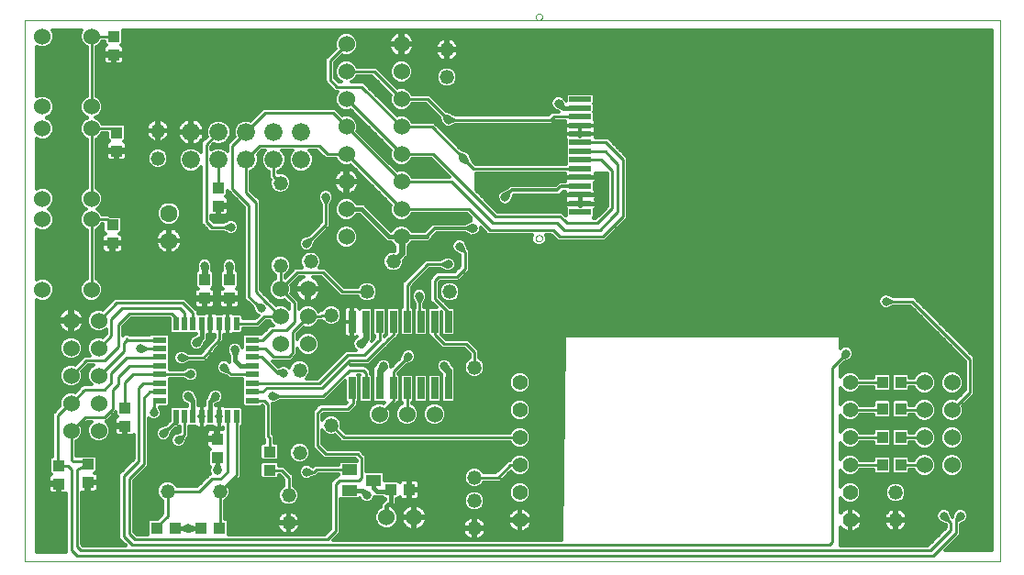
<source format=gtl>
G75*
%MOIN*%
%OFA0B0*%
%FSLAX24Y24*%
%IPPOS*%
%LPD*%
%AMOC8*
5,1,8,0,0,1.08239X$1,22.5*
%
%ADD10C,0.0000*%
%ADD11C,0.0520*%
%ADD12R,0.0425X0.0413*%
%ADD13C,0.0660*%
%ADD14R,0.0433X0.0394*%
%ADD15C,0.0600*%
%ADD16C,0.0630*%
%ADD17R,0.0413X0.0425*%
%ADD18R,0.0260X0.0800*%
%ADD19R,0.0551X0.0394*%
%ADD20R,0.0394X0.0433*%
%ADD21C,0.0554*%
%ADD22R,0.0220X0.0500*%
%ADD23R,0.0500X0.0220*%
%ADD24R,0.0787X0.0197*%
%ADD25C,0.0160*%
%ADD26C,0.0317*%
%ADD27C,0.0240*%
%ADD28C,0.0120*%
%ADD29C,0.0100*%
D10*
X000280Y001107D02*
X035713Y001107D01*
X035713Y001157D02*
X035713Y020792D01*
X000280Y020792D01*
X000280Y001107D01*
X018858Y012845D02*
X018860Y012866D01*
X018866Y012886D01*
X018875Y012906D01*
X018887Y012923D01*
X018902Y012937D01*
X018920Y012949D01*
X018940Y012957D01*
X018960Y012962D01*
X018981Y012963D01*
X019002Y012960D01*
X019022Y012954D01*
X019041Y012943D01*
X019058Y012930D01*
X019071Y012914D01*
X019082Y012896D01*
X019090Y012876D01*
X019094Y012856D01*
X019094Y012834D01*
X019090Y012814D01*
X019082Y012794D01*
X019071Y012776D01*
X019058Y012760D01*
X019041Y012747D01*
X019022Y012736D01*
X019002Y012730D01*
X018981Y012727D01*
X018960Y012728D01*
X018940Y012733D01*
X018920Y012741D01*
X018902Y012753D01*
X018887Y012767D01*
X018875Y012784D01*
X018866Y012804D01*
X018860Y012824D01*
X018858Y012845D01*
X018858Y020896D02*
X018860Y020917D01*
X018866Y020937D01*
X018875Y020957D01*
X018887Y020974D01*
X018902Y020988D01*
X018920Y021000D01*
X018940Y021008D01*
X018960Y021013D01*
X018981Y021014D01*
X019002Y021011D01*
X019022Y021005D01*
X019041Y020994D01*
X019058Y020981D01*
X019071Y020965D01*
X019082Y020947D01*
X019090Y020927D01*
X019094Y020907D01*
X019094Y020885D01*
X019090Y020865D01*
X019082Y020845D01*
X019071Y020827D01*
X019058Y020811D01*
X019041Y020798D01*
X019022Y020787D01*
X019002Y020781D01*
X018981Y020778D01*
X018960Y020779D01*
X018940Y020784D01*
X018920Y020792D01*
X018902Y020804D01*
X018887Y020818D01*
X018875Y020835D01*
X018866Y020855D01*
X018860Y020875D01*
X018858Y020896D01*
D11*
X015630Y019707D03*
X015630Y018707D03*
X009580Y014857D03*
X010680Y012007D03*
X009580Y011857D03*
X011430Y010057D03*
X012730Y010907D03*
X013680Y012007D03*
X015730Y010907D03*
X016630Y008157D03*
X011430Y006057D03*
X010280Y005057D03*
X009880Y003507D03*
X009880Y002507D03*
X007380Y003657D03*
X005480Y003657D03*
X010280Y008057D03*
X016630Y004157D03*
X016630Y003307D03*
X016630Y002307D03*
X031930Y002607D03*
X031930Y003607D03*
X005130Y015757D03*
X005130Y016757D03*
D12*
X006830Y011351D03*
X006830Y010662D03*
X007730Y010662D03*
X007730Y011351D03*
X007280Y005551D03*
X007280Y004862D03*
D13*
X007330Y015707D03*
X006330Y015707D03*
X006330Y016707D03*
X007330Y016707D03*
X008330Y016707D03*
X009330Y016707D03*
X010330Y016707D03*
X010330Y015707D03*
X009330Y015707D03*
X008330Y015707D03*
D14*
X007330Y014692D03*
X007330Y014022D03*
X003480Y013342D03*
X003480Y012672D03*
X003630Y016022D03*
X003630Y016692D03*
X003530Y019522D03*
X003530Y020192D03*
X003930Y006692D03*
X003930Y006022D03*
X002580Y004642D03*
X002580Y003972D03*
X001530Y003922D03*
X001530Y004592D03*
X009180Y004422D03*
X009180Y005092D03*
D15*
X013180Y006457D03*
X014180Y006457D03*
X015180Y006457D03*
X010580Y009007D03*
X010580Y010007D03*
X009580Y010007D03*
X009580Y009007D03*
X009580Y011007D03*
X010580Y011007D03*
X011980Y012907D03*
X011980Y013907D03*
X011980Y014907D03*
X011980Y015907D03*
X011980Y016907D03*
X011980Y017907D03*
X011980Y018907D03*
X011980Y019907D03*
X013980Y019907D03*
X013980Y018907D03*
X013980Y017907D03*
X013980Y016907D03*
X013980Y015907D03*
X013980Y014907D03*
X013980Y013907D03*
X013980Y012907D03*
X002980Y009857D03*
X001980Y009857D03*
X001980Y008857D03*
X002980Y008857D03*
X002980Y007857D03*
X001980Y007857D03*
X001980Y006857D03*
X002980Y006857D03*
X002980Y005857D03*
X001980Y005857D03*
X002720Y010977D03*
X000940Y010977D03*
X000940Y013537D03*
X000940Y014277D03*
X002720Y014277D03*
X002720Y013537D03*
X002720Y016837D03*
X002720Y017627D03*
X000940Y017627D03*
X000940Y016837D03*
X000940Y020187D03*
X002720Y020187D03*
X013430Y002707D03*
X014430Y002707D03*
X032980Y004607D03*
X033980Y004607D03*
X033980Y005607D03*
X032980Y005607D03*
X032980Y006607D03*
X033980Y006607D03*
X033980Y007607D03*
X032980Y007607D03*
D16*
X005530Y012757D03*
X005530Y013757D03*
D17*
X005774Y002307D03*
X005086Y002307D03*
X006686Y002307D03*
X007374Y002307D03*
D18*
X012180Y007397D03*
X012680Y007397D03*
X013180Y007397D03*
X013680Y007397D03*
X014180Y007397D03*
X014680Y007397D03*
X015180Y007397D03*
X015680Y007397D03*
X015680Y009817D03*
X015180Y009817D03*
X014680Y009817D03*
X014180Y009817D03*
X013680Y009817D03*
X013180Y009817D03*
X012680Y009817D03*
X012180Y009817D03*
D19*
X012097Y004431D03*
X012097Y003683D03*
X012963Y004057D03*
D20*
X013595Y003707D03*
X014265Y003707D03*
X031445Y004607D03*
X032115Y004607D03*
X032115Y005607D03*
X031445Y005607D03*
X031445Y006657D03*
X032115Y006657D03*
X032115Y007607D03*
X031445Y007607D03*
D21*
X030280Y007607D03*
X030280Y006607D03*
X030280Y005607D03*
X030280Y004607D03*
X030280Y003607D03*
X030280Y002607D03*
X018280Y002607D03*
X018280Y003607D03*
X018280Y004607D03*
X018280Y005607D03*
X018280Y006607D03*
X018280Y007607D03*
D22*
X007982Y006367D03*
X007667Y006367D03*
X007352Y006367D03*
X007037Y006367D03*
X006723Y006367D03*
X006408Y006367D03*
X006093Y006367D03*
X005778Y006367D03*
X005778Y009747D03*
X006093Y009747D03*
X006408Y009747D03*
X006723Y009747D03*
X007037Y009747D03*
X007352Y009747D03*
X007667Y009747D03*
X007982Y009747D03*
D23*
X008570Y009159D03*
X008570Y008844D03*
X008570Y008529D03*
X008570Y008214D03*
X008570Y007899D03*
X008570Y007584D03*
X008570Y007270D03*
X008570Y006955D03*
X005190Y006955D03*
X005190Y007270D03*
X005190Y007584D03*
X005190Y007899D03*
X005190Y008214D03*
X005190Y008529D03*
X005190Y008844D03*
X005190Y009159D03*
D24*
X020473Y013810D03*
X020473Y014125D03*
X020473Y014440D03*
X020473Y014755D03*
X020473Y015070D03*
X020473Y015384D03*
X020473Y015699D03*
X020473Y016014D03*
X020473Y016329D03*
X020473Y016644D03*
X020473Y016959D03*
X020473Y017274D03*
X020473Y017589D03*
X020473Y017904D03*
D25*
X020473Y017589D02*
X019848Y017589D01*
X019680Y017757D01*
X019648Y017685D01*
X019860Y017589D01*
X019749Y017794D01*
X019680Y017757D01*
X019900Y015194D02*
X016680Y015194D01*
X016680Y014626D01*
X017459Y013847D01*
X019551Y013847D01*
X019651Y013847D01*
X019809Y013847D01*
X019939Y013717D01*
X019939Y013912D01*
X019935Y013916D01*
X019911Y013957D01*
X019899Y014003D01*
X019899Y014125D01*
X020473Y014125D01*
X021046Y014125D01*
X021046Y014247D01*
X021037Y014282D01*
X021046Y014317D01*
X021046Y014440D01*
X021046Y014562D01*
X021034Y014607D01*
X021010Y014649D01*
X021006Y014653D01*
X021006Y014857D01*
X021010Y014861D01*
X021034Y014902D01*
X021046Y014947D01*
X021046Y015070D01*
X021046Y015192D01*
X021042Y015207D01*
X021440Y015207D01*
X021440Y014036D01*
X021190Y013786D01*
X021190Y013786D01*
X021001Y013597D01*
X020950Y013597D01*
X021006Y013653D01*
X021006Y013912D01*
X021010Y013916D01*
X021034Y013957D01*
X021046Y014003D01*
X021046Y014125D01*
X020473Y014125D01*
X020473Y014125D01*
X020473Y014125D01*
X020473Y014440D01*
X021046Y014440D01*
X020473Y014440D01*
X020473Y014440D01*
X019863Y014440D01*
X019530Y014157D01*
X019548Y014081D01*
X019775Y014133D01*
X019562Y014228D01*
X019530Y014157D01*
X019597Y014116D01*
X019718Y014316D01*
X019501Y014230D01*
X019530Y014157D01*
X019862Y014125D01*
X020473Y014125D01*
X020473Y014403D01*
X020473Y014440D01*
X020473Y014440D01*
X020473Y014440D01*
X019899Y014440D01*
X019899Y014555D01*
X019860Y014555D01*
X019813Y014507D01*
X019813Y014507D01*
X019713Y014407D01*
X018070Y014407D01*
X018028Y014300D01*
X018028Y014298D01*
X018007Y014245D01*
X017998Y014223D01*
X017978Y014171D01*
X017978Y014171D01*
X017978Y014171D01*
X017957Y014162D01*
X017899Y014104D01*
X019899Y014104D01*
X019899Y014125D02*
X020473Y014125D01*
X020473Y014048D01*
X020473Y014048D01*
X020473Y014125D01*
X020473Y014125D01*
X020473Y014125D01*
X020473Y014104D02*
X020473Y014104D01*
X020473Y014262D02*
X020473Y014262D01*
X020473Y014421D02*
X020473Y014421D01*
X020473Y014440D02*
X019899Y014440D01*
X019899Y014317D01*
X019908Y014282D01*
X019899Y014247D01*
X019899Y014125D01*
X019903Y014262D02*
X018014Y014262D01*
X017899Y014104D02*
X017789Y014058D01*
X017671Y014058D01*
X017561Y014104D01*
X017202Y014104D01*
X017360Y013945D02*
X019918Y013945D01*
X019939Y013787D02*
X019869Y013787D01*
X019899Y014421D02*
X019727Y014421D01*
X019547Y014807D02*
X017897Y014807D01*
X017792Y014702D01*
X017674Y014655D01*
X017671Y014655D01*
X017618Y014634D01*
X017596Y014625D01*
X017544Y014604D01*
X017535Y014584D01*
X017477Y014526D01*
X017432Y014416D01*
X017432Y014298D01*
X017477Y014188D01*
X017561Y014104D01*
X017446Y014262D02*
X017043Y014262D01*
X016885Y014421D02*
X017434Y014421D01*
X017530Y014579D02*
X016726Y014579D01*
X016680Y014738D02*
X017828Y014738D01*
X017544Y014604D02*
X017544Y014604D01*
X017544Y014604D01*
X016680Y014896D02*
X019637Y014896D01*
X019695Y014955D02*
X019547Y014807D01*
X019486Y014902D02*
X019430Y014957D01*
X019418Y015034D01*
X019649Y015070D01*
X019486Y014902D01*
X019430Y014957D02*
X019543Y015070D01*
X020473Y015070D01*
X021046Y015070D01*
X020473Y015070D01*
X020473Y015070D01*
X020473Y015070D01*
X019899Y015070D01*
X019899Y015192D01*
X019900Y015194D01*
X019899Y015070D02*
X019899Y014955D01*
X019695Y014955D01*
X019899Y015055D02*
X016680Y015055D01*
X014880Y012907D02*
X013980Y012907D01*
X013530Y012907D01*
X013280Y013157D01*
X012530Y013907D01*
X011980Y013907D01*
X006723Y009747D02*
X006723Y009249D01*
X006530Y009057D01*
X006600Y009022D01*
X006704Y009231D01*
X006495Y009127D01*
X006530Y009057D01*
X007856Y008782D02*
X007930Y008561D01*
X008004Y008782D01*
X007930Y008807D01*
X007856Y008782D01*
X007930Y008807D02*
X007930Y008407D01*
X008080Y008257D01*
X008123Y008214D01*
X008570Y008214D01*
X007230Y007107D02*
X007160Y007142D01*
X007056Y006933D01*
X007265Y007037D01*
X007230Y007107D01*
X007037Y006914D01*
X007037Y006367D01*
X006408Y006367D02*
X006408Y006929D01*
X006230Y007107D01*
X006195Y007037D01*
X006404Y006933D01*
X006300Y007142D01*
X006230Y007107D01*
X007280Y004862D02*
X007280Y004407D01*
X007354Y004432D01*
X007280Y004653D01*
X007206Y004432D01*
X007280Y004407D01*
X006686Y002307D02*
X006230Y002307D01*
X006255Y002233D01*
X006476Y002307D01*
X006255Y002381D01*
X006230Y002307D01*
X006205Y002381D01*
X005984Y002307D01*
X006205Y002233D01*
X006230Y002307D01*
X005774Y002307D01*
X012097Y003683D02*
X012554Y003683D01*
X012730Y003507D01*
X012765Y003577D01*
X012556Y003681D01*
X012660Y003472D01*
X012730Y003507D01*
X012963Y003774D02*
X013080Y003657D01*
X013545Y003657D01*
X013595Y003707D01*
X013595Y003272D01*
X013580Y003257D01*
X013430Y003107D01*
X013430Y002707D01*
X012963Y003774D02*
X012963Y004057D01*
X012795Y004072D02*
X012780Y004057D01*
X020981Y013628D02*
X021033Y013628D01*
X021006Y013787D02*
X021191Y013787D01*
X021350Y013945D02*
X021027Y013945D01*
X021046Y014104D02*
X021440Y014104D01*
X021440Y014262D02*
X021042Y014262D01*
X021046Y014421D02*
X021440Y014421D01*
X021440Y014579D02*
X021041Y014579D01*
X021006Y014738D02*
X021440Y014738D01*
X021440Y014896D02*
X021031Y014896D01*
X021046Y015055D02*
X021440Y015055D01*
X020473Y015070D02*
X019899Y015070D01*
D26*
X019430Y014957D03*
X019530Y014157D03*
X018630Y014157D03*
X017730Y014357D03*
X017030Y014957D03*
X016230Y015757D03*
X015680Y017157D03*
X019680Y017757D03*
X021230Y014857D03*
X021230Y014257D03*
X016580Y013207D03*
X016080Y012557D03*
X015680Y011907D03*
X014630Y010757D03*
X012480Y009007D03*
X013330Y008207D03*
X014230Y008557D03*
X015530Y008207D03*
X010530Y004357D03*
X012730Y003507D03*
X009280Y007107D03*
X009680Y007957D03*
X007930Y008807D03*
X007530Y008157D03*
X006330Y007907D03*
X005980Y008507D03*
X006530Y009057D03*
X004480Y008857D03*
X006230Y007107D03*
X007230Y007107D03*
X006580Y005657D03*
X005880Y005507D03*
X005330Y005757D03*
X004980Y006507D03*
X007280Y004407D03*
X006230Y002307D03*
X002880Y003007D03*
X001480Y003007D03*
X008880Y010307D03*
X007730Y011857D03*
X006830Y011857D03*
X007780Y013257D03*
X010530Y012657D03*
X011230Y014357D03*
X030130Y008657D03*
X031580Y010557D03*
X033680Y002757D03*
X034280Y002757D03*
D27*
X015680Y007397D02*
X015680Y008057D01*
X015530Y008207D01*
X015504Y008179D01*
X015680Y008012D01*
X015564Y008225D01*
X015530Y008207D01*
X013356Y008179D02*
X013330Y008207D01*
X013296Y008225D01*
X013180Y008012D01*
X013356Y008179D01*
X013330Y008207D02*
X013180Y008057D01*
X013180Y007397D01*
X012511Y008984D02*
X012480Y009007D01*
X012457Y009038D01*
X012654Y009181D01*
X012511Y008984D01*
X012480Y009007D02*
X012680Y009207D01*
X012680Y009817D01*
X013680Y012007D02*
X013980Y012307D01*
X013980Y012907D01*
X007768Y011851D02*
X007730Y011611D01*
X007692Y011851D01*
X007730Y011857D01*
X007768Y011851D01*
X007730Y011857D02*
X007730Y011351D01*
X006830Y011351D02*
X006830Y011857D01*
X006792Y011851D01*
X006830Y011611D01*
X006868Y011851D01*
X006830Y011857D01*
X002580Y003307D02*
X002880Y003007D01*
X002903Y003038D01*
X002706Y003181D01*
X002849Y002984D01*
X002880Y003007D01*
X001530Y002857D02*
X001430Y002757D01*
X001430Y002807D01*
X001430Y002766D02*
X001442Y003009D01*
X001480Y003007D01*
X001516Y002993D01*
X001430Y002766D01*
X001438Y002765D02*
X001442Y003008D01*
X001480Y003007D01*
X001516Y002994D01*
X001438Y002765D01*
X001530Y002857D02*
X001480Y003007D01*
D28*
X001810Y003003D02*
X000730Y003003D01*
X000730Y003121D02*
X001810Y003121D01*
X001810Y003240D02*
X000730Y003240D01*
X000730Y003358D02*
X001810Y003358D01*
X001810Y003477D02*
X000730Y003477D01*
X000730Y003595D02*
X001219Y003595D01*
X001215Y003597D02*
X001252Y003576D01*
X001292Y003565D01*
X001492Y003565D01*
X001492Y003884D01*
X001568Y003884D01*
X001568Y003565D01*
X001768Y003565D01*
X001808Y003576D01*
X001810Y003577D01*
X001810Y001457D01*
X000730Y001457D01*
X000730Y010609D01*
X000856Y010557D01*
X001024Y010557D01*
X001178Y010621D01*
X001296Y010739D01*
X001360Y010893D01*
X001360Y011060D01*
X001296Y011215D01*
X001178Y011333D01*
X001024Y011397D01*
X000856Y011397D01*
X000730Y011345D01*
X000730Y013169D01*
X000856Y013117D01*
X001024Y013117D01*
X001178Y013181D01*
X001296Y013299D01*
X001360Y013453D01*
X001360Y013620D01*
X001296Y013775D01*
X001178Y013893D01*
X001144Y013907D01*
X001178Y013921D01*
X001296Y014039D01*
X001360Y014193D01*
X001360Y014360D01*
X001296Y014515D01*
X001178Y014633D01*
X001024Y014697D01*
X000856Y014697D01*
X000730Y014645D01*
X000730Y016469D01*
X000856Y016417D01*
X001024Y016417D01*
X001178Y016481D01*
X001296Y016599D01*
X001360Y016753D01*
X001360Y016920D01*
X001296Y017075D01*
X001178Y017193D01*
X001084Y017232D01*
X001178Y017271D01*
X001296Y017389D01*
X001360Y017543D01*
X001360Y017710D01*
X001296Y017865D01*
X001178Y017983D01*
X001024Y018047D01*
X000856Y018047D01*
X000730Y017995D01*
X000730Y019819D01*
X000856Y019767D01*
X001024Y019767D01*
X001178Y019831D01*
X001296Y019949D01*
X001360Y020103D01*
X001360Y020270D01*
X001303Y020407D01*
X002357Y020407D01*
X002300Y020270D01*
X002300Y020103D01*
X002364Y019949D01*
X002482Y019831D01*
X002550Y019803D01*
X002550Y018011D01*
X002482Y017983D01*
X002364Y017865D01*
X002300Y017710D01*
X002300Y017543D01*
X002364Y017389D01*
X002482Y017271D01*
X002576Y017232D01*
X002482Y017193D01*
X002364Y017075D01*
X002300Y016920D01*
X002300Y016753D01*
X002364Y016599D01*
X002482Y016481D01*
X002550Y016453D01*
X002550Y014661D01*
X002482Y014633D01*
X002364Y014515D01*
X002300Y014360D01*
X002300Y014193D01*
X002364Y014039D01*
X002482Y013921D01*
X002516Y013907D01*
X002482Y013893D01*
X002364Y013775D01*
X002300Y013620D01*
X002300Y013453D01*
X002364Y013299D01*
X002482Y013181D01*
X002550Y013153D01*
X002550Y011361D01*
X002482Y011333D01*
X002364Y011215D01*
X002300Y011060D01*
X002300Y010893D01*
X002364Y010739D01*
X002482Y010621D01*
X002636Y010557D01*
X002804Y010557D01*
X002958Y010621D01*
X003076Y010739D01*
X003140Y010893D01*
X003140Y011060D01*
X003076Y011215D01*
X002958Y011333D01*
X002890Y011361D01*
X002890Y013153D01*
X002958Y013181D01*
X003076Y013299D01*
X003104Y013367D01*
X003143Y013367D01*
X003143Y013095D01*
X003214Y013025D01*
X003226Y013025D01*
X003202Y013018D01*
X003165Y012997D01*
X003135Y012967D01*
X003114Y012931D01*
X003103Y012890D01*
X003103Y012711D01*
X003442Y012711D01*
X003442Y012634D01*
X003518Y012634D01*
X003518Y012315D01*
X003718Y012315D01*
X003758Y012326D01*
X003795Y012347D01*
X003825Y012377D01*
X003846Y012414D01*
X003857Y012454D01*
X003857Y012634D01*
X003518Y012634D01*
X003518Y012711D01*
X003857Y012711D01*
X003857Y012890D01*
X003846Y012931D01*
X003825Y012967D01*
X003795Y012997D01*
X003758Y013018D01*
X003734Y013025D01*
X003746Y013025D01*
X003817Y013095D01*
X003817Y013588D01*
X003746Y013658D01*
X003404Y013658D01*
X003355Y013707D01*
X003104Y013707D01*
X003076Y013775D01*
X002958Y013893D01*
X002924Y013907D01*
X002958Y013921D01*
X003076Y014039D01*
X003140Y014193D01*
X003140Y014360D01*
X003076Y014515D01*
X002958Y014633D01*
X002890Y014661D01*
X002890Y016453D01*
X002958Y016481D01*
X003076Y016599D01*
X003104Y016667D01*
X003293Y016667D01*
X003293Y016445D01*
X003364Y016375D01*
X003376Y016375D01*
X003352Y016368D01*
X003315Y016347D01*
X003285Y016317D01*
X003264Y016281D01*
X003253Y016240D01*
X003253Y016061D01*
X003592Y016061D01*
X003592Y015984D01*
X003668Y015984D01*
X003668Y015665D01*
X003868Y015665D01*
X003908Y015676D01*
X003945Y015697D01*
X003975Y015727D01*
X003996Y015764D01*
X004007Y015804D01*
X004007Y015984D01*
X003668Y015984D01*
X003668Y016061D01*
X004007Y016061D01*
X004007Y016240D01*
X003996Y016281D01*
X003975Y016317D01*
X003945Y016347D01*
X003908Y016368D01*
X003884Y016375D01*
X003896Y016375D01*
X003967Y016445D01*
X003967Y016938D01*
X003896Y017008D01*
X003364Y017008D01*
X003362Y017007D01*
X003104Y017007D01*
X003076Y017075D01*
X002958Y017193D01*
X002864Y017232D01*
X002958Y017271D01*
X003076Y017389D01*
X003140Y017543D01*
X003140Y017710D01*
X003076Y017865D01*
X002958Y017983D01*
X002890Y018011D01*
X002890Y019803D01*
X002958Y019831D01*
X003076Y019949D01*
X003104Y020017D01*
X003193Y020017D01*
X003193Y019945D01*
X003264Y019875D01*
X003276Y019875D01*
X003252Y019868D01*
X003215Y019847D01*
X003185Y019817D01*
X003164Y019781D01*
X003153Y019740D01*
X003153Y019561D01*
X003492Y019561D01*
X003492Y019484D01*
X003568Y019484D01*
X003568Y019165D01*
X003768Y019165D01*
X003808Y019176D01*
X003845Y019197D01*
X003875Y019227D01*
X003896Y019264D01*
X003907Y019304D01*
X003907Y019484D01*
X003568Y019484D01*
X003568Y019561D01*
X003907Y019561D01*
X003907Y019740D01*
X003896Y019781D01*
X003875Y019817D01*
X003845Y019847D01*
X003808Y019868D01*
X003784Y019875D01*
X003796Y019875D01*
X003867Y019945D01*
X003867Y020407D01*
X035430Y020407D01*
X035430Y001507D01*
X033720Y001507D01*
X034200Y001987D01*
X034300Y002086D01*
X034300Y002456D01*
X034395Y002503D01*
X034438Y002521D01*
X034444Y002528D01*
X034457Y002534D01*
X034466Y002538D01*
X034466Y002538D01*
X034466Y002538D01*
X034472Y002555D01*
X034516Y002599D01*
X034558Y002702D01*
X034558Y002812D01*
X034516Y002915D01*
X034438Y002993D01*
X034335Y003035D01*
X034225Y003035D01*
X034122Y002993D01*
X034044Y002915D01*
X034033Y002889D01*
X034021Y002881D01*
X034012Y002839D01*
X034002Y002812D01*
X034002Y002785D01*
X033988Y002717D01*
X033958Y002803D01*
X033958Y002812D01*
X033941Y002855D01*
X033921Y002914D01*
X033920Y002914D01*
X033914Y002917D01*
X033838Y002993D01*
X033735Y003035D01*
X033625Y003035D01*
X033522Y002993D01*
X033444Y002915D01*
X033402Y002812D01*
X033402Y002702D01*
X033444Y002599D01*
X033520Y002523D01*
X033523Y002516D01*
X033582Y002496D01*
X033625Y002478D01*
X033634Y002478D01*
X033760Y002435D01*
X033760Y002327D01*
X033110Y001677D01*
X029930Y001677D01*
X029930Y002345D01*
X029947Y002322D01*
X029995Y002273D01*
X030051Y002233D01*
X030112Y002202D01*
X030178Y002181D01*
X030246Y002170D01*
X030251Y002170D01*
X030251Y002578D01*
X030309Y002578D01*
X030309Y002635D01*
X030717Y002635D01*
X030717Y002641D01*
X030706Y002709D01*
X030685Y002775D01*
X030654Y002836D01*
X030613Y002892D01*
X030565Y002940D01*
X030509Y002981D01*
X030448Y003012D01*
X030382Y003033D01*
X030314Y003044D01*
X030309Y003044D01*
X030309Y002636D01*
X030251Y002636D01*
X030251Y003044D01*
X030246Y003044D01*
X030178Y003033D01*
X030112Y003012D01*
X030051Y002981D01*
X029995Y002940D01*
X029947Y002892D01*
X029930Y002869D01*
X029930Y003414D01*
X029943Y003382D01*
X030055Y003270D01*
X030201Y003210D01*
X030359Y003210D01*
X030505Y003270D01*
X030617Y003382D01*
X030677Y003528D01*
X030677Y003686D01*
X030617Y003832D01*
X030505Y003944D01*
X030359Y004004D01*
X030201Y004004D01*
X030055Y003944D01*
X029943Y003832D01*
X029930Y003800D01*
X029930Y004414D01*
X029943Y004382D01*
X030055Y004270D01*
X030201Y004210D01*
X030359Y004210D01*
X030505Y004270D01*
X030617Y004382D01*
X030639Y004437D01*
X031129Y004437D01*
X031129Y004341D01*
X031199Y004270D01*
X031692Y004270D01*
X031762Y004341D01*
X031762Y004873D01*
X031692Y004943D01*
X031199Y004943D01*
X031129Y004873D01*
X031129Y004777D01*
X030639Y004777D01*
X030617Y004832D01*
X030505Y004944D01*
X030359Y005004D01*
X030201Y005004D01*
X030055Y004944D01*
X029943Y004832D01*
X029930Y004800D01*
X029930Y005414D01*
X029943Y005382D01*
X030055Y005270D01*
X030201Y005210D01*
X030359Y005210D01*
X030505Y005270D01*
X030617Y005382D01*
X030639Y005437D01*
X031129Y005437D01*
X031129Y005341D01*
X031199Y005270D01*
X031692Y005270D01*
X031762Y005341D01*
X031762Y005873D01*
X031692Y005943D01*
X031199Y005943D01*
X031129Y005873D01*
X031129Y005777D01*
X030639Y005777D01*
X030617Y005832D01*
X030505Y005944D01*
X030359Y006004D01*
X030201Y006004D01*
X030055Y005944D01*
X029943Y005832D01*
X029930Y005800D01*
X029930Y006414D01*
X029943Y006382D01*
X030055Y006270D01*
X030201Y006210D01*
X030359Y006210D01*
X030505Y006270D01*
X030617Y006382D01*
X030639Y006437D01*
X031129Y006437D01*
X031129Y006391D01*
X031199Y006320D01*
X031692Y006320D01*
X031762Y006391D01*
X031762Y006923D01*
X031692Y006993D01*
X031199Y006993D01*
X031129Y006923D01*
X031129Y006777D01*
X030639Y006777D01*
X030617Y006832D01*
X030505Y006944D01*
X030359Y007004D01*
X030201Y007004D01*
X030055Y006944D01*
X029943Y006832D01*
X029930Y006800D01*
X029930Y007414D01*
X029943Y007382D01*
X030055Y007270D01*
X030201Y007210D01*
X030359Y007210D01*
X030505Y007270D01*
X030617Y007382D01*
X030639Y007437D01*
X031129Y007437D01*
X031129Y007341D01*
X031199Y007270D01*
X031692Y007270D01*
X031762Y007341D01*
X031762Y007873D01*
X031692Y007943D01*
X031199Y007943D01*
X031129Y007873D01*
X031129Y007777D01*
X030639Y007777D01*
X030617Y007832D01*
X030505Y007944D01*
X030359Y008004D01*
X030201Y008004D01*
X030055Y007944D01*
X029943Y007832D01*
X029930Y007800D01*
X029930Y008216D01*
X030048Y008335D01*
X030176Y008378D01*
X030185Y008378D01*
X030228Y008396D01*
X030255Y008405D01*
X030287Y008416D01*
X030290Y008423D01*
X030366Y008499D01*
X030408Y008602D01*
X030408Y008712D01*
X030366Y008815D01*
X030288Y008893D01*
X030185Y008935D01*
X030075Y008935D01*
X029972Y008893D01*
X029930Y008851D01*
X029930Y009307D01*
X019880Y009307D01*
X019880Y009207D01*
X019785Y001877D01*
X011490Y001877D01*
X011650Y002037D01*
X011750Y002136D01*
X011750Y003388D01*
X011772Y003366D01*
X012422Y003366D01*
X012467Y003411D01*
X012475Y003394D01*
X012476Y003392D01*
X012494Y003349D01*
X012501Y003342D01*
X012517Y003309D01*
X012543Y003300D01*
X012572Y003271D01*
X012675Y003228D01*
X012785Y003228D01*
X012888Y003271D01*
X012966Y003349D01*
X013008Y003452D01*
X013008Y003457D01*
X013279Y003457D01*
X013279Y003441D01*
X013349Y003370D01*
X013395Y003370D01*
X013395Y003355D01*
X013380Y003340D01*
X013380Y003340D01*
X013230Y003190D01*
X013230Y003079D01*
X013192Y003063D01*
X013074Y002945D01*
X013010Y002790D01*
X013010Y002623D01*
X013074Y002469D01*
X013192Y002351D01*
X013346Y002287D01*
X013514Y002287D01*
X013668Y002351D01*
X013786Y002469D01*
X013850Y002623D01*
X013850Y002790D01*
X013786Y002945D01*
X013668Y003062D01*
X013795Y003189D01*
X013795Y003370D01*
X013842Y003370D01*
X013912Y003441D01*
X013912Y003453D01*
X013919Y003429D01*
X013940Y003392D01*
X013970Y003362D01*
X014006Y003341D01*
X014047Y003330D01*
X014226Y003330D01*
X014226Y003668D01*
X014303Y003668D01*
X014303Y003330D01*
X014483Y003330D01*
X014523Y003341D01*
X014560Y003362D01*
X014590Y003392D01*
X014611Y003429D01*
X014621Y003469D01*
X014621Y003668D01*
X014303Y003668D01*
X014303Y003745D01*
X014621Y003745D01*
X014621Y003945D01*
X014611Y003985D01*
X014590Y004022D01*
X014560Y004051D01*
X014523Y004073D01*
X014483Y004083D01*
X014303Y004083D01*
X014303Y003745D01*
X014226Y003745D01*
X014226Y004083D01*
X014047Y004083D01*
X014006Y004073D01*
X013970Y004051D01*
X013940Y004022D01*
X013919Y003985D01*
X013912Y003961D01*
X013912Y003973D01*
X013842Y004043D01*
X013359Y004043D01*
X013359Y004303D01*
X013288Y004374D01*
X012700Y004374D01*
X012700Y004927D01*
X012550Y005077D01*
X012450Y005177D01*
X011300Y005177D01*
X011100Y005377D01*
X011100Y005861D01*
X011108Y005842D01*
X011215Y005735D01*
X011354Y005677D01*
X011506Y005677D01*
X011551Y005696D01*
X011810Y005437D01*
X017921Y005437D01*
X017943Y005382D01*
X018055Y005270D01*
X018201Y005210D01*
X018359Y005210D01*
X018505Y005270D01*
X018617Y005382D01*
X018677Y005528D01*
X018677Y005686D01*
X018617Y005832D01*
X018505Y005944D01*
X018359Y006004D01*
X018201Y006004D01*
X018055Y005944D01*
X017943Y005832D01*
X017921Y005777D01*
X011950Y005777D01*
X011791Y005936D01*
X011810Y005981D01*
X011810Y006133D01*
X011752Y006272D01*
X011645Y006379D01*
X011506Y006437D01*
X011354Y006437D01*
X011215Y006379D01*
X011108Y006272D01*
X011100Y006253D01*
X011100Y006436D01*
X011150Y006487D01*
X012100Y006487D01*
X012300Y006687D01*
X012400Y006786D01*
X012400Y006917D01*
X012430Y006947D01*
X012500Y006877D01*
X012860Y006877D01*
X012930Y006947D01*
X013000Y006877D01*
X013360Y006877D01*
X013331Y006849D01*
X013264Y006877D01*
X013096Y006877D01*
X012942Y006813D01*
X012824Y006695D01*
X012760Y006540D01*
X012760Y006373D01*
X012824Y006219D01*
X012942Y006101D01*
X013096Y006037D01*
X013264Y006037D01*
X013418Y006101D01*
X013536Y006219D01*
X013600Y006373D01*
X013600Y006540D01*
X013572Y006608D01*
X013840Y006877D01*
X013860Y006877D01*
X013930Y006947D01*
X014000Y006877D01*
X014010Y006877D01*
X014010Y006841D01*
X013942Y006813D01*
X013824Y006695D01*
X013760Y006540D01*
X013760Y006373D01*
X013824Y006219D01*
X013942Y006101D01*
X014096Y006037D01*
X014264Y006037D01*
X014418Y006101D01*
X014536Y006219D01*
X014600Y006373D01*
X014600Y006540D01*
X014536Y006695D01*
X014418Y006813D01*
X014350Y006841D01*
X014350Y006877D01*
X014360Y006877D01*
X014430Y006947D01*
X014430Y007847D01*
X014360Y007917D01*
X014000Y007917D01*
X013930Y007847D01*
X013930Y006947D01*
X013930Y007847D01*
X013860Y007917D01*
X013850Y007917D01*
X013850Y007936D01*
X014148Y008235D01*
X014276Y008278D01*
X014285Y008278D01*
X014328Y008296D01*
X014355Y008305D01*
X014387Y008316D01*
X014390Y008323D01*
X014466Y008399D01*
X014508Y008502D01*
X014508Y008612D01*
X014466Y008715D01*
X014388Y008793D01*
X014285Y008835D01*
X014175Y008835D01*
X014072Y008793D01*
X013996Y008717D01*
X013989Y008714D01*
X013989Y008714D01*
X013978Y008682D01*
X013969Y008655D01*
X013952Y008612D01*
X013952Y008603D01*
X013908Y008475D01*
X013608Y008176D01*
X013608Y008262D01*
X013566Y008365D01*
X013488Y008443D01*
X013385Y008485D01*
X013275Y008485D01*
X013172Y008443D01*
X013124Y008395D01*
X013108Y008382D01*
X013105Y008375D01*
X013094Y008365D01*
X013078Y008327D01*
X013063Y008298D01*
X013040Y008256D01*
X012977Y008193D01*
X012940Y008105D01*
X012940Y008025D01*
X012936Y007990D01*
X012939Y007980D01*
X012850Y007980D01*
X012850Y008027D02*
X012750Y008127D01*
X012750Y008127D01*
X012750Y008127D01*
X012650Y008227D01*
X012140Y008227D01*
X012150Y008237D01*
X012800Y008237D01*
X013400Y008837D01*
X013450Y008887D01*
X013500Y008937D01*
X013600Y009037D01*
X013750Y009187D01*
X013850Y009286D01*
X013850Y009297D01*
X013860Y009297D01*
X013930Y009367D01*
X014000Y009297D01*
X014360Y009297D01*
X014430Y009367D01*
X014500Y009297D01*
X014860Y009297D01*
X014930Y009367D01*
X015000Y009297D01*
X015010Y009297D01*
X015010Y009286D01*
X015360Y008936D01*
X015460Y008837D01*
X016260Y008837D01*
X016360Y008737D01*
X016460Y008636D01*
X016460Y008498D01*
X016415Y008479D01*
X016308Y008372D01*
X016250Y008233D01*
X016250Y008081D01*
X016308Y007942D01*
X016415Y007835D01*
X016554Y007777D01*
X016706Y007777D01*
X016845Y007835D01*
X016952Y007942D01*
X017010Y008081D01*
X017010Y008233D01*
X016952Y008372D01*
X016845Y008479D01*
X016800Y008498D01*
X016800Y008777D01*
X016700Y008877D01*
X016600Y008977D01*
X016400Y009177D01*
X015600Y009177D01*
X015420Y009357D01*
X015430Y009367D01*
X015500Y009297D01*
X015860Y009297D01*
X015930Y009367D01*
X015930Y010267D01*
X015860Y010337D01*
X015740Y010337D01*
X015550Y010527D01*
X015350Y010727D01*
X015350Y011236D01*
X015400Y011287D01*
X016050Y011287D01*
X016350Y011587D01*
X016450Y011686D01*
X016450Y012427D01*
X016402Y012475D01*
X016358Y012603D01*
X016358Y012612D01*
X016341Y012655D01*
X016321Y012714D01*
X016320Y012714D01*
X016314Y012717D01*
X016238Y012793D01*
X016135Y012835D01*
X016025Y012835D01*
X015922Y012793D01*
X015844Y012715D01*
X015802Y012612D01*
X015802Y012502D01*
X015844Y012399D01*
X015920Y012323D01*
X015923Y012316D01*
X015982Y012296D01*
X016025Y012278D01*
X016034Y012278D01*
X016110Y012252D01*
X016110Y011827D01*
X015910Y011627D01*
X015623Y011627D01*
X015628Y011628D01*
X015735Y011628D01*
X015838Y011671D01*
X015916Y011749D01*
X015958Y011852D01*
X015958Y011962D01*
X015916Y012065D01*
X015838Y012143D01*
X015735Y012185D01*
X015628Y012185D01*
X015621Y012188D01*
X015621Y012188D01*
X015621Y012188D01*
X015565Y012161D01*
X015522Y012143D01*
X015516Y012136D01*
X015394Y012077D01*
X014860Y012077D01*
X014760Y011977D01*
X014010Y011227D01*
X014010Y010337D01*
X014000Y010337D01*
X013930Y010267D01*
X013930Y009367D01*
X013930Y010267D01*
X013860Y010337D01*
X013500Y010337D01*
X013430Y010267D01*
X013360Y010337D01*
X013000Y010337D01*
X012930Y010267D01*
X012860Y010337D01*
X012500Y010337D01*
X012453Y010289D01*
X012438Y010315D01*
X012408Y010345D01*
X012372Y010366D01*
X012331Y010377D01*
X012185Y010377D01*
X012185Y009822D01*
X012175Y009822D01*
X012175Y010377D01*
X012029Y010377D01*
X011988Y010366D01*
X011952Y010345D01*
X011922Y010315D01*
X011901Y010279D01*
X011890Y010238D01*
X011890Y009822D01*
X012175Y009822D01*
X012175Y009812D01*
X011890Y009812D01*
X011890Y009396D01*
X011901Y009355D01*
X011922Y009319D01*
X011952Y009289D01*
X011988Y009268D01*
X012029Y009257D01*
X012175Y009257D01*
X012175Y009812D01*
X012185Y009812D01*
X012185Y009257D01*
X012331Y009257D01*
X012362Y009265D01*
X012343Y009252D01*
X012322Y009243D01*
X012299Y009219D01*
X012278Y009204D01*
X012278Y009204D01*
X012278Y009204D01*
X012269Y009189D01*
X012244Y009165D01*
X010969Y009165D01*
X011000Y009090D02*
X010936Y009245D01*
X010818Y009363D01*
X010664Y009427D01*
X010496Y009427D01*
X010342Y009363D01*
X010224Y009245D01*
X010200Y009187D01*
X010200Y009386D01*
X010429Y009615D01*
X010496Y009587D01*
X010664Y009587D01*
X010818Y009651D01*
X010936Y009769D01*
X010964Y009837D01*
X011100Y009837D01*
X011107Y009844D01*
X011108Y009842D01*
X011215Y009735D01*
X011354Y009677D01*
X011506Y009677D01*
X011645Y009735D01*
X011752Y009842D01*
X011810Y009981D01*
X011810Y010133D01*
X011752Y010272D01*
X011645Y010379D01*
X011506Y010437D01*
X011354Y010437D01*
X011215Y010379D01*
X011108Y010272D01*
X011089Y010227D01*
X011010Y010227D01*
X010963Y010180D01*
X010936Y010245D01*
X010818Y010363D01*
X010664Y010427D01*
X010496Y010427D01*
X010342Y010363D01*
X010250Y010271D01*
X010250Y010577D01*
X009972Y010855D01*
X010000Y010923D01*
X010000Y011090D01*
X009972Y011158D01*
X010250Y011437D01*
X010415Y011437D01*
X010403Y011433D01*
X010339Y011400D01*
X010280Y011358D01*
X010229Y011307D01*
X010187Y011248D01*
X010154Y011183D01*
X010131Y011115D01*
X010121Y011047D01*
X010540Y011047D01*
X010540Y010967D01*
X010121Y010967D01*
X010131Y010899D01*
X010154Y010830D01*
X010187Y010766D01*
X010229Y010707D01*
X010280Y010656D01*
X010339Y010613D01*
X010403Y010581D01*
X010472Y010558D01*
X010540Y010548D01*
X010540Y010967D01*
X010620Y010967D01*
X010620Y011047D01*
X011039Y011047D01*
X011029Y011115D01*
X011006Y011183D01*
X010973Y011248D01*
X010931Y011307D01*
X010880Y011358D01*
X010821Y011400D01*
X010757Y011433D01*
X010745Y011437D01*
X011060Y011437D01*
X011760Y010737D01*
X012389Y010737D01*
X012408Y010692D01*
X012515Y010585D01*
X012654Y010527D01*
X012806Y010527D01*
X012945Y010585D01*
X013052Y010692D01*
X013110Y010831D01*
X013110Y010983D01*
X013052Y011122D01*
X012945Y011229D01*
X012806Y011287D01*
X012654Y011287D01*
X012515Y011229D01*
X012408Y011122D01*
X012389Y011077D01*
X011900Y011077D01*
X011300Y011677D01*
X011200Y011777D01*
X010987Y011777D01*
X011002Y011792D01*
X011060Y011931D01*
X011060Y012083D01*
X011002Y012222D01*
X010895Y012329D01*
X010756Y012387D01*
X010606Y012387D01*
X010688Y012421D01*
X010764Y012497D01*
X010771Y012500D01*
X010791Y012559D01*
X010808Y012602D01*
X010808Y012611D01*
X010810Y012616D01*
X010852Y012739D01*
X011300Y013187D01*
X011400Y013286D01*
X011400Y014071D01*
X011460Y014193D01*
X011466Y014199D01*
X011484Y014242D01*
X011511Y014297D01*
X011511Y014297D01*
X011508Y014305D01*
X011508Y014412D01*
X011466Y014515D01*
X011388Y014593D01*
X011285Y014635D01*
X011175Y014635D01*
X011072Y014593D01*
X010994Y014515D01*
X010952Y014412D01*
X010952Y014305D01*
X010949Y014297D01*
X010976Y014242D01*
X010994Y014199D01*
X011000Y014193D01*
X011060Y014071D01*
X011060Y013427D01*
X010612Y012979D01*
X010489Y012937D01*
X010484Y012935D01*
X010475Y012935D01*
X010432Y012918D01*
X010373Y012898D01*
X010370Y012891D01*
X010294Y012815D01*
X010252Y012712D01*
X010252Y012602D01*
X010294Y012499D01*
X010372Y012421D01*
X010475Y012378D01*
X010584Y012378D01*
X010465Y012329D01*
X010358Y012222D01*
X010300Y012083D01*
X010300Y011931D01*
X010358Y011792D01*
X010373Y011777D01*
X010110Y011777D01*
X009750Y011417D01*
X009750Y011516D01*
X009795Y011535D01*
X009902Y011642D01*
X009960Y011781D01*
X009960Y011933D01*
X009902Y012072D01*
X009795Y012179D01*
X009656Y012237D01*
X009504Y012237D01*
X009365Y012179D01*
X009258Y012072D01*
X009200Y011933D01*
X009200Y011781D01*
X009258Y011642D01*
X009365Y011535D01*
X009410Y011516D01*
X009410Y011391D01*
X009342Y011363D01*
X009224Y011245D01*
X009160Y011090D01*
X009160Y010923D01*
X009224Y010769D01*
X009342Y010651D01*
X009496Y010587D01*
X009240Y010587D01*
X009200Y010627D02*
X008850Y010977D01*
X008850Y014227D01*
X008750Y014327D01*
X008500Y014577D01*
X008500Y015290D01*
X008585Y015325D01*
X008711Y015452D01*
X008780Y015617D01*
X008780Y015796D01*
X008745Y015881D01*
X008900Y016037D01*
X009024Y016037D01*
X008949Y015962D01*
X008880Y015796D01*
X008880Y015617D01*
X008949Y015452D01*
X009075Y015325D01*
X009160Y015290D01*
X009160Y015036D01*
X009219Y014978D01*
X009200Y014933D01*
X009200Y014781D01*
X009258Y014642D01*
X009365Y014535D01*
X009504Y014477D01*
X009656Y014477D01*
X009795Y014535D01*
X009902Y014642D01*
X009960Y014781D01*
X009960Y014933D01*
X009902Y015072D01*
X009795Y015179D01*
X009656Y015237D01*
X009504Y015237D01*
X009500Y015235D01*
X009500Y015290D01*
X009585Y015325D01*
X009711Y015452D01*
X009780Y015617D01*
X009780Y015796D01*
X009711Y015962D01*
X009636Y016037D01*
X010024Y016037D01*
X009949Y015962D01*
X009880Y015796D01*
X009880Y015617D01*
X009949Y015452D01*
X010075Y015325D01*
X010240Y015257D01*
X010420Y015257D01*
X010585Y015325D01*
X010711Y015452D01*
X010780Y015617D01*
X010780Y015796D01*
X010711Y015962D01*
X010636Y016037D01*
X010910Y016037D01*
X011110Y015836D01*
X011210Y015737D01*
X011596Y015737D01*
X011624Y015669D01*
X011742Y015551D01*
X011896Y015487D01*
X012064Y015487D01*
X012131Y015515D01*
X013588Y014058D01*
X013560Y013990D01*
X013560Y013823D01*
X013624Y013669D01*
X013742Y013551D01*
X013896Y013487D01*
X014064Y013487D01*
X014218Y013551D01*
X014336Y013669D01*
X014364Y013737D01*
X016360Y013737D01*
X016480Y013616D01*
X016480Y013467D01*
X016471Y013463D01*
X016422Y013443D01*
X016420Y013441D01*
X016296Y013387D01*
X015105Y013387D01*
X014825Y013107D01*
X014352Y013107D01*
X014336Y013145D01*
X014218Y013263D01*
X014064Y013327D01*
X013896Y013327D01*
X013742Y013263D01*
X013624Y013145D01*
X013610Y013110D01*
X013363Y013357D01*
X012613Y014107D01*
X012352Y014107D01*
X012336Y014145D01*
X012218Y014263D01*
X012064Y014327D01*
X011896Y014327D01*
X011742Y014263D01*
X011624Y014145D01*
X011560Y013990D01*
X011560Y013823D01*
X011624Y013669D01*
X011742Y013551D01*
X011896Y013487D01*
X012064Y013487D01*
X012218Y013551D01*
X012336Y013669D01*
X012352Y013707D01*
X012447Y013707D01*
X013080Y013074D01*
X013447Y012707D01*
X013608Y012707D01*
X013624Y012669D01*
X013740Y012553D01*
X013740Y012406D01*
X013721Y012387D01*
X013604Y012387D01*
X013465Y012329D01*
X013358Y012222D01*
X013300Y012083D01*
X013300Y011931D01*
X013358Y011792D01*
X013465Y011685D01*
X013604Y011627D01*
X013756Y011627D01*
X013895Y011685D01*
X014002Y011792D01*
X014060Y011931D01*
X014060Y012048D01*
X014183Y012171D01*
X014220Y012259D01*
X014220Y012553D01*
X014336Y012669D01*
X014352Y012707D01*
X014963Y012707D01*
X015080Y012824D01*
X015080Y012852D01*
X015255Y013027D01*
X016296Y013027D01*
X016400Y012982D01*
X016420Y012973D01*
X016422Y012971D01*
X016471Y012951D01*
X016537Y012922D01*
X016537Y012922D01*
X016537Y012922D01*
X016554Y012928D01*
X016635Y012928D01*
X016738Y012971D01*
X016816Y013049D01*
X016858Y013152D01*
X016858Y013238D01*
X016960Y013136D01*
X017010Y013086D01*
X017110Y012987D01*
X018734Y012987D01*
X018698Y012900D01*
X018698Y012790D01*
X018741Y012688D01*
X018819Y012609D01*
X018921Y012567D01*
X019032Y012567D01*
X019134Y012609D01*
X019212Y012688D01*
X019255Y012790D01*
X019255Y012900D01*
X019219Y012987D01*
X019410Y012987D01*
X019560Y012836D01*
X019660Y012737D01*
X021350Y012737D01*
X021950Y013337D01*
X022200Y013586D01*
X022200Y015777D01*
X022100Y015877D01*
X022050Y015927D01*
X022050Y015927D01*
X021750Y016227D01*
X021478Y016499D01*
X021019Y016499D01*
X021026Y016525D01*
X021026Y016644D01*
X020473Y016644D01*
X020473Y016644D01*
X020473Y016548D01*
X020473Y016548D01*
X020473Y016644D01*
X020473Y016644D01*
X021026Y016644D01*
X021026Y016764D01*
X021016Y016802D01*
X021026Y016840D01*
X021026Y016959D01*
X020473Y016959D01*
X020473Y016959D01*
X020473Y016644D01*
X020473Y016644D01*
X019919Y016644D01*
X019919Y016525D01*
X019930Y016484D01*
X019951Y016448D01*
X019959Y016440D01*
X019959Y016181D01*
X019968Y016172D01*
X019959Y016163D01*
X019959Y015866D01*
X019968Y015857D01*
X019959Y015848D01*
X019959Y015554D01*
X016673Y015554D01*
X016552Y015675D01*
X016508Y015803D01*
X016508Y015812D01*
X016491Y015855D01*
X016471Y015914D01*
X016470Y015914D01*
X016464Y015917D01*
X016390Y015991D01*
X016387Y015997D01*
X016387Y015998D01*
X016328Y016018D01*
X016285Y016035D01*
X016276Y016035D01*
X016148Y016079D01*
X015150Y017077D01*
X014364Y017077D01*
X014336Y017145D01*
X014218Y017263D01*
X014064Y017327D01*
X013896Y017327D01*
X013829Y017299D01*
X012600Y018527D01*
X012160Y018527D01*
X012218Y018551D01*
X012336Y018669D01*
X012364Y018737D01*
X012910Y018737D01*
X013588Y018058D01*
X013560Y017990D01*
X013560Y017823D01*
X013624Y017669D01*
X013742Y017551D01*
X013896Y017487D01*
X014064Y017487D01*
X014218Y017551D01*
X014336Y017669D01*
X014364Y017737D01*
X014860Y017737D01*
X015358Y017239D01*
X015402Y017111D01*
X015402Y017102D01*
X015419Y017059D01*
X015439Y017000D01*
X015446Y016997D01*
X015522Y016921D01*
X015625Y016878D01*
X015732Y016878D01*
X015739Y016876D01*
X015739Y016876D01*
X015739Y016876D01*
X015795Y016903D01*
X015838Y016921D01*
X015844Y016927D01*
X015966Y016987D01*
X019450Y016987D01*
X019568Y017104D01*
X019926Y017104D01*
X019919Y017079D01*
X019919Y016959D01*
X019919Y016840D01*
X019929Y016802D01*
X019919Y016764D01*
X019919Y016644D01*
X020473Y016644D01*
X020473Y016644D01*
X020473Y016903D01*
X020473Y016959D01*
X020473Y016959D01*
X021026Y016959D01*
X021026Y017079D01*
X021015Y017119D01*
X020994Y017156D01*
X020986Y017164D01*
X020986Y017422D01*
X020977Y017432D01*
X020986Y017441D01*
X020986Y017737D01*
X020977Y017747D01*
X020986Y017756D01*
X020986Y018052D01*
X020916Y018123D01*
X020029Y018123D01*
X019959Y018052D01*
X019959Y017827D01*
X019932Y017877D01*
X019916Y017915D01*
X019906Y017925D01*
X019885Y017962D01*
X019885Y017962D01*
X019885Y017962D01*
X019861Y017970D01*
X019838Y017993D01*
X019735Y018035D01*
X019625Y018035D01*
X019522Y017993D01*
X019444Y017915D01*
X019402Y017812D01*
X019402Y017702D01*
X019444Y017599D01*
X019480Y017563D01*
X019490Y017538D01*
X019519Y017524D01*
X019522Y017521D01*
X019569Y017501D01*
X019641Y017469D01*
X019695Y017444D01*
X019538Y017444D01*
X019495Y017457D01*
X019470Y017444D01*
X019442Y017444D01*
X019425Y017427D01*
X019410Y017427D01*
X019378Y017395D01*
X019338Y017374D01*
X019330Y017347D01*
X019310Y017327D01*
X015966Y017327D01*
X015866Y017376D01*
X015844Y017386D01*
X015840Y017391D01*
X015837Y017397D01*
X015837Y017398D01*
X015787Y017415D01*
X015739Y017438D01*
X015732Y017435D01*
X015726Y017435D01*
X015598Y017479D01*
X015000Y018077D01*
X014364Y018077D01*
X014336Y018145D01*
X014218Y018263D01*
X014064Y018327D01*
X013896Y018327D01*
X013829Y018299D01*
X013050Y019077D01*
X012364Y019077D01*
X012336Y019145D01*
X012218Y019263D01*
X012064Y019327D01*
X011896Y019327D01*
X011742Y019263D01*
X011624Y019145D01*
X011560Y018990D01*
X011560Y018823D01*
X011624Y018669D01*
X011742Y018551D01*
X011800Y018527D01*
X011700Y018527D01*
X011550Y018677D01*
X011550Y019236D01*
X011829Y019515D01*
X011896Y019487D01*
X012064Y019487D01*
X012218Y019551D01*
X012336Y019669D01*
X012400Y019823D01*
X012400Y019990D01*
X012336Y020145D01*
X012218Y020263D01*
X012064Y020327D01*
X011896Y020327D01*
X011742Y020263D01*
X011624Y020145D01*
X011560Y019990D01*
X011560Y019823D01*
X011588Y019755D01*
X011210Y019377D01*
X011210Y018536D01*
X011460Y018286D01*
X011560Y018187D01*
X011666Y018187D01*
X011624Y018145D01*
X011560Y017990D01*
X011560Y017823D01*
X011624Y017669D01*
X011742Y017551D01*
X011896Y017487D01*
X012064Y017487D01*
X012131Y017515D01*
X013588Y016058D01*
X013560Y015990D01*
X013560Y015823D01*
X013624Y015669D01*
X013742Y015551D01*
X013896Y015487D01*
X014064Y015487D01*
X014218Y015551D01*
X014336Y015669D01*
X014364Y015737D01*
X015060Y015737D01*
X015720Y015077D01*
X014364Y015077D01*
X014336Y015145D01*
X014218Y015263D01*
X014064Y015327D01*
X013896Y015327D01*
X013829Y015299D01*
X012372Y016755D01*
X012400Y016823D01*
X012400Y016990D01*
X012336Y017145D01*
X012218Y017263D01*
X012064Y017327D01*
X011896Y017327D01*
X011829Y017299D01*
X011550Y017577D01*
X008960Y017577D01*
X008860Y017477D01*
X008504Y017122D01*
X008420Y017157D01*
X008240Y017157D01*
X008075Y017088D01*
X007949Y016962D01*
X007880Y016796D01*
X007880Y016617D01*
X007915Y016532D01*
X007760Y016377D01*
X007760Y016377D01*
X007660Y016277D01*
X007660Y016013D01*
X007585Y016088D01*
X007420Y016157D01*
X007240Y016157D01*
X007075Y016088D01*
X007050Y016063D01*
X007050Y016186D01*
X007156Y016292D01*
X007240Y016257D01*
X007420Y016257D01*
X007585Y016325D01*
X007711Y016452D01*
X007780Y016617D01*
X007780Y016796D01*
X007711Y016962D01*
X007585Y017088D01*
X007420Y017157D01*
X007240Y017157D01*
X007075Y017088D01*
X006949Y016962D01*
X006880Y016796D01*
X006880Y016617D01*
X006915Y016532D01*
X006810Y016427D01*
X006710Y016327D01*
X006710Y015963D01*
X006585Y016088D01*
X006420Y016157D01*
X006240Y016157D01*
X006075Y016088D01*
X005949Y015962D01*
X005880Y015796D01*
X005880Y015617D01*
X005949Y015452D01*
X006075Y015325D01*
X006240Y015257D01*
X006420Y015257D01*
X006585Y015325D01*
X006710Y015451D01*
X006710Y013386D01*
X006910Y013186D01*
X007010Y013087D01*
X007494Y013087D01*
X007616Y013027D01*
X007622Y013021D01*
X007665Y013003D01*
X007721Y012976D01*
X007728Y012978D01*
X007835Y012978D01*
X007938Y013021D01*
X008016Y013099D01*
X008058Y013202D01*
X008058Y013312D01*
X008016Y013415D01*
X007938Y013493D01*
X007835Y013535D01*
X007728Y013535D01*
X007721Y013538D01*
X007721Y013538D01*
X007721Y013538D01*
X007665Y013511D01*
X007622Y013493D01*
X007616Y013486D01*
X007494Y013427D01*
X007150Y013427D01*
X007050Y013527D01*
X007050Y013677D01*
X007052Y013676D01*
X007092Y013665D01*
X007292Y013665D01*
X007292Y013984D01*
X007368Y013984D01*
X007368Y013665D01*
X007568Y013665D01*
X007608Y013676D01*
X007645Y013697D01*
X007675Y013727D01*
X007696Y013764D01*
X007707Y013804D01*
X007707Y013984D01*
X007368Y013984D01*
X007368Y014061D01*
X007707Y014061D01*
X007707Y014240D01*
X007696Y014281D01*
X007675Y014317D01*
X007645Y014347D01*
X007608Y014368D01*
X007584Y014375D01*
X007596Y014375D01*
X007667Y014445D01*
X007667Y014580D01*
X008260Y013986D01*
X008260Y010772D01*
X008256Y010767D01*
X008260Y010702D01*
X008260Y010636D01*
X008264Y010632D01*
X008264Y010627D01*
X008313Y010583D01*
X008360Y010537D01*
X008365Y010537D01*
X008554Y010370D01*
X008596Y010267D01*
X008596Y010267D01*
X008602Y010252D01*
X008602Y010252D01*
X008622Y010201D01*
X008649Y010136D01*
X008662Y010131D01*
X008722Y010071D01*
X008780Y010047D01*
X008660Y009927D01*
X008212Y009927D01*
X008212Y010047D01*
X008142Y010117D01*
X007884Y010117D01*
X007876Y010125D01*
X007839Y010146D01*
X007798Y010157D01*
X007667Y010157D01*
X007536Y010157D01*
X007496Y010146D01*
X007459Y010125D01*
X007451Y010117D01*
X007254Y010117D01*
X007246Y010125D01*
X007209Y010146D01*
X007169Y010157D01*
X007037Y010157D01*
X006906Y010157D01*
X006866Y010146D01*
X006829Y010125D01*
X006821Y010117D01*
X006578Y010117D01*
X006578Y010200D01*
X006200Y010577D01*
X006100Y010677D01*
X003560Y010677D01*
X003131Y010249D01*
X003064Y010277D01*
X002896Y010277D01*
X002742Y010213D01*
X002624Y010095D01*
X002560Y009940D01*
X002560Y009773D01*
X002624Y009619D01*
X002742Y009501D01*
X002896Y009437D01*
X003064Y009437D01*
X003218Y009501D01*
X003260Y009543D01*
X003260Y009377D01*
X003131Y009249D01*
X003064Y009277D01*
X002896Y009277D01*
X002742Y009213D01*
X002624Y009095D01*
X002560Y008940D01*
X002560Y008773D01*
X002624Y008619D01*
X002666Y008577D01*
X002460Y008577D01*
X002131Y008249D01*
X002064Y008277D01*
X001896Y008277D01*
X001742Y008213D01*
X001624Y008095D01*
X001560Y007940D01*
X001560Y007773D01*
X001624Y007619D01*
X001742Y007501D01*
X001896Y007437D01*
X002064Y007437D01*
X002218Y007501D01*
X002336Y007619D01*
X002400Y007773D01*
X002400Y007940D01*
X002372Y008008D01*
X002600Y008237D01*
X002800Y008237D01*
X002742Y008213D01*
X002624Y008095D01*
X002560Y007940D01*
X002560Y007773D01*
X002624Y007619D01*
X002716Y007527D01*
X002410Y007527D01*
X002310Y007427D01*
X002260Y007377D01*
X002131Y007249D01*
X002064Y007277D01*
X001896Y007277D01*
X001742Y007213D01*
X001624Y007095D01*
X001560Y006940D01*
X001560Y006773D01*
X001573Y006741D01*
X001410Y006577D01*
X001310Y006477D01*
X001310Y004908D01*
X001264Y004908D01*
X001193Y004838D01*
X001193Y004345D01*
X001264Y004275D01*
X001276Y004275D01*
X001252Y004268D01*
X001215Y004247D01*
X001185Y004217D01*
X001164Y004181D01*
X001153Y004140D01*
X001153Y003961D01*
X001492Y003961D01*
X001492Y003884D01*
X001153Y003884D01*
X001153Y003704D01*
X001164Y003664D01*
X001185Y003627D01*
X001215Y003597D01*
X001153Y003714D02*
X000730Y003714D01*
X000730Y003832D02*
X001153Y003832D01*
X001153Y004069D02*
X000730Y004069D01*
X000730Y003951D02*
X001492Y003951D01*
X001492Y003832D02*
X001568Y003832D01*
X001568Y003714D02*
X001492Y003714D01*
X001492Y003595D02*
X001568Y003595D01*
X001810Y002884D02*
X000730Y002884D01*
X000730Y002766D02*
X001810Y002766D01*
X001810Y002647D02*
X000730Y002647D01*
X000730Y002529D02*
X001810Y002529D01*
X001810Y002410D02*
X000730Y002410D01*
X000730Y002292D02*
X001810Y002292D01*
X001810Y002173D02*
X000730Y002173D01*
X000730Y002055D02*
X001810Y002055D01*
X001810Y001936D02*
X000730Y001936D01*
X000730Y001818D02*
X001810Y001818D01*
X001810Y001699D02*
X000730Y001699D01*
X000730Y001581D02*
X001810Y001581D01*
X001810Y001462D02*
X000730Y001462D01*
X002350Y001727D02*
X002350Y003615D01*
X002542Y003615D01*
X002542Y003934D01*
X002618Y003934D01*
X002618Y003615D01*
X002818Y003615D01*
X002858Y003626D01*
X002895Y003647D01*
X002925Y003677D01*
X002946Y003714D01*
X003710Y003714D01*
X003710Y003832D02*
X002957Y003832D01*
X002957Y003754D02*
X002957Y003934D01*
X002618Y003934D01*
X002618Y004011D01*
X002957Y004011D01*
X002957Y004190D01*
X002946Y004231D01*
X002925Y004267D01*
X002895Y004297D01*
X002858Y004318D01*
X002834Y004325D01*
X002846Y004325D01*
X002917Y004395D01*
X002917Y004888D01*
X002846Y004958D01*
X002314Y004958D01*
X002282Y004927D01*
X002150Y004927D01*
X002150Y005473D01*
X002218Y005501D01*
X002336Y005619D01*
X002400Y005773D01*
X002400Y005940D01*
X002372Y006008D01*
X002550Y006187D01*
X002716Y006187D01*
X002624Y006095D01*
X002560Y005940D01*
X002560Y005773D01*
X002624Y005619D01*
X002742Y005501D01*
X002896Y005437D01*
X003064Y005437D01*
X003218Y005501D01*
X003336Y005619D01*
X003400Y005773D01*
X003400Y005940D01*
X003336Y006095D01*
X003244Y006187D01*
X003250Y006187D01*
X003550Y006487D01*
X003593Y006530D01*
X003593Y006445D01*
X003664Y006375D01*
X003676Y006375D01*
X003652Y006368D01*
X003615Y006347D01*
X003585Y006317D01*
X003564Y006281D01*
X003553Y006240D01*
X003553Y006061D01*
X003892Y006061D01*
X003892Y005984D01*
X003968Y005984D01*
X003968Y005665D01*
X004168Y005665D01*
X004208Y005676D01*
X004245Y005697D01*
X004260Y005713D01*
X004260Y004827D01*
X003810Y004377D01*
X003710Y004277D01*
X003710Y001936D01*
X002350Y001936D01*
X002350Y001818D02*
X003829Y001818D01*
X003947Y001699D02*
X002378Y001699D01*
X002400Y001677D02*
X003970Y001677D01*
X003710Y001936D01*
X003710Y002055D02*
X002350Y002055D01*
X002350Y002173D02*
X003710Y002173D01*
X003710Y002292D02*
X002350Y002292D01*
X002350Y002410D02*
X003710Y002410D01*
X003710Y002529D02*
X002350Y002529D01*
X002350Y002647D02*
X003710Y002647D01*
X003710Y002766D02*
X002350Y002766D01*
X002350Y002884D02*
X003710Y002884D01*
X003710Y003003D02*
X002350Y003003D01*
X002350Y003121D02*
X003710Y003121D01*
X003710Y003240D02*
X002350Y003240D01*
X002350Y003358D02*
X003710Y003358D01*
X003710Y003477D02*
X002350Y003477D01*
X002350Y003595D02*
X003710Y003595D01*
X004250Y003595D02*
X005100Y003595D01*
X005100Y003581D02*
X005158Y003442D01*
X005265Y003335D01*
X005310Y003316D01*
X005310Y002827D01*
X005122Y002640D01*
X004829Y002640D01*
X004759Y002569D01*
X004759Y002077D01*
X004350Y002077D01*
X004250Y002177D01*
X004250Y004036D01*
X004800Y004586D01*
X004800Y006293D01*
X004822Y006271D01*
X004925Y006228D01*
X005035Y006228D01*
X005138Y006271D01*
X005216Y006349D01*
X005258Y006452D01*
X005258Y006559D01*
X005261Y006566D01*
X005261Y006566D01*
X005234Y006622D01*
X005216Y006665D01*
X005210Y006671D01*
X005199Y006693D01*
X005199Y006693D01*
X005183Y006725D01*
X005490Y006725D01*
X005560Y006795D01*
X006208Y006795D01*
X006208Y006807D02*
X006208Y006737D01*
X005618Y006737D01*
X005548Y006667D01*
X005548Y006215D01*
X005510Y006177D01*
X005412Y006079D01*
X005289Y006037D01*
X005284Y006035D01*
X005275Y006035D01*
X005232Y006018D01*
X005173Y005998D01*
X005170Y005991D01*
X005094Y005915D01*
X005052Y005812D01*
X005052Y005702D01*
X005094Y005599D01*
X005172Y005521D01*
X005275Y005478D01*
X005385Y005478D01*
X005488Y005521D01*
X005564Y005597D01*
X005571Y005600D01*
X005591Y005659D01*
X005608Y005702D01*
X005608Y005711D01*
X005610Y005716D01*
X005652Y005839D01*
X005750Y005937D01*
X005850Y005937D01*
X005900Y005987D01*
X005910Y005997D01*
X005923Y005997D01*
X005923Y005816D01*
X005839Y005787D01*
X005834Y005785D01*
X005825Y005785D01*
X005782Y005768D01*
X005723Y005748D01*
X005720Y005741D01*
X005644Y005665D01*
X005602Y005562D01*
X005602Y005452D01*
X005644Y005349D01*
X005722Y005271D01*
X005825Y005228D01*
X005935Y005228D01*
X006038Y005271D01*
X006114Y005347D01*
X006121Y005350D01*
X006141Y005409D01*
X006158Y005452D01*
X006158Y005461D01*
X006160Y005466D01*
X006202Y005589D01*
X006263Y005649D01*
X006263Y005997D01*
X006506Y005997D01*
X006514Y005989D01*
X006551Y005968D01*
X006591Y005957D01*
X006723Y005957D01*
X006854Y005957D01*
X006894Y005968D01*
X006931Y005989D01*
X006939Y005997D01*
X007136Y005997D01*
X007144Y005989D01*
X007181Y005968D01*
X007221Y005957D01*
X007352Y005957D01*
X007352Y006367D01*
X007352Y006367D01*
X007267Y006367D01*
X007267Y006367D01*
X007352Y006367D01*
X007352Y006777D01*
X007237Y006777D01*
X007237Y006800D01*
X007343Y006852D01*
X007345Y006853D01*
X007388Y006871D01*
X007395Y006878D01*
X007428Y006894D01*
X007428Y006894D01*
X007428Y006894D01*
X007437Y006920D01*
X007466Y006949D01*
X007508Y007052D01*
X007508Y007162D01*
X007466Y007265D01*
X007388Y007343D01*
X007285Y007385D01*
X007175Y007385D01*
X007072Y007343D01*
X007043Y007313D01*
X007017Y007305D01*
X007001Y007272D01*
X006994Y007265D01*
X006976Y007222D01*
X006975Y007220D01*
X006907Y007082D01*
X006893Y007075D01*
X006881Y007041D01*
X006837Y006997D01*
X006837Y006777D01*
X006723Y006777D01*
X006723Y006367D01*
X006807Y006367D01*
X006807Y006367D01*
X006723Y006367D01*
X006723Y006367D01*
X006723Y006367D01*
X006723Y005957D01*
X006723Y006367D01*
X006723Y006367D01*
X006723Y006777D01*
X006608Y006777D01*
X006608Y006893D01*
X006620Y006918D01*
X006615Y006933D01*
X006620Y006948D01*
X006608Y006973D01*
X006608Y007012D01*
X006579Y007041D01*
X006567Y007075D01*
X006553Y007082D01*
X006484Y007222D01*
X006466Y007265D01*
X006459Y007272D01*
X006443Y007305D01*
X006443Y007305D01*
X006417Y007313D01*
X006388Y007343D01*
X006285Y007385D01*
X006175Y007385D01*
X006072Y007343D01*
X005994Y007265D01*
X005952Y007162D01*
X005952Y007052D01*
X005994Y006949D01*
X006023Y006920D01*
X006032Y006894D01*
X006065Y006878D01*
X006072Y006871D01*
X006115Y006853D01*
X006117Y006852D01*
X006208Y006807D01*
X006026Y006913D02*
X005560Y006913D01*
X005560Y006795D02*
X005560Y007729D01*
X006060Y007729D01*
X006166Y007677D01*
X006172Y007671D01*
X006215Y007653D01*
X006271Y007626D01*
X006278Y007628D01*
X006385Y007628D01*
X006488Y007671D01*
X006566Y007749D01*
X006608Y007852D01*
X006608Y007962D01*
X006566Y008065D01*
X006488Y008143D01*
X006385Y008185D01*
X006278Y008185D01*
X006271Y008188D01*
X006271Y008188D01*
X006271Y008188D01*
X006215Y008161D01*
X006172Y008143D01*
X006166Y008136D01*
X006044Y008077D01*
X005960Y008077D01*
X005952Y008069D01*
X005560Y008069D01*
X005560Y009319D01*
X005490Y009389D01*
X004890Y009389D01*
X004830Y009329D01*
X004098Y009329D01*
X004050Y009377D01*
X003910Y009377D01*
X003850Y009317D01*
X003850Y009636D01*
X004150Y009937D01*
X005548Y009937D01*
X005548Y009447D01*
X005618Y009377D01*
X006523Y009377D01*
X006523Y009364D01*
X006415Y009311D01*
X006372Y009293D01*
X006365Y009286D01*
X006332Y009269D01*
X006323Y009244D01*
X006294Y009215D01*
X006252Y009112D01*
X006252Y009002D01*
X006294Y008899D01*
X006372Y008821D01*
X006475Y008778D01*
X006585Y008778D01*
X006688Y008821D01*
X006717Y008850D01*
X006743Y008859D01*
X006759Y008892D01*
X006766Y008899D01*
X006784Y008942D01*
X006853Y009082D01*
X006867Y009089D01*
X006879Y009123D01*
X006923Y009167D01*
X006923Y009337D01*
X007037Y009337D01*
X007037Y009747D01*
X007037Y010157D01*
X007037Y009747D01*
X007037Y009747D01*
X007037Y009747D01*
X007037Y009337D01*
X007169Y009337D01*
X007182Y009341D01*
X007182Y009243D01*
X006905Y008923D01*
X006902Y008919D01*
X006891Y008918D01*
X006853Y008870D01*
X006810Y008827D01*
X006810Y008817D01*
X006698Y008677D01*
X006266Y008677D01*
X006166Y008726D01*
X006144Y008736D01*
X006138Y008743D01*
X006095Y008761D01*
X006039Y008788D01*
X006032Y008785D01*
X005925Y008785D01*
X005822Y008743D01*
X005744Y008665D01*
X005702Y008562D01*
X005702Y008452D01*
X005744Y008349D01*
X005822Y008271D01*
X005925Y008228D01*
X006032Y008228D01*
X006039Y008226D01*
X006039Y008226D01*
X006095Y008253D01*
X006138Y008271D01*
X006144Y008277D01*
X006266Y008337D01*
X006720Y008337D01*
X006729Y008330D01*
X006789Y008337D01*
X006850Y008337D01*
X006858Y008345D01*
X006869Y008346D01*
X006907Y008393D01*
X006950Y008436D01*
X006950Y008447D01*
X007106Y008642D01*
X007112Y008642D01*
X007155Y008691D01*
X007200Y008736D01*
X007200Y008744D01*
X007477Y009063D01*
X007522Y009109D01*
X007522Y009116D01*
X007527Y009121D01*
X007522Y009185D01*
X007522Y009341D01*
X007536Y009337D01*
X007667Y009337D01*
X007667Y009747D01*
X007667Y010157D01*
X007667Y009747D01*
X007667Y009747D01*
X007667Y009747D01*
X007667Y009337D01*
X007798Y009337D01*
X007839Y009348D01*
X007876Y009369D01*
X007884Y009377D01*
X008142Y009377D01*
X008212Y009447D01*
X008212Y009587D01*
X008800Y009587D01*
X008900Y009686D01*
X009050Y009837D01*
X009196Y009837D01*
X009224Y009769D01*
X009316Y009677D01*
X009210Y009677D01*
X009110Y009577D01*
X008896Y009363D01*
X008870Y009389D01*
X008270Y009389D01*
X008200Y009319D01*
X008200Y008883D01*
X008166Y008965D01*
X008088Y009043D01*
X007985Y009085D01*
X007875Y009085D01*
X007772Y009043D01*
X007694Y008965D01*
X007652Y008862D01*
X007652Y008821D01*
X007640Y008797D01*
X007640Y008797D01*
X007640Y008797D01*
X007652Y008761D01*
X007652Y008752D01*
X007669Y008709D01*
X007719Y008561D01*
X007714Y008546D01*
X007730Y008514D01*
X007730Y008351D01*
X007688Y008393D01*
X007585Y008435D01*
X007475Y008435D01*
X007372Y008393D01*
X007294Y008315D01*
X007252Y008212D01*
X007252Y008102D01*
X007294Y007999D01*
X007370Y007923D01*
X007373Y007916D01*
X007432Y007896D01*
X007475Y007878D01*
X007484Y007878D01*
X007612Y007835D01*
X007717Y007729D01*
X008200Y007729D01*
X008200Y006795D01*
X007237Y006795D01*
X007352Y006777D02*
X007352Y006367D01*
X007352Y006367D01*
X007352Y006367D01*
X007352Y005957D01*
X007484Y005957D01*
X007497Y005961D01*
X007497Y005918D01*
X007323Y005918D01*
X007323Y005595D01*
X007237Y005595D01*
X007237Y005918D01*
X007046Y005918D01*
X007006Y005907D01*
X006969Y005886D01*
X006939Y005856D01*
X006918Y005820D01*
X006907Y005779D01*
X006907Y005595D01*
X007237Y005595D01*
X007237Y005508D01*
X006907Y005508D01*
X006907Y005324D01*
X006918Y005283D01*
X006939Y005246D01*
X006969Y005217D01*
X007006Y005196D01*
X007030Y005189D01*
X007018Y005189D01*
X006947Y005119D01*
X006947Y004606D01*
X007018Y004536D01*
X007030Y004536D01*
X007019Y004505D01*
X007002Y004462D01*
X007002Y004452D01*
X006990Y004417D01*
X006990Y004417D01*
X006990Y004417D01*
X007002Y004393D01*
X007002Y004352D01*
X007032Y004277D01*
X007010Y004277D01*
X006560Y003827D01*
X005821Y003827D01*
X005802Y003872D01*
X005695Y003979D01*
X005556Y004037D01*
X005404Y004037D01*
X005265Y003979D01*
X005158Y003872D01*
X005100Y003733D01*
X005100Y003581D01*
X005143Y003477D02*
X004250Y003477D01*
X004250Y003358D02*
X005241Y003358D01*
X005310Y003240D02*
X004250Y003240D01*
X004250Y003121D02*
X005310Y003121D01*
X005310Y003003D02*
X004250Y003003D01*
X004250Y002884D02*
X005310Y002884D01*
X005249Y002766D02*
X004250Y002766D01*
X004250Y002647D02*
X005130Y002647D01*
X004759Y002529D02*
X004250Y002529D01*
X004250Y002410D02*
X004759Y002410D01*
X004759Y002292D02*
X004250Y002292D01*
X004254Y002173D02*
X004759Y002173D01*
X005100Y003714D02*
X004250Y003714D01*
X004250Y003832D02*
X005141Y003832D01*
X005237Y003951D02*
X004250Y003951D01*
X004283Y004069D02*
X006802Y004069D01*
X006684Y003951D02*
X005723Y003951D01*
X005819Y003832D02*
X006565Y003832D01*
X006921Y004188D02*
X004401Y004188D01*
X004520Y004306D02*
X007020Y004306D01*
X006992Y004425D02*
X004638Y004425D01*
X004757Y004543D02*
X007010Y004543D01*
X006947Y004662D02*
X004800Y004662D01*
X004800Y004780D02*
X006947Y004780D01*
X006947Y004899D02*
X004800Y004899D01*
X004800Y005017D02*
X006947Y005017D01*
X006965Y005136D02*
X004800Y005136D01*
X004800Y005254D02*
X005762Y005254D01*
X005634Y005373D02*
X004800Y005373D01*
X004800Y005491D02*
X005243Y005491D01*
X005417Y005491D02*
X005602Y005491D01*
X005621Y005610D02*
X005574Y005610D01*
X005614Y005728D02*
X005708Y005728D01*
X005660Y005847D02*
X005923Y005847D01*
X005923Y005965D02*
X005879Y005965D01*
X006263Y005965D02*
X006560Y005965D01*
X006723Y005965D02*
X006723Y005965D01*
X006723Y006084D02*
X006723Y006084D01*
X006723Y006202D02*
X006723Y006202D01*
X006723Y006321D02*
X006723Y006321D01*
X006723Y006367D02*
X006638Y006367D01*
X006723Y006367D01*
X006723Y006367D01*
X006723Y006439D02*
X006723Y006439D01*
X006638Y006367D02*
X006638Y006367D01*
X006723Y006558D02*
X006723Y006558D01*
X006723Y006676D02*
X006723Y006676D01*
X006837Y006795D02*
X006608Y006795D01*
X006618Y006913D02*
X006837Y006913D01*
X006872Y007032D02*
X006588Y007032D01*
X006519Y007150D02*
X006941Y007150D01*
X006998Y007269D02*
X006462Y007269D01*
X006443Y007305D02*
X006443Y007305D01*
X006271Y007626D02*
X006271Y007626D01*
X006271Y007626D01*
X006560Y007743D02*
X007704Y007743D01*
X007534Y007861D02*
X006608Y007861D01*
X006601Y007980D02*
X007313Y007980D01*
X007253Y008098D02*
X006532Y008098D01*
X006722Y008335D02*
X006263Y008335D01*
X006088Y008098D02*
X005560Y008098D01*
X005560Y008217D02*
X007253Y008217D01*
X007315Y008335D02*
X006776Y008335D01*
X006955Y008454D02*
X007730Y008454D01*
X007715Y008572D02*
X007050Y008572D01*
X007154Y008691D02*
X007675Y008691D01*
X007646Y008809D02*
X007257Y008809D01*
X007360Y008928D02*
X007679Y008928D01*
X007781Y009046D02*
X007462Y009046D01*
X007524Y009165D02*
X008200Y009165D01*
X008200Y009283D02*
X007522Y009283D01*
X007667Y009402D02*
X007667Y009402D01*
X007667Y009520D02*
X007667Y009520D01*
X007667Y009639D02*
X007667Y009639D01*
X007667Y009757D02*
X007667Y009757D01*
X007667Y009876D02*
X007667Y009876D01*
X007667Y009994D02*
X007667Y009994D01*
X007667Y010113D02*
X007667Y010113D01*
X007687Y010296D02*
X007687Y010619D01*
X007773Y010619D01*
X007773Y010296D01*
X007964Y010296D01*
X008004Y010307D01*
X008041Y010328D01*
X008071Y010357D01*
X008092Y010394D01*
X008103Y010435D01*
X008103Y010619D01*
X007773Y010619D01*
X007773Y010706D01*
X008103Y010706D01*
X008103Y010890D01*
X008092Y010931D01*
X008071Y010967D01*
X008041Y010997D01*
X008004Y011018D01*
X007980Y011025D01*
X007992Y011025D01*
X008063Y011095D01*
X008063Y011608D01*
X007992Y011678D01*
X007984Y011678D01*
X008000Y011781D01*
X008008Y011802D01*
X008008Y011835D01*
X008012Y011861D01*
X008008Y011877D01*
X008008Y011912D01*
X007966Y012015D01*
X007888Y012093D01*
X007785Y012135D01*
X007675Y012135D01*
X007572Y012093D01*
X007494Y012015D01*
X007452Y011912D01*
X007452Y011877D01*
X007448Y011861D01*
X007448Y011861D01*
X007448Y011861D01*
X007452Y011835D01*
X007452Y011802D01*
X007460Y011781D01*
X007476Y011678D01*
X007468Y011678D01*
X007397Y011608D01*
X007397Y011095D01*
X007468Y011025D01*
X007480Y011025D01*
X007456Y011018D01*
X007419Y010997D01*
X007389Y010967D01*
X007368Y010931D01*
X007357Y010890D01*
X007357Y010706D01*
X007687Y010706D01*
X007687Y010619D01*
X007357Y010619D01*
X007357Y010435D01*
X007368Y010394D01*
X007389Y010357D01*
X007419Y010328D01*
X007456Y010307D01*
X007496Y010296D01*
X007687Y010296D01*
X007687Y010350D02*
X007773Y010350D01*
X007773Y010468D02*
X007687Y010468D01*
X007687Y010587D02*
X007773Y010587D01*
X007773Y010705D02*
X008260Y010705D01*
X008260Y010824D02*
X008103Y010824D01*
X008085Y010942D02*
X008260Y010942D01*
X008260Y011061D02*
X008029Y011061D01*
X008063Y011179D02*
X008260Y011179D01*
X008260Y011298D02*
X008063Y011298D01*
X008063Y011416D02*
X008260Y011416D01*
X008260Y011535D02*
X008063Y011535D01*
X008017Y011653D02*
X008260Y011653D01*
X008260Y011772D02*
X007998Y011772D01*
X008012Y011861D02*
X008012Y011861D01*
X008012Y011861D01*
X008008Y011890D02*
X008260Y011890D01*
X008260Y012009D02*
X007968Y012009D01*
X007804Y012127D02*
X008260Y012127D01*
X008260Y012246D02*
X002890Y012246D01*
X002890Y012364D02*
X003148Y012364D01*
X003135Y012377D02*
X003165Y012347D01*
X003202Y012326D01*
X003242Y012315D01*
X003442Y012315D01*
X003442Y012634D01*
X003103Y012634D01*
X003103Y012454D01*
X003114Y012414D01*
X003135Y012377D01*
X003103Y012483D02*
X002890Y012483D01*
X002890Y012601D02*
X003103Y012601D01*
X003103Y012720D02*
X002890Y012720D01*
X002890Y012838D02*
X003103Y012838D01*
X003129Y012957D02*
X002890Y012957D01*
X002890Y013075D02*
X003163Y013075D01*
X003143Y013194D02*
X002971Y013194D01*
X003082Y013312D02*
X003143Y013312D01*
X003394Y013668D02*
X005096Y013668D01*
X005095Y013670D02*
X005161Y013511D01*
X005284Y013388D01*
X005443Y013322D01*
X005617Y013322D01*
X005776Y013388D01*
X005899Y013511D01*
X005965Y013670D01*
X005965Y013843D01*
X005899Y014003D01*
X005776Y014126D01*
X005617Y014192D01*
X005443Y014192D01*
X005284Y014126D01*
X005161Y014003D01*
X005095Y013843D01*
X005095Y013670D01*
X005095Y013786D02*
X003064Y013786D01*
X002929Y013905D02*
X005120Y013905D01*
X005181Y014023D02*
X003060Y014023D01*
X003119Y014142D02*
X005323Y014142D01*
X005737Y014142D02*
X006710Y014142D01*
X006710Y014260D02*
X003140Y014260D01*
X003132Y014379D02*
X006710Y014379D01*
X006710Y014497D02*
X003083Y014497D01*
X002975Y014616D02*
X006710Y014616D01*
X006710Y014734D02*
X002890Y014734D01*
X002890Y014853D02*
X006710Y014853D01*
X006710Y014971D02*
X002890Y014971D01*
X002890Y015090D02*
X006710Y015090D01*
X006710Y015208D02*
X002890Y015208D01*
X002890Y015327D02*
X006074Y015327D01*
X005955Y015445D02*
X005356Y015445D01*
X005345Y015435D02*
X005452Y015542D01*
X005510Y015681D01*
X005510Y015833D01*
X005452Y015972D01*
X005345Y016079D01*
X005206Y016137D01*
X005054Y016137D01*
X004915Y016079D01*
X004808Y015972D01*
X004750Y015833D01*
X004750Y015681D01*
X004808Y015542D01*
X004915Y015435D01*
X005054Y015377D01*
X005206Y015377D01*
X005345Y015435D01*
X005461Y015564D02*
X005902Y015564D01*
X005880Y015682D02*
X005510Y015682D01*
X005510Y015801D02*
X005882Y015801D01*
X005931Y015919D02*
X005474Y015919D01*
X005386Y016038D02*
X006025Y016038D01*
X006142Y016253D02*
X006215Y016229D01*
X006291Y016217D01*
X006292Y016217D01*
X006292Y016668D01*
X006368Y016668D01*
X006368Y016217D01*
X006369Y016217D01*
X006445Y016229D01*
X006518Y016253D01*
X006587Y016288D01*
X006649Y016333D01*
X006704Y016388D01*
X006749Y016450D01*
X006784Y016519D01*
X006808Y016592D01*
X006820Y016668D01*
X006820Y016668D01*
X006368Y016668D01*
X006368Y016745D01*
X006292Y016745D01*
X006292Y016668D01*
X005840Y016668D01*
X005852Y016592D01*
X005876Y016519D01*
X005911Y016450D01*
X005956Y016388D01*
X006011Y016333D01*
X006073Y016288D01*
X006142Y016253D01*
X006098Y016275D02*
X003997Y016275D01*
X004007Y016156D02*
X006239Y016156D01*
X006292Y016275D02*
X006368Y016275D01*
X006368Y016393D02*
X006292Y016393D01*
X006292Y016512D02*
X006368Y016512D01*
X006368Y016630D02*
X006292Y016630D01*
X006292Y016745D02*
X005840Y016745D01*
X005840Y016745D01*
X005852Y016822D01*
X005876Y016895D01*
X005911Y016964D01*
X005956Y017026D01*
X006011Y017081D01*
X006073Y017126D01*
X006142Y017161D01*
X006215Y017185D01*
X006291Y017197D01*
X006292Y017197D01*
X006292Y016745D01*
X006292Y016749D02*
X006368Y016749D01*
X006368Y016745D02*
X006368Y017197D01*
X006369Y017197D01*
X006445Y017185D01*
X006518Y017161D01*
X006587Y017126D01*
X006649Y017081D01*
X006704Y017026D01*
X006749Y016964D01*
X006784Y016895D01*
X006808Y016822D01*
X006820Y016745D01*
X006820Y016745D01*
X006368Y016745D01*
X006368Y016867D02*
X006292Y016867D01*
X006292Y016986D02*
X006368Y016986D01*
X006368Y017104D02*
X006292Y017104D01*
X006044Y017104D02*
X005366Y017104D01*
X005350Y017116D02*
X005291Y017146D01*
X005228Y017167D01*
X005163Y017177D01*
X005150Y017177D01*
X005150Y016777D01*
X005110Y016777D01*
X005110Y017177D01*
X005097Y017177D01*
X005032Y017167D01*
X004969Y017146D01*
X004910Y017116D01*
X004856Y017077D01*
X004810Y017031D01*
X004771Y016977D01*
X004741Y016918D01*
X004720Y016855D01*
X004710Y016790D01*
X004710Y016777D01*
X005110Y016777D01*
X005110Y016737D01*
X004710Y016737D01*
X004710Y016724D01*
X004720Y016659D01*
X004741Y016596D01*
X004771Y016537D01*
X004810Y016483D01*
X004856Y016437D01*
X004910Y016398D01*
X004969Y016368D01*
X005032Y016347D01*
X005097Y016337D01*
X005110Y016337D01*
X005110Y016737D01*
X005150Y016737D01*
X005150Y016777D01*
X005550Y016777D01*
X005550Y016790D01*
X005540Y016855D01*
X005519Y016918D01*
X005489Y016977D01*
X005450Y017031D01*
X005404Y017077D01*
X005350Y017116D01*
X005483Y016986D02*
X005927Y016986D01*
X005867Y016867D02*
X005536Y016867D01*
X005550Y016737D02*
X005150Y016737D01*
X005150Y016337D01*
X005163Y016337D01*
X005228Y016347D01*
X005291Y016368D01*
X005350Y016398D01*
X005404Y016437D01*
X005450Y016483D01*
X005489Y016537D01*
X005519Y016596D01*
X005540Y016659D01*
X005550Y016724D01*
X005550Y016737D01*
X005531Y016630D02*
X005846Y016630D01*
X005840Y016668D02*
X005840Y016668D01*
X005841Y016749D02*
X005150Y016749D01*
X005110Y016749D02*
X003967Y016749D01*
X003967Y016867D02*
X004724Y016867D01*
X004777Y016986D02*
X003919Y016986D01*
X003967Y016630D02*
X004729Y016630D01*
X004789Y016512D02*
X003967Y016512D01*
X003915Y016393D02*
X004918Y016393D01*
X005110Y016393D02*
X005150Y016393D01*
X005150Y016512D02*
X005110Y016512D01*
X005110Y016630D02*
X005150Y016630D01*
X005150Y016867D02*
X005110Y016867D01*
X005110Y016986D02*
X005150Y016986D01*
X005150Y017104D02*
X005110Y017104D01*
X004894Y017104D02*
X003046Y017104D01*
X002886Y017223D02*
X008606Y017223D01*
X008724Y017341D02*
X003029Y017341D01*
X003105Y017460D02*
X008843Y017460D01*
X008114Y017104D02*
X007546Y017104D01*
X007687Y016986D02*
X007973Y016986D01*
X007909Y016867D02*
X007751Y016867D01*
X007780Y016749D02*
X007880Y016749D01*
X007880Y016630D02*
X007780Y016630D01*
X007736Y016512D02*
X007895Y016512D01*
X007776Y016393D02*
X007653Y016393D01*
X007660Y016275D02*
X007463Y016275D01*
X007421Y016156D02*
X007660Y016156D01*
X007660Y016038D02*
X007635Y016038D01*
X007239Y016156D02*
X007050Y016156D01*
X007138Y016275D02*
X007197Y016275D01*
X006895Y016512D02*
X006781Y016512D01*
X006776Y016393D02*
X006708Y016393D01*
X006710Y016275D02*
X006562Y016275D01*
X006421Y016156D02*
X006710Y016156D01*
X006710Y016038D02*
X006635Y016038D01*
X005952Y016393D02*
X005342Y016393D01*
X005471Y016512D02*
X005879Y016512D01*
X006616Y017104D02*
X007114Y017104D01*
X006973Y016986D02*
X006733Y016986D01*
X006793Y016867D02*
X006909Y016867D01*
X006880Y016749D02*
X006819Y016749D01*
X006814Y016630D02*
X006880Y016630D01*
X006705Y015445D02*
X006710Y015445D01*
X006710Y015327D02*
X006586Y015327D01*
X007667Y014497D02*
X007749Y014497D01*
X007868Y014379D02*
X007600Y014379D01*
X007701Y014260D02*
X007986Y014260D01*
X008105Y014142D02*
X007707Y014142D01*
X007707Y013905D02*
X008260Y013905D01*
X008260Y013786D02*
X007702Y013786D01*
X007577Y013668D02*
X008260Y013668D01*
X008260Y013549D02*
X007050Y013549D01*
X007050Y013668D02*
X007083Y013668D01*
X007292Y013668D02*
X007368Y013668D01*
X007368Y013786D02*
X007292Y013786D01*
X007292Y013905D02*
X007368Y013905D01*
X007368Y014023D02*
X008223Y014023D01*
X008698Y014379D02*
X010952Y014379D01*
X010949Y014297D02*
X010949Y014297D01*
X010967Y014260D02*
X008817Y014260D01*
X008850Y014142D02*
X011025Y014142D01*
X011060Y014023D02*
X008850Y014023D01*
X008850Y013905D02*
X011060Y013905D01*
X011060Y013786D02*
X008850Y013786D01*
X008850Y013668D02*
X011060Y013668D01*
X011060Y013549D02*
X008850Y013549D01*
X008850Y013431D02*
X011060Y013431D01*
X010945Y013312D02*
X008850Y013312D01*
X008850Y013194D02*
X010827Y013194D01*
X010708Y013075D02*
X008850Y013075D01*
X008850Y012957D02*
X010547Y012957D01*
X010318Y012838D02*
X008850Y012838D01*
X008850Y012720D02*
X010255Y012720D01*
X010252Y012601D02*
X008850Y012601D01*
X008850Y012483D02*
X010310Y012483D01*
X010382Y012246D02*
X008850Y012246D01*
X008850Y012364D02*
X010550Y012364D01*
X010750Y012483D02*
X013740Y012483D01*
X013692Y012601D02*
X012268Y012601D01*
X012218Y012551D02*
X012336Y012669D01*
X012400Y012823D01*
X012400Y012990D01*
X012336Y013145D01*
X012218Y013263D01*
X012064Y013327D01*
X011896Y013327D01*
X011742Y013263D01*
X011624Y013145D01*
X011560Y012990D01*
X011560Y012823D01*
X011624Y012669D01*
X011742Y012551D01*
X011896Y012487D01*
X012064Y012487D01*
X012218Y012551D01*
X012357Y012720D02*
X013434Y012720D01*
X013316Y012838D02*
X012400Y012838D01*
X012400Y012957D02*
X013197Y012957D01*
X013079Y013075D02*
X012365Y013075D01*
X012287Y013194D02*
X012960Y013194D01*
X012842Y013312D02*
X012098Y013312D01*
X011862Y013312D02*
X011400Y013312D01*
X011400Y013431D02*
X012723Y013431D01*
X012605Y013549D02*
X012214Y013549D01*
X012335Y013668D02*
X012486Y013668D01*
X012815Y013905D02*
X013560Y013905D01*
X013574Y014023D02*
X012696Y014023D01*
X012933Y013786D02*
X013575Y013786D01*
X013625Y013668D02*
X013052Y013668D01*
X013170Y013549D02*
X013746Y013549D01*
X013862Y013312D02*
X013407Y013312D01*
X013526Y013194D02*
X013673Y013194D01*
X013289Y013431D02*
X016397Y013431D01*
X016480Y013549D02*
X014214Y013549D01*
X014335Y013668D02*
X016429Y013668D01*
X016541Y013297D02*
X016580Y013207D01*
X016541Y013117D01*
X016334Y013207D01*
X016541Y013297D01*
X016580Y013207D02*
X015180Y013207D01*
X014880Y012907D01*
X014976Y012720D02*
X015849Y012720D01*
X015802Y012601D02*
X014268Y012601D01*
X014220Y012483D02*
X015809Y012483D01*
X015879Y012364D02*
X014220Y012364D01*
X014215Y012246D02*
X016110Y012246D01*
X016110Y012127D02*
X015853Y012127D01*
X015939Y012009D02*
X016110Y012009D01*
X016110Y011890D02*
X015958Y011890D01*
X015925Y011772D02*
X016055Y011772D01*
X015936Y011653D02*
X015796Y011653D01*
X015619Y011627D02*
X015260Y011627D01*
X015160Y011527D01*
X015010Y011377D01*
X015010Y010586D01*
X015110Y010487D01*
X015260Y010337D01*
X015000Y010337D01*
X014930Y010267D01*
X014930Y009367D01*
X014930Y010267D01*
X014860Y010337D01*
X014800Y010337D01*
X014800Y010471D01*
X014860Y010593D01*
X014866Y010599D01*
X014884Y010642D01*
X014911Y010697D01*
X014911Y010697D01*
X014908Y010705D01*
X014908Y010812D01*
X014866Y010915D01*
X014788Y010993D01*
X014685Y011035D01*
X014575Y011035D01*
X014472Y010993D01*
X014394Y010915D01*
X014352Y010812D01*
X014352Y010705D01*
X014350Y010700D01*
X014350Y011086D01*
X015000Y011737D01*
X015394Y011737D01*
X015516Y011677D01*
X015522Y011671D01*
X015565Y011653D01*
X015619Y011627D01*
X015564Y011653D02*
X014917Y011653D01*
X014798Y011535D02*
X015168Y011535D01*
X015049Y011416D02*
X014680Y011416D01*
X014561Y011298D02*
X015010Y011298D01*
X015010Y011179D02*
X014443Y011179D01*
X014350Y011061D02*
X015010Y011061D01*
X015010Y010942D02*
X014838Y010942D01*
X014904Y010824D02*
X015010Y010824D01*
X015010Y010705D02*
X014908Y010705D01*
X014911Y010697D02*
X014911Y010697D01*
X014857Y010587D02*
X015010Y010587D01*
X015128Y010468D02*
X014800Y010468D01*
X014800Y010350D02*
X015247Y010350D01*
X015430Y010166D02*
X015430Y010166D01*
X015430Y009367D01*
X015430Y010166D01*
X015430Y010113D02*
X015430Y010113D01*
X015430Y009994D02*
X015430Y009994D01*
X015430Y009876D02*
X015430Y009876D01*
X015430Y009757D02*
X015430Y009757D01*
X015430Y009639D02*
X015430Y009639D01*
X015430Y009520D02*
X015430Y009520D01*
X015430Y009402D02*
X015430Y009402D01*
X015494Y009283D02*
X019880Y009283D01*
X019879Y009165D02*
X016412Y009165D01*
X016531Y009046D02*
X019878Y009046D01*
X019876Y008928D02*
X016649Y008928D01*
X016768Y008809D02*
X019875Y008809D01*
X019873Y008691D02*
X016800Y008691D01*
X016800Y008572D02*
X019872Y008572D01*
X019870Y008454D02*
X016870Y008454D01*
X016967Y008335D02*
X019869Y008335D01*
X019867Y008217D02*
X017010Y008217D01*
X017010Y008098D02*
X019866Y008098D01*
X019864Y007980D02*
X018417Y007980D01*
X018359Y008004D02*
X018201Y008004D01*
X018055Y007944D01*
X017943Y007832D01*
X017883Y007686D01*
X017883Y007528D01*
X017943Y007382D01*
X018055Y007270D01*
X018201Y007210D01*
X018359Y007210D01*
X018505Y007270D01*
X018617Y007382D01*
X018677Y007528D01*
X018677Y007686D01*
X018617Y007832D01*
X018505Y007944D01*
X018359Y008004D01*
X018143Y007980D02*
X016968Y007980D01*
X016872Y007861D02*
X017973Y007861D01*
X017906Y007743D02*
X015930Y007743D01*
X015930Y007847D02*
X015920Y007857D01*
X015920Y007967D01*
X015921Y007971D01*
X015921Y007980D01*
X016292Y007980D01*
X016250Y008098D02*
X015920Y008098D01*
X015920Y008105D02*
X015883Y008193D01*
X015820Y008256D01*
X015797Y008298D01*
X015797Y008298D01*
X015789Y008314D01*
X015782Y008327D01*
X015766Y008365D01*
X015755Y008375D01*
X015752Y008382D01*
X015736Y008395D01*
X015688Y008443D01*
X015585Y008485D01*
X015475Y008485D01*
X015372Y008443D01*
X015294Y008365D01*
X015252Y008262D01*
X015252Y008152D01*
X015294Y008049D01*
X015302Y008041D01*
X015304Y008038D01*
X015336Y008007D01*
X015372Y007971D01*
X015376Y007969D01*
X015440Y007909D01*
X015440Y007857D01*
X015430Y007847D01*
X015430Y006947D01*
X015500Y006877D01*
X015860Y006877D01*
X015930Y006947D01*
X015930Y007847D01*
X015920Y007861D02*
X016388Y007861D01*
X016250Y008217D02*
X015859Y008217D01*
X015920Y008105D02*
X015920Y008025D01*
X015924Y007990D01*
X015921Y007980D01*
X015930Y007624D02*
X017883Y007624D01*
X017892Y007506D02*
X015930Y007506D01*
X015930Y007387D02*
X017941Y007387D01*
X018058Y007269D02*
X015930Y007269D01*
X015930Y007150D02*
X019853Y007150D01*
X019852Y007032D02*
X015930Y007032D01*
X015896Y006913D02*
X018025Y006913D01*
X018055Y006944D02*
X017943Y006832D01*
X017883Y006686D01*
X017883Y006528D01*
X017943Y006382D01*
X018055Y006270D01*
X018201Y006210D01*
X018359Y006210D01*
X018505Y006270D01*
X018617Y006382D01*
X018677Y006528D01*
X018677Y006686D01*
X018617Y006832D01*
X018505Y006944D01*
X018359Y007004D01*
X018201Y007004D01*
X018055Y006944D01*
X017928Y006795D02*
X015436Y006795D01*
X015418Y006813D02*
X015264Y006877D01*
X015096Y006877D01*
X014942Y006813D01*
X014824Y006695D01*
X014760Y006540D01*
X014760Y006373D01*
X014824Y006219D01*
X014942Y006101D01*
X015096Y006037D01*
X015264Y006037D01*
X015418Y006101D01*
X015536Y006219D01*
X015600Y006373D01*
X015600Y006540D01*
X015536Y006695D01*
X015418Y006813D01*
X015360Y006877D02*
X015430Y006947D01*
X015430Y007847D01*
X015360Y007917D01*
X015000Y007917D01*
X014930Y007847D01*
X014930Y006947D01*
X015000Y006877D01*
X015360Y006877D01*
X015396Y006913D02*
X015464Y006913D01*
X015430Y007032D02*
X015430Y007032D01*
X015430Y007150D02*
X015430Y007150D01*
X015430Y007269D02*
X015430Y007269D01*
X015430Y007387D02*
X015430Y007387D01*
X015430Y007506D02*
X015430Y007506D01*
X015430Y007624D02*
X015430Y007624D01*
X015430Y007743D02*
X015430Y007743D01*
X015415Y007861D02*
X015440Y007861D01*
X015363Y007980D02*
X013893Y007980D01*
X013915Y007861D02*
X013945Y007861D01*
X013930Y007743D02*
X013930Y007743D01*
X013930Y007624D02*
X013930Y007624D01*
X013930Y007506D02*
X013930Y007506D01*
X013930Y007387D02*
X013930Y007387D01*
X013930Y007269D02*
X013930Y007269D01*
X013930Y007150D02*
X013930Y007150D01*
X013930Y007032D02*
X013930Y007032D01*
X013896Y006913D02*
X013964Y006913D01*
X013924Y006795D02*
X013758Y006795D01*
X013816Y006676D02*
X013640Y006676D01*
X013593Y006558D02*
X013767Y006558D01*
X013760Y006439D02*
X013600Y006439D01*
X013578Y006321D02*
X013782Y006321D01*
X013841Y006202D02*
X013519Y006202D01*
X013377Y006084D02*
X013983Y006084D01*
X014377Y006084D02*
X014983Y006084D01*
X014841Y006202D02*
X014519Y006202D01*
X014578Y006321D02*
X014782Y006321D01*
X014760Y006439D02*
X014600Y006439D01*
X014593Y006558D02*
X014767Y006558D01*
X014816Y006676D02*
X014544Y006676D01*
X014436Y006795D02*
X014924Y006795D01*
X014860Y006877D02*
X014930Y006947D01*
X014930Y007847D01*
X014860Y007917D01*
X014500Y007917D01*
X014430Y007847D01*
X014430Y006947D01*
X014500Y006877D01*
X014860Y006877D01*
X014896Y006913D02*
X014964Y006913D01*
X014930Y007032D02*
X014930Y007032D01*
X014930Y007150D02*
X014930Y007150D01*
X014930Y007269D02*
X014930Y007269D01*
X014930Y007387D02*
X014930Y007387D01*
X014930Y007506D02*
X014930Y007506D01*
X014930Y007624D02*
X014930Y007624D01*
X014930Y007743D02*
X014930Y007743D01*
X014915Y007861D02*
X014945Y007861D01*
X015274Y008098D02*
X014012Y008098D01*
X014130Y008217D02*
X015252Y008217D01*
X015282Y008335D02*
X014402Y008335D01*
X014387Y008316D02*
X014387Y008316D01*
X014387Y008316D01*
X014489Y008454D02*
X015399Y008454D01*
X015661Y008454D02*
X016390Y008454D01*
X016460Y008572D02*
X014508Y008572D01*
X014476Y008691D02*
X016406Y008691D01*
X016287Y008809D02*
X014348Y008809D01*
X014112Y008809D02*
X013373Y008809D01*
X013254Y008691D02*
X013982Y008691D01*
X013989Y008714D02*
X013989Y008714D01*
X013941Y008572D02*
X013136Y008572D01*
X013199Y008454D02*
X013017Y008454D01*
X013108Y008382D02*
X013108Y008382D01*
X013108Y008382D01*
X013082Y008335D02*
X012899Y008335D01*
X013001Y008217D02*
X012660Y008217D01*
X012750Y008127D02*
X012750Y008127D01*
X012779Y008098D02*
X012940Y008098D01*
X012850Y008027D02*
X012850Y007917D01*
X012860Y007917D01*
X012930Y007847D01*
X012930Y006947D01*
X012930Y007847D01*
X012940Y007857D01*
X012940Y007967D01*
X012939Y007971D01*
X012939Y007980D01*
X012940Y007861D02*
X012915Y007861D01*
X012930Y007743D02*
X012930Y007743D01*
X012930Y007624D02*
X012930Y007624D01*
X012930Y007506D02*
X012930Y007506D01*
X012930Y007387D02*
X012930Y007387D01*
X012930Y007269D02*
X012930Y007269D01*
X012930Y007150D02*
X012930Y007150D01*
X012930Y007032D02*
X012930Y007032D01*
X012896Y006913D02*
X012964Y006913D01*
X012924Y006795D02*
X012400Y006795D01*
X012400Y006913D02*
X012464Y006913D01*
X012430Y006947D02*
X012430Y007847D01*
X012470Y007887D01*
X012390Y007887D01*
X012430Y007847D01*
X012430Y006947D01*
X012430Y007032D02*
X012430Y007032D01*
X012430Y007150D02*
X012430Y007150D01*
X012430Y007269D02*
X012430Y007269D01*
X012430Y007387D02*
X012430Y007387D01*
X012430Y007506D02*
X012430Y007506D01*
X012430Y007624D02*
X012430Y007624D01*
X012430Y007743D02*
X012430Y007743D01*
X012415Y007861D02*
X012445Y007861D01*
X011930Y007666D02*
X011930Y006947D01*
X012000Y006877D01*
X012010Y006877D01*
X011960Y006827D01*
X011010Y006827D01*
X010910Y006727D01*
X010760Y006577D01*
X010760Y005236D01*
X010860Y005137D01*
X011160Y004837D01*
X012310Y004837D01*
X012360Y004786D01*
X012360Y004748D01*
X011772Y004748D01*
X011701Y004677D01*
X011701Y004601D01*
X010881Y004601D01*
X010812Y004602D01*
X010811Y004601D01*
X010810Y004601D01*
X010762Y004553D01*
X010716Y004576D01*
X010694Y004586D01*
X010688Y004593D01*
X010645Y004611D01*
X010589Y004638D01*
X010582Y004635D01*
X010475Y004635D01*
X010372Y004593D01*
X010294Y004515D01*
X010252Y004412D01*
X010252Y004302D01*
X010294Y004199D01*
X010372Y004121D01*
X010475Y004078D01*
X010582Y004078D01*
X010589Y004076D01*
X010589Y004076D01*
X010589Y004076D01*
X010645Y004103D01*
X010688Y004121D01*
X010694Y004127D01*
X010815Y004187D01*
X010872Y004186D01*
X010873Y004187D01*
X010874Y004187D01*
X010923Y004236D01*
X010949Y004261D01*
X011701Y004261D01*
X011701Y004227D01*
X011660Y004227D01*
X011560Y004127D01*
X011410Y003977D01*
X011410Y002277D01*
X011210Y002077D01*
X007701Y002077D01*
X007701Y002569D01*
X007631Y002640D01*
X007550Y002640D01*
X007550Y003316D01*
X007595Y003335D01*
X007702Y003442D01*
X007760Y003581D01*
X007760Y003733D01*
X007741Y003778D01*
X008152Y004189D01*
X008152Y006007D01*
X008212Y006067D01*
X008212Y006667D01*
X008142Y006737D01*
X007569Y006737D01*
X007561Y006745D01*
X007524Y006766D01*
X007484Y006777D01*
X007352Y006777D01*
X007352Y006676D02*
X007352Y006676D01*
X007352Y006558D02*
X007352Y006558D01*
X007352Y006439D02*
X007352Y006439D01*
X007352Y006367D02*
X007437Y006367D01*
X007437Y006367D01*
X007352Y006367D01*
X007352Y006367D01*
X007352Y006321D02*
X007352Y006321D01*
X007352Y006202D02*
X007352Y006202D01*
X007352Y006084D02*
X007352Y006084D01*
X007352Y005965D02*
X007352Y005965D01*
X007323Y005847D02*
X007237Y005847D01*
X007237Y005728D02*
X007323Y005728D01*
X007323Y005610D02*
X007237Y005610D01*
X006907Y005610D02*
X006223Y005610D01*
X006263Y005728D02*
X006907Y005728D01*
X006934Y005847D02*
X006263Y005847D01*
X006169Y005491D02*
X006907Y005491D01*
X006907Y005373D02*
X006128Y005373D01*
X005998Y005254D02*
X006935Y005254D01*
X006885Y005965D02*
X007190Y005965D01*
X008152Y005965D02*
X008960Y005965D01*
X008960Y005847D02*
X008152Y005847D01*
X008152Y005728D02*
X008960Y005728D01*
X008960Y005610D02*
X008152Y005610D01*
X008152Y005491D02*
X009010Y005491D01*
X009010Y005536D02*
X009010Y005408D01*
X008914Y005408D01*
X008843Y005338D01*
X008843Y004845D01*
X008914Y004775D01*
X009446Y004775D01*
X009517Y004845D01*
X009517Y005338D01*
X009446Y005408D01*
X009350Y005408D01*
X009350Y005677D01*
X009300Y005727D01*
X009300Y006828D01*
X009332Y006828D01*
X009339Y006826D01*
X009339Y006826D01*
X009339Y006826D01*
X009395Y006853D01*
X009438Y006871D01*
X009444Y006877D01*
X009566Y006937D01*
X011200Y006937D01*
X011930Y007666D01*
X011930Y007624D02*
X011888Y007624D01*
X011930Y007506D02*
X011769Y007506D01*
X011651Y007387D02*
X011930Y007387D01*
X011930Y007269D02*
X011532Y007269D01*
X011414Y007150D02*
X011930Y007150D01*
X011930Y007032D02*
X011295Y007032D01*
X010978Y006795D02*
X009300Y006795D01*
X009300Y006676D02*
X010859Y006676D01*
X010760Y006558D02*
X009300Y006558D01*
X009300Y006439D02*
X010760Y006439D01*
X010760Y006321D02*
X009300Y006321D01*
X009300Y006202D02*
X010760Y006202D01*
X010760Y006084D02*
X009300Y006084D01*
X009300Y005965D02*
X010760Y005965D01*
X010760Y005847D02*
X009300Y005847D01*
X009300Y005728D02*
X010760Y005728D01*
X010760Y005610D02*
X009350Y005610D01*
X009350Y005491D02*
X010760Y005491D01*
X010760Y005373D02*
X010501Y005373D01*
X010495Y005379D02*
X010356Y005437D01*
X010204Y005437D01*
X010065Y005379D01*
X009958Y005272D01*
X009900Y005133D01*
X009900Y004981D01*
X009958Y004842D01*
X010065Y004735D01*
X010204Y004677D01*
X010356Y004677D01*
X010495Y004735D01*
X010602Y004842D01*
X010660Y004981D01*
X010660Y005133D01*
X010602Y005272D01*
X010495Y005379D01*
X010609Y005254D02*
X010760Y005254D01*
X010659Y005136D02*
X010861Y005136D01*
X010979Y005017D02*
X010660Y005017D01*
X010626Y004899D02*
X011098Y004899D01*
X011223Y005254D02*
X018093Y005254D01*
X017952Y005373D02*
X011104Y005373D01*
X011100Y005491D02*
X011755Y005491D01*
X011637Y005610D02*
X011100Y005610D01*
X011100Y005728D02*
X011230Y005728D01*
X011106Y005847D02*
X011100Y005847D01*
X011100Y006321D02*
X011157Y006321D01*
X011103Y006439D02*
X012760Y006439D01*
X012767Y006558D02*
X012171Y006558D01*
X012290Y006676D02*
X012816Y006676D01*
X012782Y006321D02*
X011703Y006321D01*
X011781Y006202D02*
X012841Y006202D01*
X012983Y006084D02*
X011810Y006084D01*
X011803Y005965D02*
X018108Y005965D01*
X017958Y005847D02*
X011880Y005847D01*
X012491Y005136D02*
X019827Y005136D01*
X019829Y005254D02*
X018467Y005254D01*
X018608Y005373D02*
X019831Y005373D01*
X019832Y005491D02*
X018662Y005491D01*
X018677Y005610D02*
X019834Y005610D01*
X019835Y005728D02*
X018660Y005728D01*
X018602Y005847D02*
X019837Y005847D01*
X019838Y005965D02*
X018452Y005965D01*
X018556Y006321D02*
X019843Y006321D01*
X019844Y006439D02*
X018641Y006439D01*
X018677Y006558D02*
X019846Y006558D01*
X019847Y006676D02*
X018677Y006676D01*
X018632Y006795D02*
X019849Y006795D01*
X019850Y006913D02*
X018535Y006913D01*
X018502Y007269D02*
X019855Y007269D01*
X019857Y007387D02*
X018619Y007387D01*
X018668Y007506D02*
X019858Y007506D01*
X019860Y007624D02*
X018677Y007624D01*
X018654Y007743D02*
X019861Y007743D01*
X019863Y007861D02*
X018587Y007861D01*
X017883Y006676D02*
X015544Y006676D01*
X015593Y006558D02*
X017883Y006558D01*
X017919Y006439D02*
X015600Y006439D01*
X015578Y006321D02*
X018004Y006321D01*
X018201Y005004D02*
X018055Y004944D01*
X017943Y004832D01*
X017921Y004777D01*
X017860Y004777D01*
X017410Y004327D01*
X016971Y004327D01*
X016952Y004372D01*
X016845Y004479D01*
X016706Y004537D01*
X016554Y004537D01*
X016415Y004479D01*
X016308Y004372D01*
X016250Y004233D01*
X016250Y004081D01*
X016308Y003942D01*
X016415Y003835D01*
X016554Y003777D01*
X016706Y003777D01*
X016845Y003835D01*
X016952Y003942D01*
X016971Y003987D01*
X017550Y003987D01*
X017650Y004086D01*
X017944Y004381D01*
X018055Y004270D01*
X018201Y004210D01*
X018359Y004210D01*
X018505Y004270D01*
X018617Y004382D01*
X018677Y004528D01*
X018677Y004686D01*
X018617Y004832D01*
X018505Y004944D01*
X018359Y005004D01*
X018201Y005004D01*
X018010Y004899D02*
X012700Y004899D01*
X012700Y004780D02*
X017922Y004780D01*
X017745Y004662D02*
X012700Y004662D01*
X012700Y004543D02*
X017626Y004543D01*
X017508Y004425D02*
X016899Y004425D01*
X016956Y003951D02*
X018073Y003951D01*
X018055Y003944D02*
X017943Y003832D01*
X017883Y003686D01*
X017883Y003528D01*
X017943Y003382D01*
X018055Y003270D01*
X018201Y003210D01*
X018359Y003210D01*
X018505Y003270D01*
X018617Y003382D01*
X018677Y003528D01*
X018677Y003686D01*
X018617Y003832D01*
X018505Y003944D01*
X018359Y004004D01*
X018201Y004004D01*
X018055Y003944D01*
X017944Y003832D02*
X016840Y003832D01*
X016706Y003687D02*
X016554Y003687D01*
X016415Y003629D01*
X016308Y003522D01*
X016250Y003383D01*
X016250Y003231D01*
X016308Y003092D01*
X016415Y002985D01*
X016554Y002927D01*
X016706Y002927D01*
X016845Y002985D01*
X016952Y003092D01*
X017010Y003231D01*
X017010Y003383D01*
X016952Y003522D01*
X016845Y003629D01*
X016706Y003687D01*
X016879Y003595D02*
X017883Y003595D01*
X017894Y003714D02*
X014303Y003714D01*
X014303Y003832D02*
X014226Y003832D01*
X014226Y003951D02*
X014303Y003951D01*
X014303Y004069D02*
X014226Y004069D01*
X014001Y004069D02*
X013359Y004069D01*
X013359Y004188D02*
X016250Y004188D01*
X016255Y004069D02*
X014529Y004069D01*
X014620Y003951D02*
X016304Y003951D01*
X016420Y003832D02*
X014621Y003832D01*
X014621Y003595D02*
X016381Y003595D01*
X016289Y003477D02*
X014621Y003477D01*
X014553Y003358D02*
X016250Y003358D01*
X016250Y003240D02*
X013795Y003240D01*
X013795Y003358D02*
X013976Y003358D01*
X014226Y003358D02*
X014303Y003358D01*
X014303Y003477D02*
X014226Y003477D01*
X014226Y003595D02*
X014303Y003595D01*
X014390Y003166D02*
X014322Y003156D01*
X014253Y003133D01*
X014189Y003100D01*
X014130Y003058D01*
X014079Y003007D01*
X014037Y002948D01*
X014004Y002883D01*
X013981Y002815D01*
X013971Y002747D01*
X014390Y002747D01*
X014390Y003166D01*
X014390Y003121D02*
X014470Y003121D01*
X014470Y003166D02*
X014470Y002747D01*
X014390Y002747D01*
X014390Y002667D01*
X013971Y002667D01*
X013981Y002599D01*
X014004Y002530D01*
X014037Y002466D01*
X014079Y002407D01*
X014130Y002356D01*
X014189Y002313D01*
X014253Y002281D01*
X014322Y002258D01*
X014390Y002248D01*
X014390Y002667D01*
X014470Y002667D01*
X014470Y002747D01*
X014889Y002747D01*
X014879Y002815D01*
X014856Y002883D01*
X014823Y002948D01*
X014781Y003007D01*
X014730Y003058D01*
X014671Y003100D01*
X014607Y003133D01*
X014538Y003156D01*
X014470Y003166D01*
X014470Y003003D02*
X014390Y003003D01*
X014390Y002884D02*
X014470Y002884D01*
X014470Y002766D02*
X014390Y002766D01*
X014390Y002647D02*
X014470Y002647D01*
X014470Y002667D02*
X014470Y002248D01*
X014538Y002258D01*
X014607Y002281D01*
X014671Y002313D01*
X014730Y002356D01*
X014781Y002407D01*
X014823Y002466D01*
X014856Y002530D01*
X014879Y002599D01*
X014889Y002667D01*
X014470Y002667D01*
X014470Y002529D02*
X014390Y002529D01*
X014390Y002410D02*
X014470Y002410D01*
X014470Y002292D02*
X014390Y002292D01*
X014231Y002292D02*
X013526Y002292D01*
X013334Y002292D02*
X011750Y002292D01*
X011750Y002410D02*
X013133Y002410D01*
X013049Y002529D02*
X011750Y002529D01*
X011750Y002647D02*
X013010Y002647D01*
X013010Y002766D02*
X011750Y002766D01*
X011750Y002884D02*
X013049Y002884D01*
X013132Y003003D02*
X011750Y003003D01*
X011750Y003121D02*
X013230Y003121D01*
X013280Y003240D02*
X012813Y003240D01*
X012647Y003240D02*
X011750Y003240D01*
X011750Y003358D02*
X012490Y003358D01*
X012970Y003358D02*
X013395Y003358D01*
X013727Y003121D02*
X014230Y003121D01*
X014076Y003003D02*
X013728Y003003D01*
X013811Y002884D02*
X014004Y002884D01*
X013974Y002766D02*
X013850Y002766D01*
X013850Y002647D02*
X013974Y002647D01*
X014004Y002529D02*
X013811Y002529D01*
X013727Y002410D02*
X014077Y002410D01*
X014629Y002292D02*
X016610Y002292D01*
X016610Y002287D02*
X016210Y002287D01*
X016210Y002274D01*
X016220Y002209D01*
X016241Y002146D01*
X016271Y002087D01*
X016310Y002033D01*
X016356Y001987D01*
X016410Y001948D01*
X016469Y001918D01*
X016532Y001897D01*
X016597Y001887D01*
X016610Y001887D01*
X016610Y002287D01*
X016610Y002327D01*
X016610Y002727D01*
X016597Y002727D01*
X016532Y002717D01*
X016469Y002696D01*
X016410Y002666D01*
X016356Y002627D01*
X016310Y002581D01*
X016271Y002527D01*
X016241Y002468D01*
X016220Y002405D01*
X016210Y002340D01*
X016210Y002327D01*
X016610Y002327D01*
X016650Y002327D01*
X016650Y002727D01*
X016663Y002727D01*
X016728Y002717D01*
X016791Y002696D01*
X016850Y002666D01*
X016904Y002627D01*
X016950Y002581D01*
X016989Y002527D01*
X017019Y002468D01*
X017040Y002405D01*
X017050Y002340D01*
X017050Y002327D01*
X016650Y002327D01*
X016650Y002287D01*
X017050Y002287D01*
X017050Y002274D01*
X017040Y002209D01*
X017019Y002146D01*
X016989Y002087D01*
X016950Y002033D01*
X016904Y001987D01*
X016850Y001948D01*
X016791Y001918D01*
X016728Y001897D01*
X016663Y001887D01*
X016650Y001887D01*
X016650Y002287D01*
X016610Y002287D01*
X016650Y002292D02*
X017977Y002292D01*
X017995Y002273D02*
X018051Y002233D01*
X018112Y002202D01*
X018178Y002181D01*
X018246Y002170D01*
X018251Y002170D01*
X018251Y002578D01*
X018309Y002578D01*
X018309Y002635D01*
X018717Y002635D01*
X018717Y002641D01*
X018706Y002709D01*
X018685Y002775D01*
X018654Y002836D01*
X018613Y002892D01*
X018565Y002940D01*
X018509Y002981D01*
X018448Y003012D01*
X018382Y003033D01*
X018314Y003044D01*
X018309Y003044D01*
X018309Y002636D01*
X018251Y002636D01*
X018251Y003044D01*
X018246Y003044D01*
X018178Y003033D01*
X018112Y003012D01*
X018051Y002981D01*
X017995Y002940D01*
X017947Y002892D01*
X017906Y002836D01*
X017875Y002775D01*
X017854Y002709D01*
X017843Y002641D01*
X017843Y002635D01*
X018251Y002635D01*
X018251Y002578D01*
X017843Y002578D01*
X017843Y002573D01*
X017854Y002505D01*
X017875Y002439D01*
X017906Y002378D01*
X017947Y002322D01*
X017995Y002273D01*
X017889Y002410D02*
X017038Y002410D01*
X016988Y002529D02*
X017850Y002529D01*
X017844Y002647D02*
X016876Y002647D01*
X016650Y002647D02*
X016610Y002647D01*
X016610Y002529D02*
X016650Y002529D01*
X016650Y002410D02*
X016610Y002410D01*
X016610Y002173D02*
X016650Y002173D01*
X016650Y002055D02*
X016610Y002055D01*
X016610Y001936D02*
X016650Y001936D01*
X016828Y001936D02*
X019786Y001936D01*
X019788Y002055D02*
X016966Y002055D01*
X017028Y002173D02*
X018222Y002173D01*
X018251Y002173D02*
X018309Y002173D01*
X018309Y002170D02*
X018314Y002170D01*
X018382Y002181D01*
X018448Y002202D01*
X018509Y002233D01*
X018565Y002273D01*
X018613Y002322D01*
X018654Y002378D01*
X018685Y002439D01*
X018706Y002505D01*
X018717Y002573D01*
X018717Y002578D01*
X018309Y002578D01*
X018309Y002170D01*
X018338Y002173D02*
X019789Y002173D01*
X019791Y002292D02*
X018583Y002292D01*
X018671Y002410D02*
X019792Y002410D01*
X019794Y002529D02*
X018710Y002529D01*
X018716Y002647D02*
X019795Y002647D01*
X019797Y002766D02*
X018688Y002766D01*
X018619Y002884D02*
X019798Y002884D01*
X019800Y003003D02*
X018466Y003003D01*
X018309Y003003D02*
X018251Y003003D01*
X018251Y002884D02*
X018309Y002884D01*
X018309Y002766D02*
X018251Y002766D01*
X018251Y002647D02*
X018309Y002647D01*
X018309Y002529D02*
X018251Y002529D01*
X018251Y002410D02*
X018309Y002410D01*
X018309Y002292D02*
X018251Y002292D01*
X017872Y002766D02*
X014886Y002766D01*
X014886Y002647D02*
X016384Y002647D01*
X016272Y002529D02*
X014856Y002529D01*
X014783Y002410D02*
X016222Y002410D01*
X016232Y002173D02*
X011750Y002173D01*
X011668Y002055D02*
X016294Y002055D01*
X016432Y001936D02*
X011550Y001936D01*
X011306Y002173D02*
X010136Y002173D01*
X010154Y002187D02*
X010200Y002233D01*
X010239Y002287D01*
X010269Y002346D01*
X010290Y002409D01*
X010300Y002474D01*
X010300Y002487D01*
X009900Y002487D01*
X009900Y002527D01*
X009860Y002527D01*
X009860Y002927D01*
X009847Y002927D01*
X009782Y002917D01*
X009719Y002896D01*
X009660Y002866D01*
X009606Y002827D01*
X009560Y002781D01*
X009521Y002727D01*
X009491Y002668D01*
X009470Y002605D01*
X009460Y002540D01*
X009460Y002527D01*
X009860Y002527D01*
X009860Y002487D01*
X009460Y002487D01*
X009460Y002474D01*
X009470Y002409D01*
X009491Y002346D01*
X009521Y002287D01*
X009560Y002233D01*
X009606Y002187D01*
X009660Y002148D01*
X009719Y002118D01*
X009782Y002097D01*
X009847Y002087D01*
X009860Y002087D01*
X009860Y002487D01*
X009900Y002487D01*
X009900Y002087D01*
X009913Y002087D01*
X009978Y002097D01*
X010041Y002118D01*
X010100Y002148D01*
X010154Y002187D01*
X010242Y002292D02*
X011410Y002292D01*
X011410Y002410D02*
X010290Y002410D01*
X010300Y002527D02*
X009900Y002527D01*
X009900Y002927D01*
X009913Y002927D01*
X009978Y002917D01*
X010041Y002896D01*
X010100Y002866D01*
X010154Y002827D01*
X010200Y002781D01*
X010239Y002727D01*
X010269Y002668D01*
X010290Y002605D01*
X010300Y002540D01*
X010300Y002527D01*
X010300Y002529D02*
X011410Y002529D01*
X011410Y002647D02*
X010276Y002647D01*
X010211Y002766D02*
X011410Y002766D01*
X011410Y002884D02*
X010064Y002884D01*
X009900Y002884D02*
X009860Y002884D01*
X009860Y002766D02*
X009900Y002766D01*
X009900Y002647D02*
X009860Y002647D01*
X009860Y002529D02*
X009900Y002529D01*
X009900Y002410D02*
X009860Y002410D01*
X009860Y002292D02*
X009900Y002292D01*
X009900Y002173D02*
X009860Y002173D01*
X009624Y002173D02*
X007701Y002173D01*
X007701Y002292D02*
X009518Y002292D01*
X009470Y002410D02*
X007701Y002410D01*
X007701Y002529D02*
X009460Y002529D01*
X009484Y002647D02*
X007550Y002647D01*
X007550Y002766D02*
X009549Y002766D01*
X009696Y002884D02*
X007550Y002884D01*
X007550Y003003D02*
X011410Y003003D01*
X011410Y003121D02*
X007550Y003121D01*
X007550Y003240D02*
X009610Y003240D01*
X009558Y003292D02*
X009665Y003185D01*
X009804Y003127D01*
X009956Y003127D01*
X010095Y003185D01*
X010202Y003292D01*
X010260Y003431D01*
X010260Y003583D01*
X010202Y003722D01*
X010095Y003829D01*
X010050Y003848D01*
X010050Y004227D01*
X009800Y004477D01*
X009700Y004577D01*
X009517Y004577D01*
X009517Y004669D01*
X009446Y004739D01*
X008914Y004739D01*
X008843Y004669D01*
X008843Y004176D01*
X008914Y004105D01*
X009446Y004105D01*
X009517Y004176D01*
X009517Y004237D01*
X009560Y004237D01*
X009710Y004086D01*
X009710Y003848D01*
X009665Y003829D01*
X009558Y003722D01*
X009500Y003583D01*
X009500Y003431D01*
X009558Y003292D01*
X009530Y003358D02*
X007619Y003358D01*
X007717Y003477D02*
X009500Y003477D01*
X009505Y003595D02*
X007760Y003595D01*
X007760Y003714D02*
X009554Y003714D01*
X009673Y003832D02*
X007796Y003832D01*
X007914Y003951D02*
X009710Y003951D01*
X009710Y004069D02*
X008033Y004069D01*
X008151Y004188D02*
X008843Y004188D01*
X008843Y004306D02*
X008152Y004306D01*
X008152Y004425D02*
X008843Y004425D01*
X008843Y004543D02*
X008152Y004543D01*
X008152Y004662D02*
X008843Y004662D01*
X008908Y004780D02*
X008152Y004780D01*
X008152Y004899D02*
X008843Y004899D01*
X008843Y005017D02*
X008152Y005017D01*
X008152Y005136D02*
X008843Y005136D01*
X008843Y005254D02*
X008152Y005254D01*
X008152Y005373D02*
X008878Y005373D01*
X009010Y005536D02*
X008960Y005586D01*
X008960Y006736D01*
X008921Y006776D01*
X008870Y006725D01*
X008270Y006725D01*
X008200Y006795D01*
X008200Y006913D02*
X007434Y006913D01*
X007500Y007032D02*
X008200Y007032D01*
X008200Y007150D02*
X007508Y007150D01*
X007462Y007269D02*
X008200Y007269D01*
X008200Y007387D02*
X005560Y007387D01*
X005560Y007269D02*
X005998Y007269D01*
X005952Y007150D02*
X005560Y007150D01*
X005560Y007032D02*
X005960Y007032D01*
X005557Y006676D02*
X005207Y006676D01*
X005258Y006558D02*
X005548Y006558D01*
X005548Y006439D02*
X005253Y006439D01*
X005188Y006321D02*
X005548Y006321D01*
X005535Y006202D02*
X004800Y006202D01*
X004800Y006084D02*
X005417Y006084D01*
X005145Y005965D02*
X004800Y005965D01*
X004800Y005847D02*
X005066Y005847D01*
X005052Y005728D02*
X004800Y005728D01*
X004800Y005610D02*
X005090Y005610D01*
X004260Y005610D02*
X003327Y005610D01*
X003381Y005728D02*
X003585Y005728D01*
X003585Y005727D02*
X003615Y005697D01*
X003652Y005676D01*
X003692Y005665D01*
X003892Y005665D01*
X003892Y005984D01*
X003553Y005984D01*
X003553Y005804D01*
X003564Y005764D01*
X003585Y005727D01*
X003553Y005847D02*
X003400Y005847D01*
X003390Y005965D02*
X003553Y005965D01*
X003553Y006084D02*
X003341Y006084D01*
X003266Y006202D02*
X003553Y006202D01*
X003589Y006321D02*
X003384Y006321D01*
X003503Y006439D02*
X003599Y006439D01*
X003892Y005965D02*
X003968Y005965D01*
X003968Y005847D02*
X003892Y005847D01*
X003892Y005728D02*
X003968Y005728D01*
X004260Y005491D02*
X003195Y005491D01*
X002765Y005491D02*
X002195Y005491D01*
X002150Y005373D02*
X004260Y005373D01*
X004260Y005254D02*
X002150Y005254D01*
X002150Y005136D02*
X004260Y005136D01*
X004260Y005017D02*
X002150Y005017D01*
X002327Y005610D02*
X002633Y005610D01*
X002579Y005728D02*
X002381Y005728D01*
X002400Y005847D02*
X002560Y005847D01*
X002570Y005965D02*
X002390Y005965D01*
X002447Y006084D02*
X002619Y006084D01*
X001509Y006676D02*
X000730Y006676D01*
X000730Y006558D02*
X001391Y006558D01*
X001310Y006439D02*
X000730Y006439D01*
X000730Y006321D02*
X001310Y006321D01*
X001310Y006202D02*
X000730Y006202D01*
X000730Y006084D02*
X001310Y006084D01*
X001310Y005965D02*
X000730Y005965D01*
X000730Y005847D02*
X001310Y005847D01*
X001310Y005728D02*
X000730Y005728D01*
X000730Y005610D02*
X001310Y005610D01*
X001310Y005491D02*
X000730Y005491D01*
X000730Y005373D02*
X001310Y005373D01*
X001310Y005254D02*
X000730Y005254D01*
X000730Y005136D02*
X001310Y005136D01*
X001310Y005017D02*
X000730Y005017D01*
X000730Y004899D02*
X001254Y004899D01*
X001193Y004780D02*
X000730Y004780D01*
X000730Y004662D02*
X001193Y004662D01*
X001193Y004543D02*
X000730Y004543D01*
X000730Y004425D02*
X001193Y004425D01*
X001232Y004306D02*
X000730Y004306D01*
X000730Y004188D02*
X001168Y004188D01*
X002542Y003832D02*
X002618Y003832D01*
X002618Y003714D02*
X002542Y003714D01*
X002618Y003951D02*
X003710Y003951D01*
X003710Y004069D02*
X002957Y004069D01*
X002957Y004188D02*
X003710Y004188D01*
X003739Y004306D02*
X002879Y004306D01*
X002917Y004425D02*
X003858Y004425D01*
X003976Y004543D02*
X002917Y004543D01*
X002917Y004662D02*
X004095Y004662D01*
X004213Y004780D02*
X002917Y004780D01*
X002906Y004899D02*
X004260Y004899D01*
X002957Y003754D02*
X002946Y003714D01*
X002350Y001727D02*
X002400Y001677D01*
X008212Y006084D02*
X008960Y006084D01*
X008960Y006202D02*
X008212Y006202D01*
X008212Y006321D02*
X008960Y006321D01*
X008960Y006439D02*
X008212Y006439D01*
X008212Y006558D02*
X008960Y006558D01*
X008960Y006676D02*
X008203Y006676D01*
X008200Y007506D02*
X005560Y007506D01*
X005560Y007624D02*
X008200Y007624D01*
X009290Y008387D02*
X009950Y008387D01*
X010050Y008487D01*
X010100Y008537D01*
X010200Y008636D01*
X010200Y008827D01*
X010224Y008769D01*
X010342Y008651D01*
X010496Y008587D01*
X010664Y008587D01*
X010818Y008651D01*
X010936Y008769D01*
X011000Y008923D01*
X011000Y009090D01*
X011000Y009046D02*
X012202Y009046D01*
X012202Y009062D02*
X012202Y008952D01*
X012244Y008849D01*
X012316Y008777D01*
X011960Y008777D01*
X011860Y008677D01*
X010937Y007754D01*
X010515Y007754D01*
X010602Y007842D01*
X010660Y007981D01*
X010660Y008133D01*
X010602Y008272D01*
X010495Y008379D01*
X010356Y008437D01*
X010204Y008437D01*
X010065Y008379D01*
X009958Y008272D01*
X009900Y008133D01*
X009900Y008131D01*
X009838Y008193D01*
X009735Y008235D01*
X009685Y008235D01*
X009670Y008244D01*
X009670Y008244D01*
X009648Y008238D01*
X009640Y008235D01*
X009625Y008235D01*
X009588Y008220D01*
X009487Y008191D01*
X009290Y008387D01*
X009342Y008335D02*
X010021Y008335D01*
X010017Y008454D02*
X011637Y008454D01*
X011755Y008572D02*
X010136Y008572D01*
X010200Y008691D02*
X010302Y008691D01*
X010207Y008809D02*
X010200Y008809D01*
X010200Y009283D02*
X010263Y009283D01*
X010215Y009402D02*
X010436Y009402D01*
X010334Y009520D02*
X011890Y009520D01*
X011890Y009402D02*
X010724Y009402D01*
X010897Y009283D02*
X011961Y009283D01*
X012175Y009283D02*
X012185Y009283D01*
X012175Y009402D02*
X012185Y009402D01*
X012175Y009520D02*
X012185Y009520D01*
X012175Y009639D02*
X012185Y009639D01*
X012175Y009757D02*
X012185Y009757D01*
X012175Y009876D02*
X012185Y009876D01*
X012175Y009994D02*
X012185Y009994D01*
X012175Y010113D02*
X012185Y010113D01*
X012175Y010231D02*
X012185Y010231D01*
X012175Y010350D02*
X012185Y010350D01*
X012400Y010350D02*
X014010Y010350D01*
X014010Y010468D02*
X010250Y010468D01*
X010250Y010350D02*
X010329Y010350D01*
X010391Y010587D02*
X010240Y010587D01*
X010231Y010705D02*
X010122Y010705D01*
X010157Y010824D02*
X010003Y010824D01*
X010000Y010942D02*
X010124Y010942D01*
X010123Y011061D02*
X010000Y011061D01*
X009993Y011179D02*
X010152Y011179D01*
X010111Y011298D02*
X010223Y011298D01*
X010230Y011416D02*
X010370Y011416D01*
X010790Y011416D02*
X011080Y011416D01*
X011199Y011298D02*
X010937Y011298D01*
X011008Y011179D02*
X011317Y011179D01*
X011436Y011061D02*
X011037Y011061D01*
X011039Y010967D02*
X010620Y010967D01*
X010620Y010548D01*
X010688Y010558D01*
X010757Y010581D01*
X010821Y010613D01*
X010880Y010656D01*
X010931Y010707D01*
X010973Y010766D01*
X011006Y010830D01*
X011029Y010899D01*
X011039Y010967D01*
X011036Y010942D02*
X011554Y010942D01*
X011673Y010824D02*
X011003Y010824D01*
X010929Y010705D02*
X012402Y010705D01*
X012513Y010587D02*
X010769Y010587D01*
X010620Y010587D02*
X010540Y010587D01*
X010540Y010705D02*
X010620Y010705D01*
X010620Y010824D02*
X010540Y010824D01*
X010540Y010942D02*
X010620Y010942D01*
X010831Y010350D02*
X011186Y010350D01*
X011091Y010231D02*
X010942Y010231D01*
X010924Y009757D02*
X011192Y009757D01*
X010789Y009639D02*
X011890Y009639D01*
X011890Y009757D02*
X011668Y009757D01*
X011766Y009876D02*
X011890Y009876D01*
X011890Y009994D02*
X011810Y009994D01*
X011810Y010113D02*
X011890Y010113D01*
X011890Y010231D02*
X011769Y010231D01*
X011674Y010350D02*
X011960Y010350D01*
X012930Y010267D02*
X012930Y009367D01*
X012920Y009357D01*
X012920Y009159D01*
X012905Y009122D01*
X012960Y009177D01*
X013010Y009227D01*
X013010Y009297D01*
X013000Y009297D01*
X012930Y009367D01*
X012930Y010267D01*
X012930Y010231D02*
X012930Y010231D01*
X012930Y010113D02*
X012930Y010113D01*
X012930Y009994D02*
X012930Y009994D01*
X012930Y009876D02*
X012930Y009876D01*
X012930Y009757D02*
X012930Y009757D01*
X012930Y009639D02*
X012930Y009639D01*
X012930Y009520D02*
X012930Y009520D01*
X012930Y009402D02*
X012930Y009402D01*
X012920Y009283D02*
X013010Y009283D01*
X012948Y009165D02*
X012920Y009165D01*
X012244Y009165D02*
X012202Y009062D01*
X012211Y008928D02*
X011000Y008928D01*
X010953Y008809D02*
X012284Y008809D01*
X011874Y008691D02*
X010858Y008691D01*
X010539Y008335D02*
X011518Y008335D01*
X011400Y008217D02*
X010625Y008217D01*
X010660Y008098D02*
X011281Y008098D01*
X011163Y007980D02*
X010659Y007980D01*
X010610Y007861D02*
X011044Y007861D01*
X009935Y008217D02*
X009780Y008217D01*
X009670Y008244D02*
X009670Y008244D01*
X009577Y008217D02*
X009460Y008217D01*
X008200Y008928D02*
X008181Y008928D01*
X008200Y009046D02*
X008079Y009046D01*
X008167Y009402D02*
X008935Y009402D01*
X009053Y009520D02*
X008212Y009520D01*
X008212Y009994D02*
X008727Y009994D01*
X008680Y010113D02*
X008146Y010113D01*
X008063Y010350D02*
X008562Y010350D01*
X008610Y010231D02*
X006546Y010231D01*
X006556Y010307D02*
X006596Y010296D01*
X006787Y010296D01*
X006787Y010619D01*
X006873Y010619D01*
X006873Y010296D01*
X007064Y010296D01*
X007104Y010307D01*
X007141Y010328D01*
X007171Y010357D01*
X007192Y010394D01*
X007203Y010435D01*
X007203Y010619D01*
X006873Y010619D01*
X006873Y010706D01*
X007203Y010706D01*
X007203Y010890D01*
X007192Y010931D01*
X007171Y010967D01*
X007141Y010997D01*
X007104Y011018D01*
X007080Y011025D01*
X007092Y011025D01*
X007163Y011095D01*
X007163Y011608D01*
X007092Y011678D01*
X007084Y011678D01*
X007100Y011781D01*
X007108Y011802D01*
X007108Y011835D01*
X007112Y011861D01*
X007108Y011877D01*
X007108Y011912D01*
X007066Y012015D01*
X006988Y012093D01*
X006885Y012135D01*
X006775Y012135D01*
X006672Y012093D01*
X006594Y012015D01*
X006552Y011912D01*
X006552Y011877D01*
X006548Y011861D01*
X006548Y011861D01*
X006548Y011861D01*
X006552Y011835D01*
X006552Y011802D01*
X006560Y011781D01*
X006576Y011678D01*
X006568Y011678D01*
X006497Y011608D01*
X006497Y011095D01*
X006568Y011025D01*
X006580Y011025D01*
X006556Y011018D01*
X006519Y010997D01*
X006489Y010967D01*
X006468Y010931D01*
X006457Y010890D01*
X006457Y010706D01*
X006787Y010706D01*
X006787Y010619D01*
X006457Y010619D01*
X006457Y010435D01*
X006468Y010394D01*
X006489Y010357D01*
X006519Y010328D01*
X006556Y010307D01*
X006497Y010350D02*
X006427Y010350D01*
X006457Y010468D02*
X006309Y010468D01*
X006190Y010587D02*
X006457Y010587D01*
X006457Y010824D02*
X003111Y010824D01*
X003140Y010942D02*
X006475Y010942D01*
X006531Y011061D02*
X003140Y011061D01*
X003091Y011179D02*
X006497Y011179D01*
X006497Y011298D02*
X002993Y011298D01*
X002890Y011416D02*
X006497Y011416D01*
X006497Y011535D02*
X002890Y011535D01*
X002890Y011653D02*
X006543Y011653D01*
X006562Y011772D02*
X002890Y011772D01*
X002890Y011890D02*
X006552Y011890D01*
X006592Y012009D02*
X002890Y012009D01*
X002890Y012127D02*
X006756Y012127D01*
X006904Y012127D02*
X007656Y012127D01*
X007492Y012009D02*
X007068Y012009D01*
X007108Y011890D02*
X007452Y011890D01*
X007462Y011772D02*
X007098Y011772D01*
X007112Y011861D02*
X007112Y011861D01*
X007112Y011861D01*
X007117Y011653D02*
X007443Y011653D01*
X007397Y011535D02*
X007163Y011535D01*
X007163Y011416D02*
X007397Y011416D01*
X007397Y011298D02*
X007163Y011298D01*
X007163Y011179D02*
X007397Y011179D01*
X007431Y011061D02*
X007129Y011061D01*
X007185Y010942D02*
X007375Y010942D01*
X007357Y010824D02*
X007203Y010824D01*
X007203Y010587D02*
X007357Y010587D01*
X007357Y010468D02*
X007203Y010468D01*
X007163Y010350D02*
X007397Y010350D01*
X007037Y010113D02*
X007037Y010113D01*
X007037Y009994D02*
X007037Y009994D01*
X007037Y009876D02*
X007037Y009876D01*
X007037Y009757D02*
X007037Y009757D01*
X007037Y009639D02*
X007037Y009639D01*
X007037Y009520D02*
X007037Y009520D01*
X007037Y009402D02*
X007037Y009402D01*
X006923Y009283D02*
X007182Y009283D01*
X007115Y009165D02*
X006921Y009165D01*
X006836Y009046D02*
X007013Y009046D01*
X006910Y008928D02*
X006778Y008928D01*
X006743Y008859D02*
X006743Y008859D01*
X006743Y008859D01*
X006804Y008809D02*
X006660Y008809D01*
X006710Y008691D02*
X006237Y008691D01*
X006166Y008726D02*
X006166Y008726D01*
X006039Y008788D02*
X006039Y008788D01*
X006282Y008928D02*
X005560Y008928D01*
X005560Y009046D02*
X006252Y009046D01*
X006273Y009165D02*
X005560Y009165D01*
X005560Y009283D02*
X006360Y009283D01*
X006332Y009269D02*
X006332Y009269D01*
X006332Y009269D01*
X006400Y008809D02*
X005560Y008809D01*
X005560Y008691D02*
X005770Y008691D01*
X005706Y008572D02*
X005560Y008572D01*
X005560Y008454D02*
X005702Y008454D01*
X005758Y008335D02*
X005560Y008335D01*
X007017Y007305D02*
X007017Y007305D01*
X007017Y007305D01*
X009518Y006913D02*
X011964Y006913D01*
X013063Y008298D02*
X013063Y008298D01*
X013461Y008454D02*
X013887Y008454D01*
X013768Y008335D02*
X013578Y008335D01*
X013608Y008217D02*
X013650Y008217D01*
X014415Y007861D02*
X014445Y007861D01*
X014430Y007743D02*
X014430Y007743D01*
X014430Y007624D02*
X014430Y007624D01*
X014430Y007506D02*
X014430Y007506D01*
X014430Y007387D02*
X014430Y007387D01*
X014430Y007269D02*
X014430Y007269D01*
X014430Y007150D02*
X014430Y007150D01*
X014430Y007032D02*
X014430Y007032D01*
X014396Y006913D02*
X014464Y006913D01*
X015519Y006202D02*
X019841Y006202D01*
X019840Y006084D02*
X015377Y006084D01*
X016361Y004425D02*
X012700Y004425D01*
X012360Y004780D02*
X010541Y004780D01*
X010589Y004638D02*
X010589Y004638D01*
X010589Y004638D01*
X010716Y004576D02*
X010716Y004576D01*
X010323Y004543D02*
X009734Y004543D01*
X009852Y004425D02*
X010257Y004425D01*
X010252Y004306D02*
X009971Y004306D01*
X010050Y004188D02*
X010305Y004188D01*
X010050Y004069D02*
X011502Y004069D01*
X011410Y003951D02*
X010050Y003951D01*
X010087Y003832D02*
X011410Y003832D01*
X011410Y003714D02*
X010206Y003714D01*
X010255Y003595D02*
X011410Y003595D01*
X011410Y003477D02*
X010260Y003477D01*
X010230Y003358D02*
X011410Y003358D01*
X011410Y003240D02*
X010150Y003240D01*
X009609Y004188D02*
X009517Y004188D01*
X009517Y004662D02*
X011701Y004662D01*
X011621Y004188D02*
X010875Y004188D01*
X010019Y004780D02*
X009452Y004780D01*
X009517Y004899D02*
X009934Y004899D01*
X009900Y005017D02*
X009517Y005017D01*
X009517Y005136D02*
X009901Y005136D01*
X009951Y005254D02*
X009517Y005254D01*
X009482Y005373D02*
X010059Y005373D01*
X012610Y005017D02*
X019826Y005017D01*
X019824Y004899D02*
X018550Y004899D01*
X018638Y004780D02*
X019823Y004780D01*
X019821Y004662D02*
X018677Y004662D01*
X018677Y004543D02*
X019820Y004543D01*
X019818Y004425D02*
X018635Y004425D01*
X018541Y004306D02*
X019817Y004306D01*
X019815Y004188D02*
X017751Y004188D01*
X017633Y004069D02*
X019814Y004069D01*
X019812Y003951D02*
X018487Y003951D01*
X018616Y003832D02*
X019811Y003832D01*
X019809Y003714D02*
X018666Y003714D01*
X018677Y003595D02*
X019808Y003595D01*
X019806Y003477D02*
X018656Y003477D01*
X018593Y003358D02*
X019805Y003358D01*
X019803Y003240D02*
X018432Y003240D01*
X018128Y003240D02*
X017010Y003240D01*
X017010Y003358D02*
X017967Y003358D01*
X017904Y003477D02*
X016971Y003477D01*
X016964Y003121D02*
X019801Y003121D01*
X018094Y003003D02*
X016863Y003003D01*
X016397Y003003D02*
X014784Y003003D01*
X014856Y002884D02*
X017941Y002884D01*
X016296Y003121D02*
X014630Y003121D01*
X013356Y004306D02*
X016281Y004306D01*
X017870Y004306D02*
X018019Y004306D01*
X016293Y008335D02*
X015778Y008335D01*
X015369Y008928D02*
X013491Y008928D01*
X013610Y009046D02*
X015250Y009046D01*
X015132Y009165D02*
X013728Y009165D01*
X013847Y009283D02*
X015013Y009283D01*
X014930Y009402D02*
X014930Y009402D01*
X014930Y009520D02*
X014930Y009520D01*
X014930Y009639D02*
X014930Y009639D01*
X014930Y009757D02*
X014930Y009757D01*
X014930Y009876D02*
X014930Y009876D01*
X014930Y009994D02*
X014930Y009994D01*
X014930Y010113D02*
X014930Y010113D01*
X014930Y010231D02*
X014930Y010231D01*
X014460Y010297D02*
X014430Y010267D01*
X014430Y009367D01*
X014430Y010267D01*
X014360Y010337D01*
X014350Y010337D01*
X014350Y010695D01*
X014376Y010642D01*
X014394Y010599D01*
X014400Y010593D01*
X014460Y010471D01*
X014460Y010297D01*
X014460Y010350D02*
X014350Y010350D01*
X014350Y010468D02*
X014460Y010468D01*
X014403Y010587D02*
X014350Y010587D01*
X014350Y010705D02*
X014352Y010705D01*
X014350Y010824D02*
X014356Y010824D01*
X014350Y010942D02*
X014422Y010942D01*
X014010Y010942D02*
X013110Y010942D01*
X013107Y010824D02*
X014010Y010824D01*
X014010Y010705D02*
X013058Y010705D01*
X012947Y010587D02*
X014010Y010587D01*
X014010Y011061D02*
X013078Y011061D01*
X012995Y011179D02*
X014010Y011179D01*
X014081Y011298D02*
X011679Y011298D01*
X011561Y011416D02*
X014199Y011416D01*
X014318Y011535D02*
X011442Y011535D01*
X011324Y011653D02*
X013540Y011653D01*
X013378Y011772D02*
X011205Y011772D01*
X011043Y011890D02*
X013317Y011890D01*
X013300Y012009D02*
X011060Y012009D01*
X011041Y012127D02*
X013319Y012127D01*
X013382Y012246D02*
X010978Y012246D01*
X010810Y012364D02*
X013550Y012364D01*
X014060Y012009D02*
X014792Y012009D01*
X014673Y011890D02*
X014043Y011890D01*
X013982Y011772D02*
X014555Y011772D01*
X014436Y011653D02*
X013820Y011653D01*
X014140Y012127D02*
X015497Y012127D01*
X016180Y011416D02*
X035430Y011416D01*
X035430Y011298D02*
X016061Y011298D01*
X015945Y011229D02*
X015806Y011287D01*
X015654Y011287D01*
X015515Y011229D01*
X015408Y011122D01*
X015350Y010983D01*
X015350Y010831D01*
X015408Y010692D01*
X015515Y010585D01*
X015654Y010527D01*
X015806Y010527D01*
X015945Y010585D01*
X016052Y010692D01*
X016110Y010831D01*
X016110Y010983D01*
X016052Y011122D01*
X015945Y011229D01*
X015995Y011179D02*
X035430Y011179D01*
X035430Y011061D02*
X016078Y011061D01*
X016110Y010942D02*
X035430Y010942D01*
X035430Y010824D02*
X031668Y010824D01*
X031695Y010811D02*
X031639Y010838D01*
X031632Y010835D01*
X031525Y010835D01*
X031422Y010793D01*
X031344Y010715D01*
X031302Y010612D01*
X031302Y010502D01*
X031344Y010399D01*
X031422Y010321D01*
X031525Y010278D01*
X031632Y010278D01*
X031639Y010276D01*
X031639Y010276D01*
X031639Y010276D01*
X031695Y010303D01*
X031738Y010321D01*
X031744Y010327D01*
X031866Y010387D01*
X032460Y010387D01*
X032760Y010086D01*
X034060Y008787D01*
X034460Y008386D01*
X034460Y007327D01*
X034131Y006999D01*
X034064Y007027D01*
X033896Y007027D01*
X033742Y006963D01*
X033624Y006845D01*
X033560Y006690D01*
X033560Y006523D01*
X033624Y006369D01*
X033742Y006251D01*
X033896Y006187D01*
X034064Y006187D01*
X034218Y006251D01*
X034336Y006369D01*
X034400Y006523D01*
X034400Y006690D01*
X034372Y006758D01*
X034800Y007186D01*
X034800Y008527D01*
X034700Y008627D01*
X034300Y009027D01*
X034300Y009027D01*
X033000Y010327D01*
X032600Y010727D01*
X031866Y010727D01*
X031766Y010776D01*
X031744Y010786D01*
X031738Y010793D01*
X031695Y010811D01*
X031639Y010838D02*
X031639Y010838D01*
X031639Y010838D01*
X031766Y010776D02*
X031766Y010776D01*
X031497Y010824D02*
X016107Y010824D01*
X016058Y010705D02*
X031340Y010705D01*
X031302Y010587D02*
X015947Y010587D01*
X015727Y010350D02*
X031393Y010350D01*
X031315Y010468D02*
X015609Y010468D01*
X015513Y010587D02*
X015490Y010587D01*
X015402Y010705D02*
X015372Y010705D01*
X015353Y010824D02*
X015350Y010824D01*
X015350Y010942D02*
X015350Y010942D01*
X015350Y011061D02*
X015382Y011061D01*
X015350Y011179D02*
X015465Y011179D01*
X016298Y011535D02*
X035430Y011535D01*
X035430Y011653D02*
X016417Y011653D01*
X016450Y011772D02*
X035430Y011772D01*
X035430Y011890D02*
X016450Y011890D01*
X016450Y012009D02*
X035430Y012009D01*
X035430Y012127D02*
X016450Y012127D01*
X016450Y012246D02*
X035430Y012246D01*
X035430Y012364D02*
X016450Y012364D01*
X016399Y012483D02*
X035430Y012483D01*
X035430Y012601D02*
X019115Y012601D01*
X019226Y012720D02*
X035430Y012720D01*
X035430Y012838D02*
X021452Y012838D01*
X021570Y012957D02*
X035430Y012957D01*
X035430Y013075D02*
X021689Y013075D01*
X021807Y013194D02*
X035430Y013194D01*
X035430Y013312D02*
X021926Y013312D01*
X022044Y013431D02*
X035430Y013431D01*
X035430Y013549D02*
X022163Y013549D01*
X022200Y013668D02*
X035430Y013668D01*
X035430Y013786D02*
X022200Y013786D01*
X022200Y013905D02*
X035430Y013905D01*
X035430Y014023D02*
X022200Y014023D01*
X022200Y014142D02*
X035430Y014142D01*
X035430Y014260D02*
X022200Y014260D01*
X022200Y014379D02*
X035430Y014379D01*
X035430Y014497D02*
X022200Y014497D01*
X022200Y014616D02*
X035430Y014616D01*
X035430Y014734D02*
X022200Y014734D01*
X022200Y014853D02*
X035430Y014853D01*
X035430Y014971D02*
X022200Y014971D01*
X022200Y015090D02*
X035430Y015090D01*
X035430Y015208D02*
X022200Y015208D01*
X022200Y015327D02*
X035430Y015327D01*
X035430Y015445D02*
X022200Y015445D01*
X022200Y015564D02*
X035430Y015564D01*
X035430Y015682D02*
X022200Y015682D01*
X022176Y015801D02*
X035430Y015801D01*
X035430Y015919D02*
X022058Y015919D01*
X021939Y016038D02*
X035430Y016038D01*
X035430Y016156D02*
X021821Y016156D01*
X021702Y016275D02*
X035430Y016275D01*
X035430Y016393D02*
X021584Y016393D01*
X021023Y016512D02*
X035430Y016512D01*
X035430Y016630D02*
X021026Y016630D01*
X021026Y016749D02*
X035430Y016749D01*
X035430Y016867D02*
X021026Y016867D01*
X021026Y016986D02*
X035430Y016986D01*
X035430Y017104D02*
X021019Y017104D01*
X020986Y017223D02*
X035430Y017223D01*
X035430Y017341D02*
X020986Y017341D01*
X020986Y017460D02*
X035430Y017460D01*
X035430Y017578D02*
X020986Y017578D01*
X020986Y017697D02*
X035430Y017697D01*
X035430Y017815D02*
X020986Y017815D01*
X020986Y017934D02*
X035430Y017934D01*
X035430Y018052D02*
X020986Y018052D01*
X019959Y018052D02*
X015025Y018052D01*
X015143Y017934D02*
X019463Y017934D01*
X019403Y017815D02*
X015262Y017815D01*
X015380Y017697D02*
X019403Y017697D01*
X019465Y017578D02*
X015499Y017578D01*
X015654Y017460D02*
X019661Y017460D01*
X019641Y017469D02*
X019641Y017469D01*
X019324Y017341D02*
X015936Y017341D01*
X015866Y017376D02*
X015866Y017376D01*
X015837Y017398D02*
X015837Y017398D01*
X015739Y017438D02*
X015739Y017438D01*
X015739Y017438D01*
X015363Y017223D02*
X014258Y017223D01*
X014353Y017104D02*
X015402Y017104D01*
X015457Y016986D02*
X015241Y016986D01*
X015360Y016867D02*
X019919Y016867D01*
X019919Y016959D02*
X020473Y016959D01*
X020473Y016959D01*
X019919Y016959D01*
X019919Y016986D02*
X015964Y016986D01*
X015597Y016630D02*
X019919Y016630D01*
X019922Y016512D02*
X015715Y016512D01*
X015834Y016393D02*
X019959Y016393D01*
X019959Y016275D02*
X015952Y016275D01*
X016071Y016156D02*
X019959Y016156D01*
X019959Y016038D02*
X016269Y016038D01*
X016387Y015998D02*
X016387Y015998D01*
X016461Y015919D02*
X019959Y015919D01*
X019959Y015801D02*
X016509Y015801D01*
X016471Y015914D02*
X016471Y015914D01*
X016550Y015682D02*
X019959Y015682D01*
X019959Y015564D02*
X016663Y015564D01*
X015707Y015090D02*
X014359Y015090D01*
X014272Y015208D02*
X015588Y015208D01*
X015470Y015327D02*
X013800Y015327D01*
X013682Y015445D02*
X015351Y015445D01*
X015233Y015564D02*
X014231Y015564D01*
X014342Y015682D02*
X015114Y015682D01*
X013729Y015564D02*
X013563Y015564D01*
X013618Y015682D02*
X013445Y015682D01*
X013326Y015801D02*
X013569Y015801D01*
X013560Y015919D02*
X013208Y015919D01*
X013089Y016038D02*
X013580Y016038D01*
X013490Y016156D02*
X012971Y016156D01*
X012852Y016275D02*
X013372Y016275D01*
X013253Y016393D02*
X012734Y016393D01*
X012615Y016512D02*
X013135Y016512D01*
X013016Y016630D02*
X012497Y016630D01*
X012378Y016749D02*
X012898Y016749D01*
X012779Y016867D02*
X012400Y016867D01*
X012400Y016986D02*
X012661Y016986D01*
X012542Y017104D02*
X012353Y017104D01*
X012424Y017223D02*
X012258Y017223D01*
X012305Y017341D02*
X011786Y017341D01*
X011667Y017460D02*
X012187Y017460D01*
X011714Y017578D02*
X003140Y017578D01*
X003140Y017697D02*
X011612Y017697D01*
X011563Y017815D02*
X003097Y017815D01*
X003007Y017934D02*
X011560Y017934D01*
X011586Y018052D02*
X002890Y018052D01*
X002890Y018171D02*
X011650Y018171D01*
X011460Y018286D02*
X011460Y018286D01*
X011457Y018289D02*
X002890Y018289D01*
X002890Y018408D02*
X011339Y018408D01*
X011220Y018526D02*
X002890Y018526D01*
X002890Y018645D02*
X011210Y018645D01*
X011210Y018763D02*
X002890Y018763D01*
X002890Y018882D02*
X011210Y018882D01*
X011210Y019000D02*
X002890Y019000D01*
X002890Y019119D02*
X011210Y019119D01*
X011210Y019237D02*
X003880Y019237D01*
X003907Y019356D02*
X011210Y019356D01*
X011307Y019474D02*
X003907Y019474D01*
X003907Y019593D02*
X011426Y019593D01*
X011544Y019711D02*
X003907Y019711D01*
X003862Y019830D02*
X011560Y019830D01*
X011560Y019948D02*
X003867Y019948D01*
X003867Y020067D02*
X011592Y020067D01*
X011665Y020185D02*
X003867Y020185D01*
X003867Y020304D02*
X011841Y020304D01*
X012119Y020304D02*
X013746Y020304D01*
X013739Y020300D02*
X013680Y020258D01*
X013629Y020207D01*
X013587Y020148D01*
X013554Y020083D01*
X013531Y020015D01*
X013521Y019947D01*
X013940Y019947D01*
X013940Y020366D01*
X013872Y020356D01*
X013803Y020333D01*
X013739Y020300D01*
X013614Y020185D02*
X012295Y020185D01*
X012368Y020067D02*
X013548Y020067D01*
X013521Y019948D02*
X012400Y019948D01*
X012400Y019830D02*
X013526Y019830D01*
X013531Y019799D02*
X013554Y019730D01*
X013587Y019666D01*
X013629Y019607D01*
X013680Y019556D01*
X013739Y019513D01*
X013803Y019481D01*
X013872Y019458D01*
X013940Y019448D01*
X013940Y019867D01*
X013521Y019867D01*
X013531Y019799D01*
X013563Y019711D02*
X012354Y019711D01*
X012260Y019593D02*
X013643Y019593D01*
X013822Y019474D02*
X011788Y019474D01*
X011669Y019356D02*
X015399Y019356D01*
X015410Y019348D02*
X015469Y019318D01*
X015532Y019297D01*
X015597Y019287D01*
X015610Y019287D01*
X015610Y019687D01*
X015210Y019687D01*
X015210Y019674D01*
X015220Y019609D01*
X015241Y019546D01*
X015271Y019487D01*
X015310Y019433D01*
X015356Y019387D01*
X015410Y019348D01*
X015280Y019474D02*
X014138Y019474D01*
X014157Y019481D02*
X014221Y019513D01*
X014280Y019556D01*
X014331Y019607D01*
X014373Y019666D01*
X014406Y019730D01*
X014429Y019799D01*
X014439Y019867D01*
X014020Y019867D01*
X014020Y019947D01*
X013940Y019947D01*
X013940Y019867D01*
X014020Y019867D01*
X014020Y019448D01*
X014088Y019458D01*
X014157Y019481D01*
X014020Y019474D02*
X013940Y019474D01*
X013940Y019593D02*
X014020Y019593D01*
X014020Y019711D02*
X013940Y019711D01*
X013940Y019830D02*
X014020Y019830D01*
X014020Y019947D02*
X014439Y019947D01*
X014429Y020015D01*
X014406Y020083D01*
X014373Y020148D01*
X014331Y020207D01*
X014280Y020258D01*
X014221Y020300D01*
X014157Y020333D01*
X014088Y020356D01*
X014020Y020366D01*
X014020Y019947D01*
X014020Y019948D02*
X013940Y019948D01*
X013940Y020067D02*
X014020Y020067D01*
X014020Y020185D02*
X013940Y020185D01*
X013940Y020304D02*
X014020Y020304D01*
X014214Y020304D02*
X035430Y020304D01*
X035430Y020185D02*
X014346Y020185D01*
X014412Y020067D02*
X015411Y020067D01*
X015410Y020066D02*
X015356Y020027D01*
X015310Y019981D01*
X015271Y019927D01*
X015241Y019868D01*
X015220Y019805D01*
X015210Y019740D01*
X015210Y019727D01*
X015610Y019727D01*
X015610Y020127D01*
X015597Y020127D01*
X015532Y020117D01*
X015469Y020096D01*
X015410Y020066D01*
X015286Y019948D02*
X014439Y019948D01*
X014434Y019830D02*
X015228Y019830D01*
X015225Y019593D02*
X014317Y019593D01*
X014397Y019711D02*
X015610Y019711D01*
X015610Y019727D02*
X015610Y019687D01*
X015650Y019687D01*
X015650Y019727D01*
X015610Y019727D01*
X015650Y019727D02*
X015650Y020127D01*
X015663Y020127D01*
X015728Y020117D01*
X015791Y020096D01*
X015850Y020066D01*
X015904Y020027D01*
X015950Y019981D01*
X015989Y019927D01*
X016019Y019868D01*
X016040Y019805D01*
X016050Y019740D01*
X016050Y019727D01*
X015650Y019727D01*
X015650Y019711D02*
X035430Y019711D01*
X035430Y019593D02*
X016035Y019593D01*
X016040Y019609D02*
X016050Y019674D01*
X016050Y019687D01*
X015650Y019687D01*
X015650Y019287D01*
X015663Y019287D01*
X015728Y019297D01*
X015791Y019318D01*
X015850Y019348D01*
X015904Y019387D01*
X015950Y019433D01*
X015989Y019487D01*
X016019Y019546D01*
X016040Y019609D01*
X015980Y019474D02*
X035430Y019474D01*
X035430Y019356D02*
X015861Y019356D01*
X015650Y019356D02*
X015610Y019356D01*
X015610Y019474D02*
X015650Y019474D01*
X015650Y019593D02*
X015610Y019593D01*
X015610Y019830D02*
X015650Y019830D01*
X015650Y019948D02*
X015610Y019948D01*
X015610Y020067D02*
X015650Y020067D01*
X015849Y020067D02*
X035430Y020067D01*
X035430Y019948D02*
X015974Y019948D01*
X016032Y019830D02*
X035430Y019830D01*
X035430Y019237D02*
X014243Y019237D01*
X014218Y019263D02*
X014064Y019327D01*
X013896Y019327D01*
X013742Y019263D01*
X013624Y019145D01*
X013560Y018990D01*
X013560Y018823D01*
X013624Y018669D01*
X013742Y018551D01*
X013896Y018487D01*
X014064Y018487D01*
X014218Y018551D01*
X014336Y018669D01*
X014400Y018823D01*
X014400Y018990D01*
X014336Y019145D01*
X014218Y019263D01*
X014347Y019119D02*
X035430Y019119D01*
X035430Y019000D02*
X015874Y019000D01*
X015845Y019029D02*
X015706Y019087D01*
X015554Y019087D01*
X015415Y019029D01*
X015308Y018922D01*
X015250Y018783D01*
X015250Y018631D01*
X015308Y018492D01*
X015415Y018385D01*
X015554Y018327D01*
X015706Y018327D01*
X015845Y018385D01*
X015952Y018492D01*
X016010Y018631D01*
X016010Y018783D01*
X015952Y018922D01*
X015845Y019029D01*
X015969Y018882D02*
X035430Y018882D01*
X035430Y018763D02*
X016010Y018763D01*
X016010Y018645D02*
X035430Y018645D01*
X035430Y018526D02*
X015967Y018526D01*
X015868Y018408D02*
X035430Y018408D01*
X035430Y018289D02*
X014154Y018289D01*
X014310Y018171D02*
X035430Y018171D01*
X035430Y010705D02*
X032622Y010705D01*
X032740Y010587D02*
X035430Y010587D01*
X035430Y010468D02*
X032859Y010468D01*
X032977Y010350D02*
X035430Y010350D01*
X035430Y010231D02*
X033096Y010231D01*
X033214Y010113D02*
X035430Y010113D01*
X035430Y009994D02*
X033333Y009994D01*
X033451Y009876D02*
X035430Y009876D01*
X035430Y009757D02*
X033570Y009757D01*
X033688Y009639D02*
X035430Y009639D01*
X035430Y009520D02*
X033807Y009520D01*
X033925Y009402D02*
X035430Y009402D01*
X035430Y009283D02*
X034044Y009283D01*
X034162Y009165D02*
X035430Y009165D01*
X035430Y009046D02*
X034281Y009046D01*
X034399Y008928D02*
X035430Y008928D01*
X035430Y008809D02*
X034518Y008809D01*
X034636Y008691D02*
X035430Y008691D01*
X035430Y008572D02*
X034755Y008572D01*
X034700Y008627D02*
X034700Y008627D01*
X034800Y008454D02*
X035430Y008454D01*
X035430Y008335D02*
X034800Y008335D01*
X034800Y008217D02*
X035430Y008217D01*
X035430Y008098D02*
X034800Y008098D01*
X034800Y007980D02*
X035430Y007980D01*
X035430Y007861D02*
X034800Y007861D01*
X034800Y007743D02*
X035430Y007743D01*
X035430Y007624D02*
X034800Y007624D01*
X034800Y007506D02*
X035430Y007506D01*
X035430Y007387D02*
X034800Y007387D01*
X034800Y007269D02*
X035430Y007269D01*
X035430Y007150D02*
X034764Y007150D01*
X034645Y007032D02*
X035430Y007032D01*
X035430Y006913D02*
X034527Y006913D01*
X034408Y006795D02*
X035430Y006795D01*
X035430Y006676D02*
X034400Y006676D01*
X034400Y006558D02*
X035430Y006558D01*
X035430Y006439D02*
X034365Y006439D01*
X034288Y006321D02*
X035430Y006321D01*
X035430Y006202D02*
X034101Y006202D01*
X034064Y006027D02*
X033896Y006027D01*
X033742Y005963D01*
X033624Y005845D01*
X033560Y005690D01*
X033560Y005523D01*
X033624Y005369D01*
X033742Y005251D01*
X033896Y005187D01*
X034064Y005187D01*
X034218Y005251D01*
X034336Y005369D01*
X034400Y005523D01*
X034400Y005690D01*
X034336Y005845D01*
X034218Y005963D01*
X034064Y006027D01*
X034212Y005965D02*
X035430Y005965D01*
X035430Y005847D02*
X034334Y005847D01*
X034384Y005728D02*
X035430Y005728D01*
X035430Y005610D02*
X034400Y005610D01*
X034387Y005491D02*
X035430Y005491D01*
X035430Y005373D02*
X034338Y005373D01*
X034221Y005254D02*
X035430Y005254D01*
X035430Y005136D02*
X029930Y005136D01*
X029930Y005254D02*
X030093Y005254D01*
X029952Y005373D02*
X029930Y005373D01*
X029930Y005017D02*
X032874Y005017D01*
X032896Y005027D02*
X032742Y004963D01*
X032624Y004845D01*
X032596Y004777D01*
X032431Y004777D01*
X032431Y004873D01*
X032361Y004943D01*
X031868Y004943D01*
X031798Y004873D01*
X031798Y004341D01*
X031868Y004270D01*
X032361Y004270D01*
X032431Y004341D01*
X032431Y004437D01*
X032596Y004437D01*
X032624Y004369D01*
X032742Y004251D01*
X032896Y004187D01*
X033064Y004187D01*
X033218Y004251D01*
X033336Y004369D01*
X033400Y004523D01*
X033400Y004690D01*
X033336Y004845D01*
X033218Y004963D01*
X033064Y005027D01*
X032896Y005027D01*
X032896Y005187D02*
X033064Y005187D01*
X033218Y005251D01*
X033336Y005369D01*
X033400Y005523D01*
X033400Y005690D01*
X033336Y005845D01*
X033218Y005963D01*
X033064Y006027D01*
X032896Y006027D01*
X032742Y005963D01*
X032624Y005845D01*
X032596Y005777D01*
X032431Y005777D01*
X032431Y005873D01*
X032361Y005943D01*
X031868Y005943D01*
X031798Y005873D01*
X031798Y005341D01*
X031868Y005270D01*
X032361Y005270D01*
X032431Y005341D01*
X032431Y005437D01*
X032596Y005437D01*
X032624Y005369D01*
X032742Y005251D01*
X032896Y005187D01*
X032739Y005254D02*
X030467Y005254D01*
X030608Y005373D02*
X031129Y005373D01*
X031762Y005373D02*
X031798Y005373D01*
X031798Y005491D02*
X031762Y005491D01*
X031762Y005610D02*
X031798Y005610D01*
X031798Y005728D02*
X031762Y005728D01*
X031762Y005847D02*
X031798Y005847D01*
X031868Y006320D02*
X031798Y006391D01*
X031798Y006923D01*
X031868Y006993D01*
X032361Y006993D01*
X032431Y006923D01*
X032431Y006777D01*
X032596Y006777D01*
X032624Y006845D01*
X032742Y006963D01*
X032896Y007027D01*
X033064Y007027D01*
X033218Y006963D01*
X033336Y006845D01*
X033400Y006690D01*
X033400Y006523D01*
X033336Y006369D01*
X033218Y006251D01*
X033064Y006187D01*
X032896Y006187D01*
X032742Y006251D01*
X032624Y006369D01*
X032596Y006437D01*
X032431Y006437D01*
X032431Y006391D01*
X032361Y006320D01*
X031868Y006320D01*
X031868Y006321D02*
X031692Y006321D01*
X031762Y006439D02*
X031798Y006439D01*
X031798Y006558D02*
X031762Y006558D01*
X031762Y006676D02*
X031798Y006676D01*
X031798Y006795D02*
X031762Y006795D01*
X031762Y006913D02*
X031798Y006913D01*
X031129Y006913D02*
X030535Y006913D01*
X030632Y006795D02*
X031129Y006795D01*
X031198Y006321D02*
X030556Y006321D01*
X030452Y005965D02*
X032748Y005965D01*
X032626Y005847D02*
X032431Y005847D01*
X032362Y006321D02*
X032672Y006321D01*
X032859Y006202D02*
X029930Y006202D01*
X029930Y006084D02*
X035430Y006084D01*
X035430Y005017D02*
X034086Y005017D01*
X034064Y005027D02*
X033896Y005027D01*
X033742Y004963D01*
X033624Y004845D01*
X033560Y004690D01*
X033560Y004523D01*
X033624Y004369D01*
X033742Y004251D01*
X033896Y004187D01*
X034064Y004187D01*
X034218Y004251D01*
X034336Y004369D01*
X034400Y004523D01*
X034400Y004690D01*
X034336Y004845D01*
X034218Y004963D01*
X034064Y005027D01*
X033874Y005017D02*
X033086Y005017D01*
X033282Y004899D02*
X033678Y004899D01*
X033597Y004780D02*
X033363Y004780D01*
X033400Y004662D02*
X033560Y004662D01*
X033560Y004543D02*
X033400Y004543D01*
X033359Y004425D02*
X033601Y004425D01*
X033687Y004306D02*
X033273Y004306D01*
X033066Y004188D02*
X033894Y004188D01*
X034066Y004188D02*
X035430Y004188D01*
X035430Y004306D02*
X034273Y004306D01*
X034359Y004425D02*
X035430Y004425D01*
X035430Y004543D02*
X034400Y004543D01*
X034400Y004662D02*
X035430Y004662D01*
X035430Y004780D02*
X034363Y004780D01*
X034282Y004899D02*
X035430Y004899D01*
X035430Y004069D02*
X029930Y004069D01*
X029930Y003951D02*
X030073Y003951D01*
X029944Y003832D02*
X029930Y003832D01*
X029930Y003358D02*
X029967Y003358D01*
X029930Y003240D02*
X030128Y003240D01*
X029930Y003121D02*
X035430Y003121D01*
X035430Y003003D02*
X034414Y003003D01*
X034529Y002884D02*
X035430Y002884D01*
X035430Y002766D02*
X034558Y002766D01*
X034536Y002647D02*
X035430Y002647D01*
X035430Y002529D02*
X034447Y002529D01*
X034300Y002410D02*
X035430Y002410D01*
X035430Y002292D02*
X034300Y002292D01*
X034300Y002173D02*
X035430Y002173D01*
X035430Y002055D02*
X034268Y002055D01*
X034150Y001936D02*
X035430Y001936D01*
X035430Y001818D02*
X034031Y001818D01*
X033913Y001699D02*
X035430Y001699D01*
X035430Y001581D02*
X033794Y001581D01*
X033369Y001936D02*
X029930Y001936D01*
X029930Y001818D02*
X033251Y001818D01*
X033132Y001699D02*
X029930Y001699D01*
X029930Y002055D02*
X033488Y002055D01*
X033606Y002173D02*
X030338Y002173D01*
X030314Y002170D02*
X030382Y002181D01*
X030448Y002202D01*
X030509Y002233D01*
X030565Y002273D01*
X030613Y002322D01*
X030654Y002378D01*
X030685Y002439D01*
X030706Y002505D01*
X030717Y002573D01*
X030717Y002578D01*
X030309Y002578D01*
X030309Y002170D01*
X030314Y002170D01*
X030309Y002173D02*
X030251Y002173D01*
X030222Y002173D02*
X029930Y002173D01*
X029930Y002292D02*
X029977Y002292D01*
X030251Y002292D02*
X030309Y002292D01*
X030309Y002410D02*
X030251Y002410D01*
X030251Y002529D02*
X030309Y002529D01*
X030309Y002647D02*
X030251Y002647D01*
X030251Y002766D02*
X030309Y002766D01*
X030309Y002884D02*
X030251Y002884D01*
X030251Y003003D02*
X030309Y003003D01*
X030466Y003003D02*
X031790Y003003D01*
X031769Y002996D02*
X031710Y002966D01*
X031656Y002927D01*
X031610Y002881D01*
X031571Y002827D01*
X031541Y002768D01*
X031520Y002705D01*
X031510Y002640D01*
X031510Y002627D01*
X031910Y002627D01*
X031910Y003027D01*
X031897Y003027D01*
X031832Y003017D01*
X031769Y002996D01*
X031910Y003003D02*
X031950Y003003D01*
X031950Y003027D02*
X031950Y002627D01*
X031910Y002627D01*
X031910Y002587D01*
X031510Y002587D01*
X031510Y002574D01*
X031520Y002509D01*
X031541Y002446D01*
X031571Y002387D01*
X031610Y002333D01*
X031656Y002287D01*
X031710Y002248D01*
X031769Y002218D01*
X031832Y002197D01*
X031897Y002187D01*
X031910Y002187D01*
X031910Y002587D01*
X031950Y002587D01*
X031950Y002627D01*
X032350Y002627D01*
X032350Y002640D01*
X032340Y002705D01*
X032319Y002768D01*
X032289Y002827D01*
X032250Y002881D01*
X032204Y002927D01*
X032150Y002966D01*
X032091Y002996D01*
X032028Y003017D01*
X031963Y003027D01*
X031950Y003027D01*
X032070Y003003D02*
X033546Y003003D01*
X033431Y002884D02*
X032246Y002884D01*
X032320Y002766D02*
X033402Y002766D01*
X033424Y002647D02*
X032349Y002647D01*
X032350Y002587D02*
X031950Y002587D01*
X031950Y002187D01*
X031963Y002187D01*
X032028Y002197D01*
X032091Y002218D01*
X032150Y002248D01*
X032204Y002287D01*
X032250Y002333D01*
X032289Y002387D01*
X032319Y002446D01*
X032340Y002509D01*
X032350Y002574D01*
X032350Y002587D01*
X032343Y002529D02*
X033514Y002529D01*
X033760Y002410D02*
X032301Y002410D01*
X032209Y002292D02*
X033725Y002292D01*
X033971Y002766D02*
X033998Y002766D01*
X034021Y002881D02*
X034021Y002881D01*
X034021Y002881D01*
X034026Y002884D02*
X033931Y002884D01*
X033921Y002914D02*
X033921Y002914D01*
X033814Y003003D02*
X034146Y003003D01*
X035430Y003240D02*
X032037Y003240D01*
X032006Y003227D02*
X032145Y003285D01*
X032252Y003392D01*
X032310Y003531D01*
X032310Y003683D01*
X032252Y003822D01*
X032145Y003929D01*
X032006Y003987D01*
X031854Y003987D01*
X031715Y003929D01*
X031608Y003822D01*
X031550Y003683D01*
X031550Y003531D01*
X031608Y003392D01*
X031715Y003285D01*
X031854Y003227D01*
X032006Y003227D01*
X031823Y003240D02*
X030432Y003240D01*
X030593Y003358D02*
X031641Y003358D01*
X031573Y003477D02*
X030656Y003477D01*
X030677Y003595D02*
X031550Y003595D01*
X031563Y003714D02*
X030666Y003714D01*
X030616Y003832D02*
X031618Y003832D01*
X031768Y003951D02*
X030487Y003951D01*
X030541Y004306D02*
X031163Y004306D01*
X031129Y004425D02*
X030635Y004425D01*
X030019Y004306D02*
X029930Y004306D01*
X029930Y004188D02*
X032894Y004188D01*
X032687Y004306D02*
X032397Y004306D01*
X032431Y004425D02*
X032601Y004425D01*
X032597Y004780D02*
X032431Y004780D01*
X032406Y004899D02*
X032678Y004899D01*
X033221Y005254D02*
X033739Y005254D01*
X033622Y005373D02*
X033338Y005373D01*
X033387Y005491D02*
X033573Y005491D01*
X033560Y005610D02*
X033400Y005610D01*
X033384Y005728D02*
X033576Y005728D01*
X033626Y005847D02*
X033334Y005847D01*
X033212Y005965D02*
X033748Y005965D01*
X033859Y006202D02*
X033101Y006202D01*
X033288Y006321D02*
X033672Y006321D01*
X033595Y006439D02*
X033365Y006439D01*
X033400Y006558D02*
X033560Y006558D01*
X033560Y006676D02*
X033400Y006676D01*
X033357Y006795D02*
X033603Y006795D01*
X033693Y006913D02*
X033267Y006913D01*
X033064Y007187D02*
X032896Y007187D01*
X032742Y007251D01*
X032624Y007369D01*
X032596Y007437D01*
X032431Y007437D01*
X032431Y007341D01*
X032361Y007270D01*
X031868Y007270D01*
X031798Y007341D01*
X031798Y007873D01*
X031868Y007943D01*
X032361Y007943D01*
X032431Y007873D01*
X032431Y007777D01*
X032596Y007777D01*
X032624Y007845D01*
X032742Y007963D01*
X032896Y008027D01*
X033064Y008027D01*
X033218Y007963D01*
X033336Y007845D01*
X033400Y007690D01*
X033400Y007523D01*
X033336Y007369D01*
X033218Y007251D01*
X033064Y007187D01*
X033236Y007269D02*
X033724Y007269D01*
X033742Y007251D02*
X033896Y007187D01*
X034064Y007187D01*
X034218Y007251D01*
X034336Y007369D01*
X034400Y007523D01*
X034400Y007690D01*
X034336Y007845D01*
X034218Y007963D01*
X034064Y008027D01*
X033896Y008027D01*
X033742Y007963D01*
X033624Y007845D01*
X033560Y007690D01*
X033560Y007523D01*
X033624Y007369D01*
X033742Y007251D01*
X033616Y007387D02*
X033344Y007387D01*
X033393Y007506D02*
X033567Y007506D01*
X033560Y007624D02*
X033400Y007624D01*
X033378Y007743D02*
X033582Y007743D01*
X033641Y007861D02*
X033319Y007861D01*
X033177Y007980D02*
X033783Y007980D01*
X034177Y007980D02*
X034460Y007980D01*
X034460Y008098D02*
X029930Y008098D01*
X029930Y007980D02*
X030143Y007980D01*
X029973Y007861D02*
X029930Y007861D01*
X029930Y008217D02*
X034460Y008217D01*
X034460Y008335D02*
X030050Y008335D01*
X030287Y008416D02*
X030287Y008416D01*
X030287Y008416D01*
X030321Y008454D02*
X034393Y008454D01*
X034274Y008572D02*
X030396Y008572D01*
X030408Y008691D02*
X034156Y008691D01*
X034060Y008787D02*
X034060Y008787D01*
X034037Y008809D02*
X030368Y008809D01*
X030203Y008928D02*
X033919Y008928D01*
X033800Y009046D02*
X029930Y009046D01*
X029930Y008928D02*
X030057Y008928D01*
X029930Y009165D02*
X033682Y009165D01*
X033563Y009283D02*
X029930Y009283D01*
X030417Y007980D02*
X032783Y007980D01*
X032641Y007861D02*
X032431Y007861D01*
X032431Y007387D02*
X032616Y007387D01*
X032724Y007269D02*
X030502Y007269D01*
X030619Y007387D02*
X031129Y007387D01*
X031762Y007387D02*
X031798Y007387D01*
X031798Y007506D02*
X031762Y007506D01*
X031762Y007624D02*
X031798Y007624D01*
X031798Y007743D02*
X031762Y007743D01*
X031762Y007861D02*
X031798Y007861D01*
X031129Y007861D02*
X030587Y007861D01*
X030058Y007269D02*
X029930Y007269D01*
X029930Y007387D02*
X029941Y007387D01*
X029930Y007150D02*
X034283Y007150D01*
X034236Y007269D02*
X034402Y007269D01*
X034344Y007387D02*
X034460Y007387D01*
X034460Y007506D02*
X034393Y007506D01*
X034400Y007624D02*
X034460Y007624D01*
X034460Y007743D02*
X034378Y007743D01*
X034319Y007861D02*
X034460Y007861D01*
X034165Y007032D02*
X029930Y007032D01*
X029930Y006913D02*
X030025Y006913D01*
X030004Y006321D02*
X029930Y006321D01*
X029930Y005965D02*
X030108Y005965D01*
X029958Y005847D02*
X029930Y005847D01*
X030602Y005847D02*
X031129Y005847D01*
X032431Y005373D02*
X032622Y005373D01*
X031824Y004899D02*
X031736Y004899D01*
X031762Y004780D02*
X031798Y004780D01*
X031798Y004662D02*
X031762Y004662D01*
X031762Y004543D02*
X031798Y004543D01*
X031798Y004425D02*
X031762Y004425D01*
X031728Y004306D02*
X031832Y004306D01*
X032092Y003951D02*
X035430Y003951D01*
X035430Y003832D02*
X032242Y003832D01*
X032297Y003714D02*
X035430Y003714D01*
X035430Y003595D02*
X032310Y003595D01*
X032287Y003477D02*
X035430Y003477D01*
X035430Y003358D02*
X032219Y003358D01*
X031950Y002884D02*
X031910Y002884D01*
X031910Y002766D02*
X031950Y002766D01*
X031950Y002647D02*
X031910Y002647D01*
X031910Y002529D02*
X031950Y002529D01*
X031950Y002410D02*
X031910Y002410D01*
X031910Y002292D02*
X031950Y002292D01*
X031651Y002292D02*
X030583Y002292D01*
X030671Y002410D02*
X031559Y002410D01*
X031517Y002529D02*
X030710Y002529D01*
X030716Y002647D02*
X031511Y002647D01*
X031540Y002766D02*
X030688Y002766D01*
X030619Y002884D02*
X031614Y002884D01*
X030094Y003003D02*
X029930Y003003D01*
X029930Y002884D02*
X029941Y002884D01*
X029930Y004899D02*
X030010Y004899D01*
X030550Y004899D02*
X031154Y004899D01*
X031129Y004780D02*
X030638Y004780D01*
X032431Y006795D02*
X032603Y006795D01*
X032693Y006913D02*
X032431Y006913D01*
X033445Y009402D02*
X015930Y009402D01*
X015930Y009520D02*
X033326Y009520D01*
X033208Y009639D02*
X015930Y009639D01*
X015930Y009757D02*
X033089Y009757D01*
X032971Y009876D02*
X015930Y009876D01*
X015930Y009994D02*
X032852Y009994D01*
X032734Y010113D02*
X015930Y010113D01*
X015930Y010231D02*
X032615Y010231D01*
X032497Y010350D02*
X031790Y010350D01*
X020473Y014755D02*
X019778Y014755D01*
X019730Y014707D01*
X019630Y014607D01*
X017980Y014607D01*
X017730Y014357D01*
X017822Y014321D01*
X017904Y014531D01*
X017694Y014449D01*
X017730Y014357D01*
X016903Y013194D02*
X016858Y013194D01*
X016827Y013075D02*
X017021Y013075D01*
X016704Y012957D02*
X018722Y012957D01*
X018698Y012838D02*
X015080Y012838D01*
X015185Y012957D02*
X016456Y012957D01*
X016311Y012720D02*
X018727Y012720D01*
X018838Y012601D02*
X016359Y012601D01*
X016321Y012714D02*
X016321Y012714D01*
X015031Y013312D02*
X014098Y013312D01*
X014287Y013194D02*
X014912Y013194D01*
X013505Y014142D02*
X012337Y014142D01*
X012220Y014260D02*
X013386Y014260D01*
X013268Y014379D02*
X011508Y014379D01*
X011511Y014297D02*
X011511Y014297D01*
X011493Y014260D02*
X011740Y014260D01*
X011623Y014142D02*
X011435Y014142D01*
X011400Y014023D02*
X011574Y014023D01*
X011560Y013905D02*
X011400Y013905D01*
X011400Y013786D02*
X011575Y013786D01*
X011625Y013668D02*
X011400Y013668D01*
X011400Y013549D02*
X011746Y013549D01*
X011673Y013194D02*
X011307Y013194D01*
X011189Y013075D02*
X011595Y013075D01*
X011560Y012957D02*
X011070Y012957D01*
X010952Y012838D02*
X011560Y012838D01*
X011603Y012720D02*
X010846Y012720D01*
X010808Y012601D02*
X011692Y012601D01*
X010319Y012127D02*
X009847Y012127D01*
X009928Y012009D02*
X010300Y012009D01*
X010317Y011890D02*
X009960Y011890D01*
X009956Y011772D02*
X010105Y011772D01*
X009986Y011653D02*
X009907Y011653D01*
X009868Y011535D02*
X009795Y011535D01*
X009410Y011416D02*
X008850Y011416D01*
X008850Y011298D02*
X009277Y011298D01*
X009197Y011179D02*
X008850Y011179D01*
X008850Y011061D02*
X009160Y011061D01*
X009160Y010942D02*
X008885Y010942D01*
X009003Y010824D02*
X009201Y010824D01*
X009122Y010705D02*
X009288Y010705D01*
X009200Y010627D02*
X009200Y010627D01*
X009429Y010399D01*
X009496Y010427D01*
X009664Y010427D01*
X009818Y010363D01*
X009910Y010271D01*
X009910Y010436D01*
X009731Y010615D01*
X009664Y010587D01*
X009760Y010587D01*
X009664Y010587D02*
X009496Y010587D01*
X009359Y010468D02*
X009878Y010468D01*
X009910Y010350D02*
X009831Y010350D01*
X009236Y009757D02*
X008971Y009757D01*
X008852Y009639D02*
X009172Y009639D01*
X008442Y010468D02*
X008103Y010468D01*
X008103Y010587D02*
X008309Y010587D01*
X007687Y010705D02*
X006873Y010705D01*
X006787Y010705D02*
X003042Y010705D01*
X002876Y010587D02*
X003470Y010587D01*
X003351Y010468D02*
X000730Y010468D01*
X000730Y010350D02*
X003233Y010350D01*
X002787Y010231D02*
X002247Y010231D01*
X002221Y010250D02*
X002157Y010283D01*
X002088Y010306D01*
X002020Y010316D01*
X002020Y009897D01*
X001940Y009897D01*
X001940Y010316D01*
X001872Y010306D01*
X001803Y010283D01*
X001739Y010250D01*
X001680Y010208D01*
X001629Y010157D01*
X001587Y010098D01*
X001554Y010033D01*
X001531Y009965D01*
X001521Y009897D01*
X001940Y009897D01*
X001940Y009817D01*
X001521Y009817D01*
X001531Y009749D01*
X001554Y009680D01*
X001587Y009616D01*
X001629Y009557D01*
X001680Y009506D01*
X001739Y009463D01*
X001803Y009431D01*
X001872Y009408D01*
X001940Y009398D01*
X001940Y009817D01*
X002020Y009817D01*
X002020Y009897D01*
X002439Y009897D01*
X002429Y009965D01*
X002406Y010033D01*
X002373Y010098D01*
X002331Y010157D01*
X002280Y010208D01*
X002221Y010250D01*
X002363Y010113D02*
X002642Y010113D01*
X002582Y009994D02*
X002419Y009994D01*
X002439Y009817D02*
X002020Y009817D01*
X002020Y009398D01*
X002088Y009408D01*
X002157Y009431D01*
X002221Y009463D01*
X002280Y009506D01*
X002331Y009557D01*
X002373Y009616D01*
X002406Y009680D01*
X002429Y009749D01*
X002439Y009817D01*
X002430Y009757D02*
X002567Y009757D01*
X002560Y009876D02*
X002020Y009876D01*
X001940Y009876D02*
X000730Y009876D01*
X000730Y009994D02*
X001541Y009994D01*
X001597Y010113D02*
X000730Y010113D01*
X000730Y010231D02*
X001713Y010231D01*
X001940Y010231D02*
X002020Y010231D01*
X002020Y010113D02*
X001940Y010113D01*
X001940Y009994D02*
X002020Y009994D01*
X002020Y009757D02*
X001940Y009757D01*
X001940Y009639D02*
X002020Y009639D01*
X002020Y009520D02*
X001940Y009520D01*
X001940Y009402D02*
X002020Y009402D01*
X002048Y009402D02*
X003260Y009402D01*
X003260Y009520D02*
X003237Y009520D01*
X003166Y009283D02*
X000730Y009283D01*
X000730Y009165D02*
X001694Y009165D01*
X001742Y009213D02*
X001624Y009095D01*
X001560Y008940D01*
X001560Y008773D01*
X001624Y008619D01*
X001742Y008501D01*
X001896Y008437D01*
X002064Y008437D01*
X002218Y008501D01*
X002336Y008619D01*
X002400Y008773D01*
X002400Y008940D01*
X002336Y009095D01*
X002218Y009213D01*
X002064Y009277D01*
X001896Y009277D01*
X001742Y009213D01*
X001604Y009046D02*
X000730Y009046D01*
X000730Y008928D02*
X001560Y008928D01*
X001560Y008809D02*
X000730Y008809D01*
X000730Y008691D02*
X001594Y008691D01*
X001671Y008572D02*
X000730Y008572D01*
X000730Y008454D02*
X001855Y008454D01*
X002105Y008454D02*
X002337Y008454D01*
X002289Y008572D02*
X002455Y008572D01*
X002366Y008691D02*
X002594Y008691D01*
X002560Y008809D02*
X002400Y008809D01*
X002400Y008928D02*
X002560Y008928D01*
X002604Y009046D02*
X002356Y009046D01*
X002266Y009165D02*
X002694Y009165D01*
X002723Y009520D02*
X002294Y009520D01*
X002385Y009639D02*
X002616Y009639D01*
X001912Y009402D02*
X000730Y009402D01*
X000730Y009520D02*
X001666Y009520D01*
X001575Y009639D02*
X000730Y009639D01*
X000730Y009757D02*
X001530Y009757D01*
X001096Y010587D02*
X002564Y010587D01*
X002398Y010705D02*
X001262Y010705D01*
X001331Y010824D02*
X002329Y010824D01*
X002300Y010942D02*
X001360Y010942D01*
X001360Y011061D02*
X002300Y011061D01*
X002349Y011179D02*
X001311Y011179D01*
X001213Y011298D02*
X002447Y011298D01*
X002550Y011416D02*
X000730Y011416D01*
X000730Y011535D02*
X002550Y011535D01*
X002550Y011653D02*
X000730Y011653D01*
X000730Y011772D02*
X002550Y011772D01*
X002550Y011890D02*
X000730Y011890D01*
X000730Y012009D02*
X002550Y012009D01*
X002550Y012127D02*
X000730Y012127D01*
X000730Y012246D02*
X002550Y012246D01*
X002550Y012364D02*
X000730Y012364D01*
X000730Y012483D02*
X002550Y012483D01*
X002550Y012601D02*
X000730Y012601D01*
X000730Y012720D02*
X002550Y012720D01*
X002550Y012838D02*
X000730Y012838D01*
X000730Y012957D02*
X002550Y012957D01*
X002550Y013075D02*
X000730Y013075D01*
X001191Y013194D02*
X002469Y013194D01*
X002358Y013312D02*
X001302Y013312D01*
X001351Y013431D02*
X002309Y013431D01*
X002300Y013549D02*
X001360Y013549D01*
X001340Y013668D02*
X002320Y013668D01*
X002376Y013786D02*
X001284Y013786D01*
X001149Y013905D02*
X002511Y013905D01*
X002380Y014023D02*
X001280Y014023D01*
X001339Y014142D02*
X002321Y014142D01*
X002300Y014260D02*
X001360Y014260D01*
X001352Y014379D02*
X002308Y014379D01*
X002357Y014497D02*
X001303Y014497D01*
X001195Y014616D02*
X002465Y014616D01*
X002550Y014734D02*
X000730Y014734D01*
X000730Y014853D02*
X002550Y014853D01*
X002550Y014971D02*
X000730Y014971D01*
X000730Y015090D02*
X002550Y015090D01*
X002550Y015208D02*
X000730Y015208D01*
X000730Y015327D02*
X002550Y015327D01*
X002550Y015445D02*
X000730Y015445D01*
X000730Y015564D02*
X002550Y015564D01*
X002550Y015682D02*
X000730Y015682D01*
X000730Y015801D02*
X002550Y015801D01*
X002550Y015919D02*
X000730Y015919D01*
X000730Y016038D02*
X002550Y016038D01*
X002550Y016156D02*
X000730Y016156D01*
X000730Y016275D02*
X002550Y016275D01*
X002550Y016393D02*
X000730Y016393D01*
X001209Y016512D02*
X002451Y016512D01*
X002351Y016630D02*
X001309Y016630D01*
X001358Y016749D02*
X002302Y016749D01*
X002300Y016867D02*
X001360Y016867D01*
X001333Y016986D02*
X002327Y016986D01*
X002394Y017104D02*
X001266Y017104D01*
X001106Y017223D02*
X002554Y017223D01*
X002411Y017341D02*
X001249Y017341D01*
X001325Y017460D02*
X002335Y017460D01*
X002300Y017578D02*
X001360Y017578D01*
X001360Y017697D02*
X002300Y017697D01*
X002343Y017815D02*
X001317Y017815D01*
X001227Y017934D02*
X002433Y017934D01*
X002550Y018052D02*
X000730Y018052D01*
X000730Y018171D02*
X002550Y018171D01*
X002550Y018289D02*
X000730Y018289D01*
X000730Y018408D02*
X002550Y018408D01*
X002550Y018526D02*
X000730Y018526D01*
X000730Y018645D02*
X002550Y018645D01*
X002550Y018763D02*
X000730Y018763D01*
X000730Y018882D02*
X002550Y018882D01*
X002550Y019000D02*
X000730Y019000D01*
X000730Y019119D02*
X002550Y019119D01*
X002550Y019237D02*
X000730Y019237D01*
X000730Y019356D02*
X002550Y019356D01*
X002550Y019474D02*
X000730Y019474D01*
X000730Y019593D02*
X002550Y019593D01*
X002550Y019711D02*
X000730Y019711D01*
X001176Y019830D02*
X002484Y019830D01*
X002364Y019948D02*
X001296Y019948D01*
X001345Y020067D02*
X002315Y020067D01*
X002300Y020185D02*
X001360Y020185D01*
X001346Y020304D02*
X002314Y020304D01*
X002956Y019830D02*
X003198Y019830D01*
X003193Y019948D02*
X003076Y019948D01*
X003153Y019711D02*
X002890Y019711D01*
X002890Y019593D02*
X003153Y019593D01*
X003153Y019484D02*
X003153Y019304D01*
X003164Y019264D01*
X003185Y019227D01*
X003215Y019197D01*
X003252Y019176D01*
X003292Y019165D01*
X003492Y019165D01*
X003492Y019484D01*
X003153Y019484D01*
X003153Y019474D02*
X002890Y019474D01*
X002890Y019356D02*
X003153Y019356D01*
X003179Y019237D02*
X002890Y019237D01*
X003492Y019237D02*
X003568Y019237D01*
X003568Y019356D02*
X003492Y019356D01*
X003492Y019474D02*
X003568Y019474D01*
X003293Y016630D02*
X003089Y016630D01*
X002989Y016512D02*
X003293Y016512D01*
X003345Y016393D02*
X002890Y016393D01*
X002890Y016275D02*
X003263Y016275D01*
X003253Y016156D02*
X002890Y016156D01*
X002890Y016038D02*
X003592Y016038D01*
X003592Y015984D02*
X003253Y015984D01*
X003253Y015804D01*
X003264Y015764D01*
X003285Y015727D01*
X003315Y015697D01*
X003352Y015676D01*
X003392Y015665D01*
X003592Y015665D01*
X003592Y015984D01*
X003592Y015919D02*
X003668Y015919D01*
X003668Y015801D02*
X003592Y015801D01*
X003592Y015682D02*
X003668Y015682D01*
X003919Y015682D02*
X004750Y015682D01*
X004750Y015801D02*
X004006Y015801D01*
X004007Y015919D02*
X004786Y015919D01*
X004874Y016038D02*
X003668Y016038D01*
X003253Y015919D02*
X002890Y015919D01*
X002890Y015801D02*
X003254Y015801D01*
X003341Y015682D02*
X002890Y015682D01*
X002890Y015564D02*
X004799Y015564D01*
X004904Y015445D02*
X002890Y015445D01*
X003817Y013549D02*
X005145Y013549D01*
X005241Y013431D02*
X003817Y013431D01*
X003817Y013312D02*
X006784Y013312D01*
X006710Y013431D02*
X005819Y013431D01*
X005915Y013549D02*
X006710Y013549D01*
X006710Y013668D02*
X005964Y013668D01*
X005965Y013786D02*
X006710Y013786D01*
X006710Y013905D02*
X005940Y013905D01*
X005879Y014023D02*
X006710Y014023D01*
X007146Y013431D02*
X007503Y013431D01*
X007518Y013075D02*
X005883Y013075D01*
X005892Y013066D02*
X005839Y013119D01*
X005779Y013163D01*
X005712Y013197D01*
X005641Y013220D01*
X005567Y013232D01*
X005550Y013232D01*
X005550Y012777D01*
X005510Y012777D01*
X005510Y013232D01*
X005493Y013232D01*
X005419Y013220D01*
X005348Y013197D01*
X005281Y013163D01*
X005221Y013119D01*
X005168Y013066D01*
X005124Y013006D01*
X005090Y012939D01*
X005067Y012868D01*
X005055Y012794D01*
X005055Y012777D01*
X005510Y012777D01*
X005510Y012737D01*
X005055Y012737D01*
X005055Y012720D01*
X003857Y012720D01*
X003857Y012838D02*
X005062Y012838D01*
X005055Y012720D02*
X005067Y012646D01*
X005090Y012575D01*
X005124Y012508D01*
X005168Y012447D01*
X005221Y012395D01*
X005281Y012351D01*
X005348Y012317D01*
X005419Y012294D01*
X005493Y012282D01*
X005510Y012282D01*
X005510Y012737D01*
X005550Y012737D01*
X005550Y012777D01*
X006005Y012777D01*
X006005Y012794D01*
X005993Y012868D01*
X005970Y012939D01*
X005936Y013006D01*
X005892Y013066D01*
X005961Y012957D02*
X008260Y012957D01*
X008260Y013075D02*
X007992Y013075D01*
X008055Y013194D02*
X008260Y013194D01*
X008260Y013312D02*
X008058Y013312D01*
X008000Y013431D02*
X008260Y013431D01*
X008260Y012838D02*
X005998Y012838D01*
X006005Y012737D02*
X005550Y012737D01*
X005550Y012282D01*
X005567Y012282D01*
X005641Y012294D01*
X005712Y012317D01*
X005779Y012351D01*
X005839Y012395D01*
X005892Y012447D01*
X005936Y012508D01*
X005970Y012575D01*
X005993Y012646D01*
X006005Y012720D01*
X008260Y012720D01*
X008260Y012601D02*
X005979Y012601D01*
X006005Y012720D02*
X006005Y012737D01*
X005918Y012483D02*
X008260Y012483D01*
X008260Y012364D02*
X005798Y012364D01*
X005550Y012364D02*
X005510Y012364D01*
X005510Y012483D02*
X005550Y012483D01*
X005550Y012601D02*
X005510Y012601D01*
X005510Y012720D02*
X005550Y012720D01*
X005550Y012838D02*
X005510Y012838D01*
X005510Y012957D02*
X005550Y012957D01*
X005550Y013075D02*
X005510Y013075D01*
X005510Y013194D02*
X005550Y013194D01*
X005719Y013194D02*
X006903Y013194D01*
X007721Y012976D02*
X007721Y012976D01*
X008850Y012127D02*
X009313Y012127D01*
X009232Y012009D02*
X008850Y012009D01*
X008850Y011890D02*
X009200Y011890D01*
X009204Y011772D02*
X008850Y011772D01*
X008850Y011653D02*
X009253Y011653D01*
X009365Y011535D02*
X008850Y011535D01*
X006873Y010587D02*
X006787Y010587D01*
X006787Y010468D02*
X006873Y010468D01*
X006873Y010350D02*
X006787Y010350D01*
X005548Y009876D02*
X004089Y009876D01*
X003971Y009757D02*
X005548Y009757D01*
X005548Y009639D02*
X003852Y009639D01*
X003850Y009520D02*
X005548Y009520D01*
X005593Y009402D02*
X003850Y009402D01*
X002752Y008217D02*
X002580Y008217D01*
X002628Y008098D02*
X002462Y008098D01*
X002384Y007980D02*
X002576Y007980D01*
X002560Y007861D02*
X002400Y007861D01*
X002387Y007743D02*
X002573Y007743D01*
X002622Y007624D02*
X002338Y007624D01*
X002389Y007506D02*
X002223Y007506D01*
X002270Y007387D02*
X000730Y007387D01*
X000730Y007269D02*
X001877Y007269D01*
X002083Y007269D02*
X002152Y007269D01*
X001737Y007506D02*
X000730Y007506D01*
X000730Y007624D02*
X001622Y007624D01*
X001573Y007743D02*
X000730Y007743D01*
X000730Y007861D02*
X001560Y007861D01*
X001576Y007980D02*
X000730Y007980D01*
X000730Y008098D02*
X001628Y008098D01*
X001752Y008217D02*
X000730Y008217D01*
X000730Y008335D02*
X002218Y008335D01*
X001680Y007150D02*
X000730Y007150D01*
X000730Y007032D02*
X001598Y007032D01*
X001560Y006913D02*
X000730Y006913D01*
X000730Y006795D02*
X001560Y006795D01*
X000784Y010587D02*
X000730Y010587D01*
X003442Y012364D02*
X003518Y012364D01*
X003518Y012483D02*
X003442Y012483D01*
X003442Y012601D02*
X003518Y012601D01*
X003857Y012601D02*
X005081Y012601D01*
X005142Y012483D02*
X003857Y012483D01*
X003812Y012364D02*
X005262Y012364D01*
X005099Y012957D02*
X003831Y012957D01*
X003797Y013075D02*
X005177Y013075D01*
X005341Y013194D02*
X003817Y013194D01*
X008500Y014616D02*
X009284Y014616D01*
X009219Y014734D02*
X008500Y014734D01*
X008500Y014853D02*
X009200Y014853D01*
X009216Y014971D02*
X008500Y014971D01*
X008500Y015090D02*
X009160Y015090D01*
X009160Y015208D02*
X008500Y015208D01*
X008586Y015327D02*
X009074Y015327D01*
X008955Y015445D02*
X008705Y015445D01*
X008758Y015564D02*
X008902Y015564D01*
X008880Y015682D02*
X008780Y015682D01*
X008778Y015801D02*
X008882Y015801D01*
X008931Y015919D02*
X008783Y015919D01*
X009586Y015327D02*
X010074Y015327D01*
X009955Y015445D02*
X009705Y015445D01*
X009758Y015564D02*
X009902Y015564D01*
X009880Y015682D02*
X009780Y015682D01*
X009778Y015801D02*
X009882Y015801D01*
X009931Y015919D02*
X009729Y015919D01*
X010729Y015919D02*
X011027Y015919D01*
X011146Y015801D02*
X010778Y015801D01*
X010780Y015682D02*
X011618Y015682D01*
X011729Y015564D02*
X010758Y015564D01*
X010705Y015445D02*
X012201Y015445D01*
X012157Y015333D02*
X012088Y015356D01*
X012020Y015366D01*
X012020Y014947D01*
X011940Y014947D01*
X011940Y015366D01*
X011872Y015356D01*
X011803Y015333D01*
X011739Y015300D01*
X011680Y015258D01*
X011629Y015207D01*
X011587Y015148D01*
X011554Y015083D01*
X011531Y015015D01*
X011521Y014947D01*
X011940Y014947D01*
X011940Y014867D01*
X011521Y014867D01*
X011531Y014799D01*
X011554Y014730D01*
X011587Y014666D01*
X011629Y014607D01*
X011680Y014556D01*
X011739Y014513D01*
X011803Y014481D01*
X011872Y014458D01*
X011940Y014448D01*
X011940Y014867D01*
X012020Y014867D01*
X012020Y014947D01*
X012439Y014947D01*
X012429Y015015D01*
X012406Y015083D01*
X012373Y015148D01*
X012331Y015207D01*
X012280Y015258D01*
X012221Y015300D01*
X012157Y015333D01*
X012169Y015327D02*
X012320Y015327D01*
X012329Y015208D02*
X012438Y015208D01*
X012403Y015090D02*
X012557Y015090D01*
X012675Y014971D02*
X012436Y014971D01*
X012439Y014867D02*
X012020Y014867D01*
X012020Y014448D01*
X012088Y014458D01*
X012157Y014481D01*
X012221Y014513D01*
X012280Y014556D01*
X012331Y014607D01*
X012373Y014666D01*
X012406Y014730D01*
X012429Y014799D01*
X012439Y014867D01*
X012437Y014853D02*
X012794Y014853D01*
X012912Y014734D02*
X012408Y014734D01*
X012337Y014616D02*
X013031Y014616D01*
X013149Y014497D02*
X012190Y014497D01*
X012020Y014497D02*
X011940Y014497D01*
X011940Y014616D02*
X012020Y014616D01*
X012020Y014734D02*
X011940Y014734D01*
X011940Y014853D02*
X012020Y014853D01*
X012020Y014971D02*
X011940Y014971D01*
X011940Y015090D02*
X012020Y015090D01*
X012020Y015208D02*
X011940Y015208D01*
X011940Y015327D02*
X012020Y015327D01*
X011791Y015327D02*
X010586Y015327D01*
X009944Y014971D02*
X011524Y014971D01*
X011523Y014853D02*
X009960Y014853D01*
X009941Y014734D02*
X011552Y014734D01*
X011623Y014616D02*
X011332Y014616D01*
X011473Y014497D02*
X011770Y014497D01*
X011128Y014616D02*
X009876Y014616D01*
X009705Y014497D02*
X010987Y014497D01*
X011557Y015090D02*
X009884Y015090D01*
X009724Y015208D02*
X011631Y015208D01*
X009455Y014497D02*
X008580Y014497D01*
X011798Y011179D02*
X012465Y011179D01*
X013430Y010267D02*
X013430Y009367D01*
X013360Y009297D01*
X013350Y009297D01*
X013350Y009267D01*
X013360Y009277D01*
X013440Y009357D01*
X013430Y009367D01*
X013430Y010267D01*
X013430Y010231D02*
X013430Y010231D01*
X013430Y010113D02*
X013430Y010113D01*
X013430Y009994D02*
X013430Y009994D01*
X013430Y009876D02*
X013430Y009876D01*
X013430Y009757D02*
X013430Y009757D01*
X013430Y009639D02*
X013430Y009639D01*
X013430Y009520D02*
X013430Y009520D01*
X013430Y009402D02*
X013430Y009402D01*
X013366Y009283D02*
X013350Y009283D01*
X013930Y009402D02*
X013930Y009402D01*
X013930Y009520D02*
X013930Y009520D01*
X013930Y009639D02*
X013930Y009639D01*
X013930Y009757D02*
X013930Y009757D01*
X013930Y009876D02*
X013930Y009876D01*
X013930Y009994D02*
X013930Y009994D01*
X013930Y010113D02*
X013930Y010113D01*
X013930Y010231D02*
X013930Y010231D01*
X014430Y010231D02*
X014430Y010231D01*
X014430Y010113D02*
X014430Y010113D01*
X014430Y009994D02*
X014430Y009994D01*
X014430Y009876D02*
X014430Y009876D01*
X014430Y009757D02*
X014430Y009757D01*
X014430Y009639D02*
X014430Y009639D01*
X014430Y009520D02*
X014430Y009520D01*
X014430Y009402D02*
X014430Y009402D01*
X019231Y012957D02*
X019440Y012957D01*
X019558Y012838D02*
X019255Y012838D01*
X020473Y016630D02*
X020473Y016630D01*
X020473Y016749D02*
X020473Y016749D01*
X020473Y016867D02*
X020473Y016867D01*
X019919Y016749D02*
X015478Y016749D01*
X015255Y017341D02*
X013786Y017341D01*
X013667Y017460D02*
X015137Y017460D01*
X015018Y017578D02*
X014246Y017578D01*
X014348Y017697D02*
X014900Y017697D01*
X015392Y018408D02*
X013719Y018408D01*
X013801Y018526D02*
X013601Y018526D01*
X013648Y018645D02*
X013482Y018645D01*
X013585Y018763D02*
X013364Y018763D01*
X013245Y018882D02*
X013560Y018882D01*
X013564Y019000D02*
X013127Y019000D01*
X013002Y018645D02*
X012312Y018645D01*
X012601Y018526D02*
X013120Y018526D01*
X013239Y018408D02*
X012719Y018408D01*
X012838Y018289D02*
X013357Y018289D01*
X013476Y018171D02*
X012956Y018171D01*
X013075Y018052D02*
X013586Y018052D01*
X013560Y017934D02*
X013193Y017934D01*
X013312Y017815D02*
X013563Y017815D01*
X013612Y017697D02*
X013430Y017697D01*
X013549Y017578D02*
X013714Y017578D01*
X014159Y018526D02*
X015293Y018526D01*
X015250Y018645D02*
X014312Y018645D01*
X014375Y018763D02*
X015250Y018763D01*
X015291Y018882D02*
X014400Y018882D01*
X014396Y019000D02*
X015386Y019000D01*
X013717Y019237D02*
X012243Y019237D01*
X012347Y019119D02*
X013613Y019119D01*
X011717Y019237D02*
X011551Y019237D01*
X011550Y019119D02*
X011613Y019119D01*
X011564Y019000D02*
X011550Y019000D01*
X011550Y018882D02*
X011560Y018882D01*
X011550Y018763D02*
X011585Y018763D01*
X011582Y018645D02*
X011648Y018645D01*
X019901Y017934D02*
X019959Y017934D01*
D29*
X019513Y017274D02*
X019480Y017257D01*
X019380Y017157D01*
X015880Y017157D01*
X015680Y017157D01*
X015728Y017060D01*
X015926Y017157D01*
X015728Y017254D01*
X015680Y017157D01*
X015715Y017260D01*
X015506Y017331D01*
X015577Y017122D01*
X015680Y017157D01*
X015880Y017157D01*
X015680Y017157D02*
X015530Y017307D01*
X014930Y017907D01*
X013980Y017907D01*
X012980Y018907D01*
X011980Y018907D01*
X011630Y018357D02*
X012530Y018357D01*
X013980Y016907D01*
X015080Y016907D01*
X016230Y015757D01*
X016265Y015860D01*
X016056Y015931D01*
X016127Y015722D01*
X016230Y015757D01*
X016195Y015654D01*
X016404Y015583D01*
X016333Y015792D01*
X016230Y015757D01*
X016602Y015384D01*
X020473Y015384D01*
X020473Y015699D02*
X021237Y015699D01*
X021280Y015657D01*
X021380Y015557D01*
X021580Y015357D01*
X021630Y015307D01*
X021630Y013957D01*
X021380Y013707D01*
X021080Y013407D01*
X019980Y013407D01*
X019880Y013507D01*
X019730Y013657D01*
X019630Y013657D01*
X017380Y013657D01*
X015130Y015907D01*
X013980Y015907D01*
X011980Y017907D01*
X011630Y018357D02*
X011380Y018607D01*
X011380Y019307D01*
X011980Y019907D01*
X011480Y017407D02*
X009030Y017407D01*
X008330Y016707D01*
X007830Y016207D01*
X007830Y014657D01*
X008430Y014057D01*
X008430Y010707D01*
X008880Y010307D01*
X008909Y010411D01*
X008696Y010470D01*
X008780Y010266D01*
X008880Y010307D01*
X009030Y010557D02*
X008680Y010907D01*
X008680Y012457D01*
X008680Y012557D01*
X008680Y013107D01*
X008680Y014157D01*
X008330Y014507D01*
X008330Y015707D01*
X008830Y016207D01*
X010630Y016207D01*
X010730Y016207D01*
X010930Y016207D01*
X010980Y016207D01*
X011280Y015907D01*
X011980Y015907D01*
X013980Y013907D01*
X016430Y013907D01*
X017130Y013207D01*
X017180Y013157D01*
X019380Y013157D01*
X019480Y013157D01*
X019730Y012907D01*
X021280Y012907D01*
X021880Y013507D01*
X022030Y013657D01*
X022030Y015707D01*
X021880Y015857D01*
X021680Y016057D01*
X021408Y016329D01*
X020473Y016329D01*
X020473Y016014D02*
X021373Y016014D01*
X021380Y016007D01*
X021630Y015757D01*
X021830Y015557D01*
X021830Y013807D01*
X021630Y013607D01*
X021180Y013157D01*
X019880Y013157D01*
X019630Y013407D01*
X019480Y013407D01*
X017280Y013407D01*
X015780Y014907D01*
X013980Y014907D01*
X011980Y016907D01*
X011480Y017407D01*
X009330Y015707D02*
X009330Y015107D01*
X009580Y014857D01*
X011133Y014309D02*
X011230Y014111D01*
X011327Y014309D01*
X011230Y014357D01*
X011133Y014309D01*
X011230Y014357D02*
X011230Y013357D01*
X010680Y012807D01*
X010530Y012657D01*
X010633Y012622D01*
X010704Y012831D01*
X010495Y012760D01*
X010530Y012657D01*
X009580Y011857D02*
X009580Y011007D01*
X010180Y011607D01*
X011130Y011607D01*
X011830Y010907D01*
X012730Y010907D01*
X013180Y009817D02*
X013180Y009157D01*
X013130Y009107D01*
X012630Y008607D01*
X012030Y008607D01*
X011008Y007584D01*
X008570Y007584D01*
X008570Y007270D02*
X008943Y007270D01*
X009080Y007407D01*
X011080Y007407D01*
X011830Y008157D01*
X012080Y008407D01*
X012730Y008407D01*
X013330Y009007D01*
X013380Y009057D01*
X013430Y009107D01*
X013530Y009207D01*
X013680Y009357D01*
X013680Y009507D01*
X013680Y009817D01*
X014180Y009817D02*
X014180Y011157D01*
X014930Y011907D01*
X015680Y011907D01*
X015632Y012004D01*
X015434Y011907D01*
X015632Y011810D01*
X015680Y011907D01*
X015980Y011457D02*
X015330Y011457D01*
X015180Y011307D01*
X015180Y010657D01*
X015380Y010457D01*
X015680Y010157D01*
X015680Y009817D01*
X015180Y009817D02*
X015180Y009357D01*
X015530Y009007D01*
X016130Y009007D01*
X016330Y009007D01*
X016430Y008907D01*
X016630Y008707D01*
X016630Y008157D01*
X014265Y008454D02*
X014230Y008557D01*
X014127Y008592D01*
X014056Y008383D01*
X014265Y008454D01*
X014230Y008557D02*
X014080Y008407D01*
X013680Y008007D01*
X013680Y007397D01*
X013680Y006957D01*
X013180Y006457D01*
X012230Y006857D02*
X012230Y007347D01*
X012180Y007397D01*
X012680Y007397D02*
X012680Y007957D01*
X012580Y008057D01*
X012080Y008057D01*
X011130Y007107D01*
X009280Y007107D01*
X009328Y007010D01*
X009526Y007107D01*
X009328Y007204D01*
X009280Y007107D01*
X008982Y006955D02*
X009130Y006807D01*
X009130Y005657D01*
X009180Y005607D01*
X009180Y005092D01*
X009180Y004422D02*
X009195Y004407D01*
X009630Y004407D01*
X009880Y004157D01*
X009880Y003507D01*
X010578Y004260D02*
X010530Y004357D01*
X010578Y004454D01*
X010776Y004357D01*
X010578Y004260D01*
X010530Y004357D02*
X010804Y004357D01*
X010880Y004431D01*
X012097Y004431D01*
X012430Y004057D02*
X011730Y004057D01*
X011580Y003907D01*
X011580Y002207D01*
X011280Y001907D01*
X009330Y001907D01*
X009030Y001907D01*
X004280Y001907D01*
X004080Y002107D01*
X004080Y004107D01*
X004630Y004657D01*
X004630Y007057D01*
X004843Y007270D01*
X005190Y007270D01*
X005190Y007584D02*
X004608Y007584D01*
X004430Y007407D01*
X004430Y007057D01*
X004430Y006807D01*
X004430Y004757D01*
X003880Y004207D01*
X003880Y002007D01*
X004180Y001707D01*
X029480Y001707D01*
X029530Y001707D01*
X029630Y001807D01*
X029630Y008157D01*
X029980Y008507D01*
X030130Y008657D01*
X030027Y008692D01*
X029956Y008483D01*
X030165Y008554D01*
X030130Y008657D01*
X030027Y008692D01*
X029956Y008483D01*
X030165Y008554D01*
X030130Y008657D01*
X029980Y008507D02*
X029830Y008357D01*
X029730Y008257D01*
X030280Y007607D02*
X031395Y007607D01*
X031445Y007607D01*
X032115Y007607D02*
X032980Y007607D01*
X032980Y006607D02*
X032165Y006607D01*
X032115Y006657D01*
X031445Y006657D02*
X031395Y006607D01*
X030280Y006607D01*
X030280Y005607D02*
X031445Y005607D01*
X032115Y005607D02*
X032980Y005607D01*
X033980Y006607D02*
X034630Y007257D01*
X034630Y008457D01*
X034130Y008957D01*
X032930Y010157D01*
X032530Y010557D01*
X031580Y010557D01*
X031628Y010460D01*
X031826Y010557D01*
X031628Y010654D01*
X031580Y010557D01*
X031445Y004607D02*
X030280Y004607D01*
X032115Y004607D02*
X032980Y004607D01*
X033680Y002757D02*
X033783Y002792D01*
X033854Y002583D01*
X033645Y002654D01*
X033680Y002757D01*
X033930Y002507D01*
X033930Y002257D01*
X033180Y001507D01*
X002330Y001507D01*
X002180Y001657D01*
X002180Y004442D01*
X002580Y004642D01*
X002465Y004757D01*
X002030Y004757D01*
X001980Y004807D01*
X001980Y005042D01*
X001980Y005857D01*
X002480Y006357D01*
X003180Y006357D01*
X003480Y006657D01*
X003480Y007357D01*
X003680Y007557D01*
X003680Y007807D01*
X004030Y008157D01*
X004080Y008207D01*
X005183Y008207D01*
X005190Y008214D01*
X005168Y008507D02*
X005190Y008529D01*
X005168Y008507D02*
X003980Y008507D01*
X003430Y007957D01*
X003430Y007607D01*
X003180Y007357D01*
X002480Y007357D01*
X002430Y007307D01*
X001980Y006857D01*
X001930Y006857D01*
X001480Y006407D01*
X001480Y004642D01*
X001530Y004592D01*
X001845Y004592D01*
X001980Y004457D01*
X001980Y001507D01*
X002180Y001307D01*
X033280Y001307D01*
X034130Y002157D01*
X034130Y002607D01*
X034280Y002757D01*
X034174Y002778D01*
X034130Y002562D01*
X034328Y002660D01*
X034280Y002757D01*
X018280Y004607D02*
X017930Y004607D01*
X017480Y004157D01*
X016630Y004157D01*
X018280Y005607D02*
X011880Y005607D01*
X011430Y006057D01*
X010930Y006507D02*
X010930Y005307D01*
X011230Y005007D01*
X012380Y005007D01*
X012530Y004857D01*
X012530Y004157D01*
X012430Y004057D01*
X012030Y006657D02*
X011080Y006657D01*
X010930Y006507D01*
X012030Y006657D02*
X012230Y006857D01*
X014180Y006457D02*
X014180Y007397D01*
X014680Y009817D02*
X014680Y010157D01*
X014630Y010207D01*
X014630Y010357D01*
X014630Y010757D01*
X014533Y010709D01*
X014630Y010511D01*
X014727Y010709D01*
X014630Y010757D01*
X015980Y011457D02*
X016280Y011757D01*
X016280Y012357D01*
X016080Y012557D01*
X016045Y012454D01*
X016254Y012383D01*
X016183Y012592D01*
X016080Y012557D01*
X011430Y010057D02*
X011080Y010057D01*
X011030Y010007D01*
X010580Y010007D01*
X010030Y009457D01*
X010030Y008707D01*
X009980Y008657D01*
X009880Y008557D01*
X009330Y008557D01*
X009230Y008657D01*
X009043Y008844D01*
X008570Y008844D01*
X008570Y008529D02*
X008908Y008529D01*
X009330Y008107D01*
X009430Y008007D01*
X009480Y007957D01*
X009680Y007957D01*
X009650Y008061D01*
X009438Y007999D01*
X009616Y007869D01*
X009680Y007957D01*
X008570Y007899D02*
X007787Y007899D01*
X007630Y008057D01*
X007530Y008157D01*
X007495Y008054D01*
X007704Y007983D01*
X007633Y008192D01*
X007530Y008157D01*
X006980Y008757D02*
X006780Y008507D01*
X005980Y008507D01*
X006028Y008410D01*
X006226Y008507D01*
X006028Y008604D01*
X005980Y008507D01*
X006282Y008004D02*
X006330Y007907D01*
X006282Y007810D01*
X006084Y007907D01*
X006282Y008004D01*
X006330Y007907D02*
X006030Y007907D01*
X006023Y007899D01*
X005190Y007899D01*
X004223Y007899D01*
X003930Y007607D01*
X003930Y006692D01*
X004883Y006555D02*
X004980Y006507D01*
X005077Y006555D01*
X004980Y006753D01*
X004883Y006555D01*
X004980Y006507D02*
X004980Y006895D01*
X005190Y006955D01*
X005778Y006367D02*
X005830Y006315D01*
X005830Y006157D01*
X005780Y006107D01*
X005680Y006107D01*
X005330Y005757D01*
X005433Y005722D01*
X005504Y005931D01*
X005295Y005860D01*
X005330Y005757D01*
X005845Y005610D02*
X005880Y005507D01*
X005983Y005472D01*
X006054Y005681D01*
X005845Y005610D01*
X005930Y005557D02*
X005880Y005507D01*
X005930Y005557D02*
X006093Y005720D01*
X006093Y006367D01*
X007667Y006367D02*
X007667Y004344D01*
X007380Y004107D01*
X007080Y004107D01*
X006630Y003657D01*
X005480Y003657D01*
X005480Y002757D01*
X005030Y002307D01*
X005030Y002451D01*
X005086Y002307D01*
X007374Y002307D02*
X007380Y002312D01*
X007380Y003657D01*
X007982Y004259D01*
X007982Y006367D01*
X008570Y006955D02*
X008982Y006955D01*
X007030Y008807D02*
X006980Y008757D01*
X007030Y008807D02*
X007352Y009179D01*
X007352Y009747D01*
X007982Y009747D02*
X007992Y009757D01*
X008730Y009757D01*
X008980Y010007D01*
X009580Y010007D01*
X009030Y010557D01*
X009580Y011007D02*
X010080Y010507D01*
X010080Y009807D01*
X009780Y009507D01*
X009280Y009507D01*
X008932Y009159D01*
X008570Y009159D01*
X006408Y009747D02*
X006408Y010129D01*
X006030Y010507D01*
X003880Y010507D01*
X003630Y010507D01*
X002980Y009857D01*
X003430Y009907D02*
X003430Y009307D01*
X002980Y008857D01*
X003180Y008407D02*
X002530Y008407D01*
X001980Y007857D01*
X002980Y007857D02*
X003880Y008757D01*
X003880Y009057D01*
X003982Y009159D01*
X004028Y009159D01*
X003980Y009207D01*
X004028Y009159D02*
X005190Y009159D01*
X005190Y008844D02*
X004493Y008844D01*
X004480Y008857D01*
X004523Y008757D01*
X004726Y008844D01*
X004533Y008952D01*
X004480Y008857D01*
X003680Y008907D02*
X003680Y009707D01*
X004080Y010107D01*
X005628Y010107D01*
X005778Y009957D01*
X005778Y009747D01*
X006093Y009747D02*
X006093Y010144D01*
X005930Y010307D01*
X003830Y010307D01*
X003730Y010207D01*
X003430Y009907D01*
X003680Y008907D02*
X003180Y008407D01*
X002720Y010977D02*
X002720Y013537D01*
X003285Y013537D01*
X003480Y013342D01*
X002720Y014277D02*
X002720Y016837D01*
X003485Y016837D01*
X003630Y016692D01*
X002720Y017627D02*
X002720Y020187D01*
X003525Y020187D01*
X003530Y020192D01*
X007330Y016707D02*
X006880Y016257D01*
X006880Y013457D01*
X007080Y013257D01*
X007780Y013257D01*
X007732Y013354D01*
X007534Y013257D01*
X007732Y013160D01*
X007780Y013257D01*
X007330Y014692D02*
X007330Y015707D01*
X019513Y017274D02*
X020473Y017274D01*
M02*

</source>
